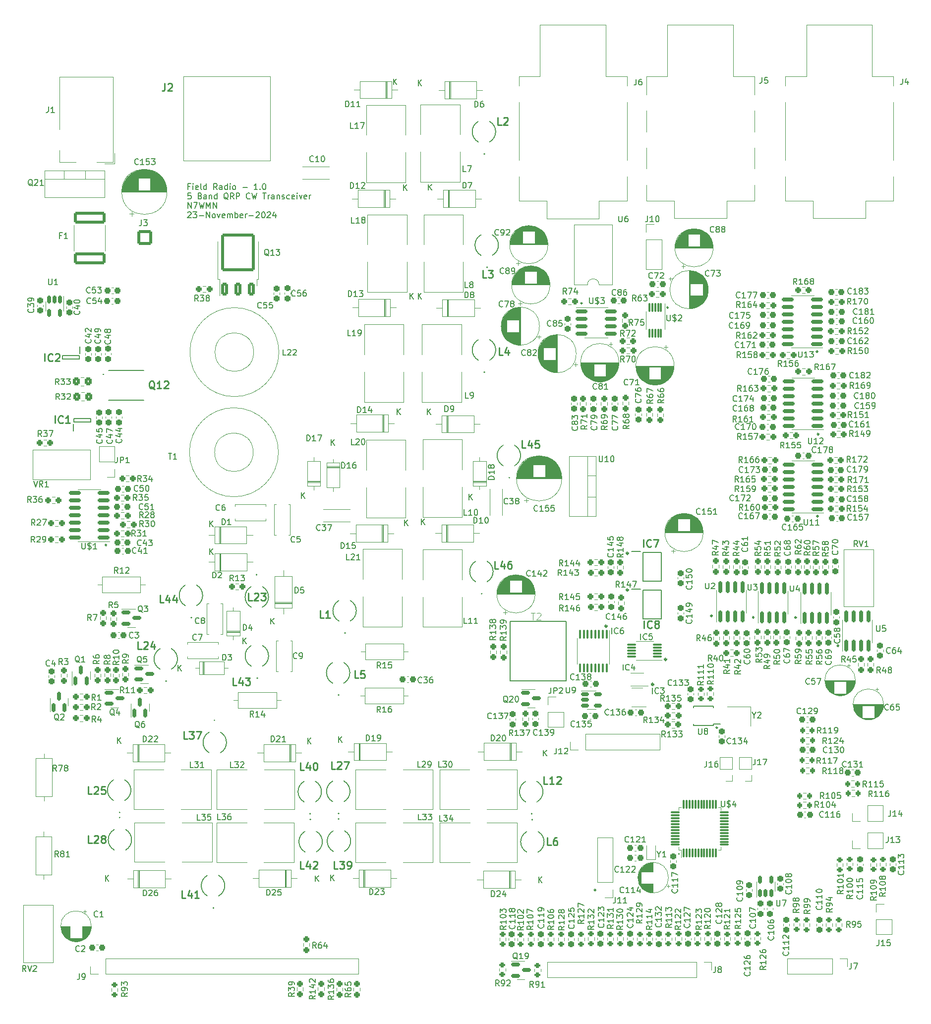
<source format=gto>
G04 #@! TF.GenerationSoftware,KiCad,Pcbnew,7.0.10*
G04 #@! TF.CreationDate,2024-11-23T11:02:06-08:00*
G04 #@! TF.ProjectId,fieldRadio,6669656c-6452-4616-9469-6f2e6b696361,rev?*
G04 #@! TF.SameCoordinates,Original*
G04 #@! TF.FileFunction,Legend,Top*
G04 #@! TF.FilePolarity,Positive*
%FSLAX46Y46*%
G04 Gerber Fmt 4.6, Leading zero omitted, Abs format (unit mm)*
G04 Created by KiCad (PCBNEW 7.0.10) date 2024-11-23 11:02:06*
%MOMM*%
%LPD*%
G01*
G04 APERTURE LIST*
G04 Aperture macros list*
%AMRoundRect*
0 Rectangle with rounded corners*
0 $1 Rounding radius*
0 $2 $3 $4 $5 $6 $7 $8 $9 X,Y pos of 4 corners*
0 Add a 4 corners polygon primitive as box body*
4,1,4,$2,$3,$4,$5,$6,$7,$8,$9,$2,$3,0*
0 Add four circle primitives for the rounded corners*
1,1,$1+$1,$2,$3*
1,1,$1+$1,$4,$5*
1,1,$1+$1,$6,$7*
1,1,$1+$1,$8,$9*
0 Add four rect primitives between the rounded corners*
20,1,$1+$1,$2,$3,$4,$5,0*
20,1,$1+$1,$4,$5,$6,$7,0*
20,1,$1+$1,$6,$7,$8,$9,0*
20,1,$1+$1,$8,$9,$2,$3,0*%
G04 Aperture macros list end*
%ADD10C,0.150000*%
%ADD11C,0.321221*%
%ADD12C,0.290058*%
%ADD13C,0.270256*%
%ADD14C,0.242705*%
%ADD15C,0.175000*%
%ADD16C,0.251777*%
%ADD17C,0.254000*%
%ADD18C,0.101600*%
%ADD19C,0.120000*%
%ADD20C,0.200000*%
%ADD21C,0.100000*%
%ADD22C,0.127000*%
%ADD23RoundRect,0.237500X-0.237500X0.300000X-0.237500X-0.300000X0.237500X-0.300000X0.237500X0.300000X0*%
%ADD24RoundRect,0.237500X0.250000X0.237500X-0.250000X0.237500X-0.250000X-0.237500X0.250000X-0.237500X0*%
%ADD25RoundRect,0.237500X0.237500X-0.250000X0.237500X0.250000X-0.237500X0.250000X-0.237500X-0.250000X0*%
%ADD26R,2.200000X2.200000*%
%ADD27O,2.200000X2.200000*%
%ADD28RoundRect,0.237500X-0.250000X-0.237500X0.250000X-0.237500X0.250000X0.237500X-0.250000X0.237500X0*%
%ADD29C,1.600000*%
%ADD30RoundRect,0.250000X0.350000X-0.850000X0.350000X0.850000X-0.350000X0.850000X-0.350000X-0.850000X0*%
%ADD31RoundRect,0.249997X2.650003X-2.950003X2.650003X2.950003X-2.650003X2.950003X-2.650003X-2.950003X0*%
%ADD32R,1.270000X0.610000*%
%ADD33R,0.710000X0.610000*%
%ADD34R,3.810000X1.650000*%
%ADD35RoundRect,0.150000X0.150000X-0.825000X0.150000X0.825000X-0.150000X0.825000X-0.150000X-0.825000X0*%
%ADD36C,1.550000*%
%ADD37RoundRect,0.237500X-0.237500X0.250000X-0.237500X-0.250000X0.237500X-0.250000X0.237500X0.250000X0*%
%ADD38R,1.905000X2.000000*%
%ADD39O,1.905000X2.000000*%
%ADD40RoundRect,0.200000X0.275000X-0.200000X0.275000X0.200000X-0.275000X0.200000X-0.275000X-0.200000X0*%
%ADD41RoundRect,0.237500X-0.300000X-0.237500X0.300000X-0.237500X0.300000X0.237500X-0.300000X0.237500X0*%
%ADD42R,1.600000X1.600000*%
%ADD43R,1.400000X1.200000*%
%ADD44RoundRect,0.150000X-0.587500X-0.150000X0.587500X-0.150000X0.587500X0.150000X-0.587500X0.150000X0*%
%ADD45RoundRect,0.200000X-0.275000X0.200000X-0.275000X-0.200000X0.275000X-0.200000X0.275000X0.200000X0*%
%ADD46RoundRect,0.200000X-0.200000X-0.275000X0.200000X-0.275000X0.200000X0.275000X-0.200000X0.275000X0*%
%ADD47RoundRect,0.075000X0.650000X0.075000X-0.650000X0.075000X-0.650000X-0.075000X0.650000X-0.075000X0*%
%ADD48R,0.600000X1.200000*%
%ADD49RoundRect,0.237500X0.237500X-0.300000X0.237500X0.300000X-0.237500X0.300000X-0.237500X-0.300000X0*%
%ADD50C,2.600000*%
%ADD51R,1.700000X1.700000*%
%ADD52O,1.700000X1.700000*%
%ADD53RoundRect,0.075000X0.075000X-0.662500X0.075000X0.662500X-0.075000X0.662500X-0.075000X-0.662500X0*%
%ADD54RoundRect,0.075000X0.662500X-0.075000X0.662500X0.075000X-0.662500X0.075000X-0.662500X-0.075000X0*%
%ADD55RoundRect,0.150000X0.825000X0.150000X-0.825000X0.150000X-0.825000X-0.150000X0.825000X-0.150000X0*%
%ADD56RoundRect,0.237500X0.300000X0.237500X-0.300000X0.237500X-0.300000X-0.237500X0.300000X-0.237500X0*%
%ADD57R,1.560000X0.650000*%
%ADD58C,3.000000*%
%ADD59RoundRect,0.150000X-0.512500X-0.150000X0.512500X-0.150000X0.512500X0.150000X-0.512500X0.150000X0*%
%ADD60R,1.528000X0.650000*%
%ADD61R,1.350000X1.350000*%
%ADD62O,1.350000X1.350000*%
%ADD63RoundRect,0.250000X-0.350000X-0.450000X0.350000X-0.450000X0.350000X0.450000X-0.350000X0.450000X0*%
%ADD64RoundRect,0.200000X0.200000X0.275000X-0.200000X0.275000X-0.200000X-0.275000X0.200000X-0.275000X0*%
%ADD65O,1.600000X1.600000*%
%ADD66RoundRect,0.250001X-2.474999X0.799999X-2.474999X-0.799999X2.474999X-0.799999X2.474999X0.799999X0*%
%ADD67R,2.000000X1.905000*%
%ADD68O,2.000000X1.905000*%
%ADD69C,1.440000*%
%ADD70R,2.400000X1.600000*%
%ADD71O,2.400000X1.600000*%
%ADD72RoundRect,0.249999X-1.025001X1.025001X-1.025001X-1.025001X1.025001X-1.025001X1.025001X1.025001X0*%
%ADD73C,2.550000*%
%ADD74RoundRect,0.150000X0.150000X-0.587500X0.150000X0.587500X-0.150000X0.587500X-0.150000X-0.587500X0*%
%ADD75RoundRect,0.075000X-0.075000X0.650000X-0.075000X-0.650000X0.075000X-0.650000X0.075000X0.650000X0*%
%ADD76R,1.400000X0.300000*%
%ADD77RoundRect,0.100000X-0.100000X0.637500X-0.100000X-0.637500X0.100000X-0.637500X0.100000X0.637500X0*%
%ADD78R,1.100000X0.600000*%
%ADD79C,2.090000*%
%ADD80C,1.509000*%
%ADD81R,0.800000X0.300000*%
%ADD82RoundRect,0.150000X-0.150000X0.512500X-0.150000X-0.512500X0.150000X-0.512500X0.150000X0.512500X0*%
%ADD83R,2.600000X2.600000*%
%ADD84C,1.627000*%
%ADD85RoundRect,0.150000X-0.825000X-0.150000X0.825000X-0.150000X0.825000X0.150000X-0.825000X0.150000X0*%
%ADD86RoundRect,0.150000X0.150000X-0.512500X0.150000X0.512500X-0.150000X0.512500X-0.150000X-0.512500X0*%
G04 APERTURE END LIST*
D10*
X104970112Y-91226009D02*
X104636779Y-91226009D01*
X104636779Y-91749819D02*
X104636779Y-90749819D01*
X104636779Y-90749819D02*
X105112969Y-90749819D01*
X105493922Y-91749819D02*
X105493922Y-91083152D01*
X105493922Y-90749819D02*
X105446303Y-90797438D01*
X105446303Y-90797438D02*
X105493922Y-90845057D01*
X105493922Y-90845057D02*
X105541541Y-90797438D01*
X105541541Y-90797438D02*
X105493922Y-90749819D01*
X105493922Y-90749819D02*
X105493922Y-90845057D01*
X106351064Y-91702200D02*
X106255826Y-91749819D01*
X106255826Y-91749819D02*
X106065350Y-91749819D01*
X106065350Y-91749819D02*
X105970112Y-91702200D01*
X105970112Y-91702200D02*
X105922493Y-91606961D01*
X105922493Y-91606961D02*
X105922493Y-91226009D01*
X105922493Y-91226009D02*
X105970112Y-91130771D01*
X105970112Y-91130771D02*
X106065350Y-91083152D01*
X106065350Y-91083152D02*
X106255826Y-91083152D01*
X106255826Y-91083152D02*
X106351064Y-91130771D01*
X106351064Y-91130771D02*
X106398683Y-91226009D01*
X106398683Y-91226009D02*
X106398683Y-91321247D01*
X106398683Y-91321247D02*
X105922493Y-91416485D01*
X106970112Y-91749819D02*
X106874874Y-91702200D01*
X106874874Y-91702200D02*
X106827255Y-91606961D01*
X106827255Y-91606961D02*
X106827255Y-90749819D01*
X107779636Y-91749819D02*
X107779636Y-90749819D01*
X107779636Y-91702200D02*
X107684398Y-91749819D01*
X107684398Y-91749819D02*
X107493922Y-91749819D01*
X107493922Y-91749819D02*
X107398684Y-91702200D01*
X107398684Y-91702200D02*
X107351065Y-91654580D01*
X107351065Y-91654580D02*
X107303446Y-91559342D01*
X107303446Y-91559342D02*
X107303446Y-91273628D01*
X107303446Y-91273628D02*
X107351065Y-91178390D01*
X107351065Y-91178390D02*
X107398684Y-91130771D01*
X107398684Y-91130771D02*
X107493922Y-91083152D01*
X107493922Y-91083152D02*
X107684398Y-91083152D01*
X107684398Y-91083152D02*
X107779636Y-91130771D01*
X109589160Y-91749819D02*
X109255827Y-91273628D01*
X109017732Y-91749819D02*
X109017732Y-90749819D01*
X109017732Y-90749819D02*
X109398684Y-90749819D01*
X109398684Y-90749819D02*
X109493922Y-90797438D01*
X109493922Y-90797438D02*
X109541541Y-90845057D01*
X109541541Y-90845057D02*
X109589160Y-90940295D01*
X109589160Y-90940295D02*
X109589160Y-91083152D01*
X109589160Y-91083152D02*
X109541541Y-91178390D01*
X109541541Y-91178390D02*
X109493922Y-91226009D01*
X109493922Y-91226009D02*
X109398684Y-91273628D01*
X109398684Y-91273628D02*
X109017732Y-91273628D01*
X110446303Y-91749819D02*
X110446303Y-91226009D01*
X110446303Y-91226009D02*
X110398684Y-91130771D01*
X110398684Y-91130771D02*
X110303446Y-91083152D01*
X110303446Y-91083152D02*
X110112970Y-91083152D01*
X110112970Y-91083152D02*
X110017732Y-91130771D01*
X110446303Y-91702200D02*
X110351065Y-91749819D01*
X110351065Y-91749819D02*
X110112970Y-91749819D01*
X110112970Y-91749819D02*
X110017732Y-91702200D01*
X110017732Y-91702200D02*
X109970113Y-91606961D01*
X109970113Y-91606961D02*
X109970113Y-91511723D01*
X109970113Y-91511723D02*
X110017732Y-91416485D01*
X110017732Y-91416485D02*
X110112970Y-91368866D01*
X110112970Y-91368866D02*
X110351065Y-91368866D01*
X110351065Y-91368866D02*
X110446303Y-91321247D01*
X111351065Y-91749819D02*
X111351065Y-90749819D01*
X111351065Y-91702200D02*
X111255827Y-91749819D01*
X111255827Y-91749819D02*
X111065351Y-91749819D01*
X111065351Y-91749819D02*
X110970113Y-91702200D01*
X110970113Y-91702200D02*
X110922494Y-91654580D01*
X110922494Y-91654580D02*
X110874875Y-91559342D01*
X110874875Y-91559342D02*
X110874875Y-91273628D01*
X110874875Y-91273628D02*
X110922494Y-91178390D01*
X110922494Y-91178390D02*
X110970113Y-91130771D01*
X110970113Y-91130771D02*
X111065351Y-91083152D01*
X111065351Y-91083152D02*
X111255827Y-91083152D01*
X111255827Y-91083152D02*
X111351065Y-91130771D01*
X111827256Y-91749819D02*
X111827256Y-91083152D01*
X111827256Y-90749819D02*
X111779637Y-90797438D01*
X111779637Y-90797438D02*
X111827256Y-90845057D01*
X111827256Y-90845057D02*
X111874875Y-90797438D01*
X111874875Y-90797438D02*
X111827256Y-90749819D01*
X111827256Y-90749819D02*
X111827256Y-90845057D01*
X112446303Y-91749819D02*
X112351065Y-91702200D01*
X112351065Y-91702200D02*
X112303446Y-91654580D01*
X112303446Y-91654580D02*
X112255827Y-91559342D01*
X112255827Y-91559342D02*
X112255827Y-91273628D01*
X112255827Y-91273628D02*
X112303446Y-91178390D01*
X112303446Y-91178390D02*
X112351065Y-91130771D01*
X112351065Y-91130771D02*
X112446303Y-91083152D01*
X112446303Y-91083152D02*
X112589160Y-91083152D01*
X112589160Y-91083152D02*
X112684398Y-91130771D01*
X112684398Y-91130771D02*
X112732017Y-91178390D01*
X112732017Y-91178390D02*
X112779636Y-91273628D01*
X112779636Y-91273628D02*
X112779636Y-91559342D01*
X112779636Y-91559342D02*
X112732017Y-91654580D01*
X112732017Y-91654580D02*
X112684398Y-91702200D01*
X112684398Y-91702200D02*
X112589160Y-91749819D01*
X112589160Y-91749819D02*
X112446303Y-91749819D01*
X113970113Y-91368866D02*
X114732018Y-91368866D01*
X116493922Y-91749819D02*
X115922494Y-91749819D01*
X116208208Y-91749819D02*
X116208208Y-90749819D01*
X116208208Y-90749819D02*
X116112970Y-90892676D01*
X116112970Y-90892676D02*
X116017732Y-90987914D01*
X116017732Y-90987914D02*
X115922494Y-91035533D01*
X116922494Y-91654580D02*
X116970113Y-91702200D01*
X116970113Y-91702200D02*
X116922494Y-91749819D01*
X116922494Y-91749819D02*
X116874875Y-91702200D01*
X116874875Y-91702200D02*
X116922494Y-91654580D01*
X116922494Y-91654580D02*
X116922494Y-91749819D01*
X117589160Y-90749819D02*
X117684398Y-90749819D01*
X117684398Y-90749819D02*
X117779636Y-90797438D01*
X117779636Y-90797438D02*
X117827255Y-90845057D01*
X117827255Y-90845057D02*
X117874874Y-90940295D01*
X117874874Y-90940295D02*
X117922493Y-91130771D01*
X117922493Y-91130771D02*
X117922493Y-91368866D01*
X117922493Y-91368866D02*
X117874874Y-91559342D01*
X117874874Y-91559342D02*
X117827255Y-91654580D01*
X117827255Y-91654580D02*
X117779636Y-91702200D01*
X117779636Y-91702200D02*
X117684398Y-91749819D01*
X117684398Y-91749819D02*
X117589160Y-91749819D01*
X117589160Y-91749819D02*
X117493922Y-91702200D01*
X117493922Y-91702200D02*
X117446303Y-91654580D01*
X117446303Y-91654580D02*
X117398684Y-91559342D01*
X117398684Y-91559342D02*
X117351065Y-91368866D01*
X117351065Y-91368866D02*
X117351065Y-91130771D01*
X117351065Y-91130771D02*
X117398684Y-90940295D01*
X117398684Y-90940295D02*
X117446303Y-90845057D01*
X117446303Y-90845057D02*
X117493922Y-90797438D01*
X117493922Y-90797438D02*
X117589160Y-90749819D01*
X105112969Y-92359819D02*
X104636779Y-92359819D01*
X104636779Y-92359819D02*
X104589160Y-92836009D01*
X104589160Y-92836009D02*
X104636779Y-92788390D01*
X104636779Y-92788390D02*
X104732017Y-92740771D01*
X104732017Y-92740771D02*
X104970112Y-92740771D01*
X104970112Y-92740771D02*
X105065350Y-92788390D01*
X105065350Y-92788390D02*
X105112969Y-92836009D01*
X105112969Y-92836009D02*
X105160588Y-92931247D01*
X105160588Y-92931247D02*
X105160588Y-93169342D01*
X105160588Y-93169342D02*
X105112969Y-93264580D01*
X105112969Y-93264580D02*
X105065350Y-93312200D01*
X105065350Y-93312200D02*
X104970112Y-93359819D01*
X104970112Y-93359819D02*
X104732017Y-93359819D01*
X104732017Y-93359819D02*
X104636779Y-93312200D01*
X104636779Y-93312200D02*
X104589160Y-93264580D01*
X106684398Y-92836009D02*
X106827255Y-92883628D01*
X106827255Y-92883628D02*
X106874874Y-92931247D01*
X106874874Y-92931247D02*
X106922493Y-93026485D01*
X106922493Y-93026485D02*
X106922493Y-93169342D01*
X106922493Y-93169342D02*
X106874874Y-93264580D01*
X106874874Y-93264580D02*
X106827255Y-93312200D01*
X106827255Y-93312200D02*
X106732017Y-93359819D01*
X106732017Y-93359819D02*
X106351065Y-93359819D01*
X106351065Y-93359819D02*
X106351065Y-92359819D01*
X106351065Y-92359819D02*
X106684398Y-92359819D01*
X106684398Y-92359819D02*
X106779636Y-92407438D01*
X106779636Y-92407438D02*
X106827255Y-92455057D01*
X106827255Y-92455057D02*
X106874874Y-92550295D01*
X106874874Y-92550295D02*
X106874874Y-92645533D01*
X106874874Y-92645533D02*
X106827255Y-92740771D01*
X106827255Y-92740771D02*
X106779636Y-92788390D01*
X106779636Y-92788390D02*
X106684398Y-92836009D01*
X106684398Y-92836009D02*
X106351065Y-92836009D01*
X107779636Y-93359819D02*
X107779636Y-92836009D01*
X107779636Y-92836009D02*
X107732017Y-92740771D01*
X107732017Y-92740771D02*
X107636779Y-92693152D01*
X107636779Y-92693152D02*
X107446303Y-92693152D01*
X107446303Y-92693152D02*
X107351065Y-92740771D01*
X107779636Y-93312200D02*
X107684398Y-93359819D01*
X107684398Y-93359819D02*
X107446303Y-93359819D01*
X107446303Y-93359819D02*
X107351065Y-93312200D01*
X107351065Y-93312200D02*
X107303446Y-93216961D01*
X107303446Y-93216961D02*
X107303446Y-93121723D01*
X107303446Y-93121723D02*
X107351065Y-93026485D01*
X107351065Y-93026485D02*
X107446303Y-92978866D01*
X107446303Y-92978866D02*
X107684398Y-92978866D01*
X107684398Y-92978866D02*
X107779636Y-92931247D01*
X108255827Y-92693152D02*
X108255827Y-93359819D01*
X108255827Y-92788390D02*
X108303446Y-92740771D01*
X108303446Y-92740771D02*
X108398684Y-92693152D01*
X108398684Y-92693152D02*
X108541541Y-92693152D01*
X108541541Y-92693152D02*
X108636779Y-92740771D01*
X108636779Y-92740771D02*
X108684398Y-92836009D01*
X108684398Y-92836009D02*
X108684398Y-93359819D01*
X109589160Y-93359819D02*
X109589160Y-92359819D01*
X109589160Y-93312200D02*
X109493922Y-93359819D01*
X109493922Y-93359819D02*
X109303446Y-93359819D01*
X109303446Y-93359819D02*
X109208208Y-93312200D01*
X109208208Y-93312200D02*
X109160589Y-93264580D01*
X109160589Y-93264580D02*
X109112970Y-93169342D01*
X109112970Y-93169342D02*
X109112970Y-92883628D01*
X109112970Y-92883628D02*
X109160589Y-92788390D01*
X109160589Y-92788390D02*
X109208208Y-92740771D01*
X109208208Y-92740771D02*
X109303446Y-92693152D01*
X109303446Y-92693152D02*
X109493922Y-92693152D01*
X109493922Y-92693152D02*
X109589160Y-92740771D01*
X111493922Y-93455057D02*
X111398684Y-93407438D01*
X111398684Y-93407438D02*
X111303446Y-93312200D01*
X111303446Y-93312200D02*
X111160589Y-93169342D01*
X111160589Y-93169342D02*
X111065351Y-93121723D01*
X111065351Y-93121723D02*
X110970113Y-93121723D01*
X111017732Y-93359819D02*
X110922494Y-93312200D01*
X110922494Y-93312200D02*
X110827256Y-93216961D01*
X110827256Y-93216961D02*
X110779637Y-93026485D01*
X110779637Y-93026485D02*
X110779637Y-92693152D01*
X110779637Y-92693152D02*
X110827256Y-92502676D01*
X110827256Y-92502676D02*
X110922494Y-92407438D01*
X110922494Y-92407438D02*
X111017732Y-92359819D01*
X111017732Y-92359819D02*
X111208208Y-92359819D01*
X111208208Y-92359819D02*
X111303446Y-92407438D01*
X111303446Y-92407438D02*
X111398684Y-92502676D01*
X111398684Y-92502676D02*
X111446303Y-92693152D01*
X111446303Y-92693152D02*
X111446303Y-93026485D01*
X111446303Y-93026485D02*
X111398684Y-93216961D01*
X111398684Y-93216961D02*
X111303446Y-93312200D01*
X111303446Y-93312200D02*
X111208208Y-93359819D01*
X111208208Y-93359819D02*
X111017732Y-93359819D01*
X112446303Y-93359819D02*
X112112970Y-92883628D01*
X111874875Y-93359819D02*
X111874875Y-92359819D01*
X111874875Y-92359819D02*
X112255827Y-92359819D01*
X112255827Y-92359819D02*
X112351065Y-92407438D01*
X112351065Y-92407438D02*
X112398684Y-92455057D01*
X112398684Y-92455057D02*
X112446303Y-92550295D01*
X112446303Y-92550295D02*
X112446303Y-92693152D01*
X112446303Y-92693152D02*
X112398684Y-92788390D01*
X112398684Y-92788390D02*
X112351065Y-92836009D01*
X112351065Y-92836009D02*
X112255827Y-92883628D01*
X112255827Y-92883628D02*
X111874875Y-92883628D01*
X112874875Y-93359819D02*
X112874875Y-92359819D01*
X112874875Y-92359819D02*
X113255827Y-92359819D01*
X113255827Y-92359819D02*
X113351065Y-92407438D01*
X113351065Y-92407438D02*
X113398684Y-92455057D01*
X113398684Y-92455057D02*
X113446303Y-92550295D01*
X113446303Y-92550295D02*
X113446303Y-92693152D01*
X113446303Y-92693152D02*
X113398684Y-92788390D01*
X113398684Y-92788390D02*
X113351065Y-92836009D01*
X113351065Y-92836009D02*
X113255827Y-92883628D01*
X113255827Y-92883628D02*
X112874875Y-92883628D01*
X115208208Y-93264580D02*
X115160589Y-93312200D01*
X115160589Y-93312200D02*
X115017732Y-93359819D01*
X115017732Y-93359819D02*
X114922494Y-93359819D01*
X114922494Y-93359819D02*
X114779637Y-93312200D01*
X114779637Y-93312200D02*
X114684399Y-93216961D01*
X114684399Y-93216961D02*
X114636780Y-93121723D01*
X114636780Y-93121723D02*
X114589161Y-92931247D01*
X114589161Y-92931247D02*
X114589161Y-92788390D01*
X114589161Y-92788390D02*
X114636780Y-92597914D01*
X114636780Y-92597914D02*
X114684399Y-92502676D01*
X114684399Y-92502676D02*
X114779637Y-92407438D01*
X114779637Y-92407438D02*
X114922494Y-92359819D01*
X114922494Y-92359819D02*
X115017732Y-92359819D01*
X115017732Y-92359819D02*
X115160589Y-92407438D01*
X115160589Y-92407438D02*
X115208208Y-92455057D01*
X115541542Y-92359819D02*
X115779637Y-93359819D01*
X115779637Y-93359819D02*
X115970113Y-92645533D01*
X115970113Y-92645533D02*
X116160589Y-93359819D01*
X116160589Y-93359819D02*
X116398685Y-92359819D01*
X117398685Y-92359819D02*
X117970113Y-92359819D01*
X117684399Y-93359819D02*
X117684399Y-92359819D01*
X118303447Y-93359819D02*
X118303447Y-92693152D01*
X118303447Y-92883628D02*
X118351066Y-92788390D01*
X118351066Y-92788390D02*
X118398685Y-92740771D01*
X118398685Y-92740771D02*
X118493923Y-92693152D01*
X118493923Y-92693152D02*
X118589161Y-92693152D01*
X119351066Y-93359819D02*
X119351066Y-92836009D01*
X119351066Y-92836009D02*
X119303447Y-92740771D01*
X119303447Y-92740771D02*
X119208209Y-92693152D01*
X119208209Y-92693152D02*
X119017733Y-92693152D01*
X119017733Y-92693152D02*
X118922495Y-92740771D01*
X119351066Y-93312200D02*
X119255828Y-93359819D01*
X119255828Y-93359819D02*
X119017733Y-93359819D01*
X119017733Y-93359819D02*
X118922495Y-93312200D01*
X118922495Y-93312200D02*
X118874876Y-93216961D01*
X118874876Y-93216961D02*
X118874876Y-93121723D01*
X118874876Y-93121723D02*
X118922495Y-93026485D01*
X118922495Y-93026485D02*
X119017733Y-92978866D01*
X119017733Y-92978866D02*
X119255828Y-92978866D01*
X119255828Y-92978866D02*
X119351066Y-92931247D01*
X119827257Y-92693152D02*
X119827257Y-93359819D01*
X119827257Y-92788390D02*
X119874876Y-92740771D01*
X119874876Y-92740771D02*
X119970114Y-92693152D01*
X119970114Y-92693152D02*
X120112971Y-92693152D01*
X120112971Y-92693152D02*
X120208209Y-92740771D01*
X120208209Y-92740771D02*
X120255828Y-92836009D01*
X120255828Y-92836009D02*
X120255828Y-93359819D01*
X120684400Y-93312200D02*
X120779638Y-93359819D01*
X120779638Y-93359819D02*
X120970114Y-93359819D01*
X120970114Y-93359819D02*
X121065352Y-93312200D01*
X121065352Y-93312200D02*
X121112971Y-93216961D01*
X121112971Y-93216961D02*
X121112971Y-93169342D01*
X121112971Y-93169342D02*
X121065352Y-93074104D01*
X121065352Y-93074104D02*
X120970114Y-93026485D01*
X120970114Y-93026485D02*
X120827257Y-93026485D01*
X120827257Y-93026485D02*
X120732019Y-92978866D01*
X120732019Y-92978866D02*
X120684400Y-92883628D01*
X120684400Y-92883628D02*
X120684400Y-92836009D01*
X120684400Y-92836009D02*
X120732019Y-92740771D01*
X120732019Y-92740771D02*
X120827257Y-92693152D01*
X120827257Y-92693152D02*
X120970114Y-92693152D01*
X120970114Y-92693152D02*
X121065352Y-92740771D01*
X121970114Y-93312200D02*
X121874876Y-93359819D01*
X121874876Y-93359819D02*
X121684400Y-93359819D01*
X121684400Y-93359819D02*
X121589162Y-93312200D01*
X121589162Y-93312200D02*
X121541543Y-93264580D01*
X121541543Y-93264580D02*
X121493924Y-93169342D01*
X121493924Y-93169342D02*
X121493924Y-92883628D01*
X121493924Y-92883628D02*
X121541543Y-92788390D01*
X121541543Y-92788390D02*
X121589162Y-92740771D01*
X121589162Y-92740771D02*
X121684400Y-92693152D01*
X121684400Y-92693152D02*
X121874876Y-92693152D01*
X121874876Y-92693152D02*
X121970114Y-92740771D01*
X122779638Y-93312200D02*
X122684400Y-93359819D01*
X122684400Y-93359819D02*
X122493924Y-93359819D01*
X122493924Y-93359819D02*
X122398686Y-93312200D01*
X122398686Y-93312200D02*
X122351067Y-93216961D01*
X122351067Y-93216961D02*
X122351067Y-92836009D01*
X122351067Y-92836009D02*
X122398686Y-92740771D01*
X122398686Y-92740771D02*
X122493924Y-92693152D01*
X122493924Y-92693152D02*
X122684400Y-92693152D01*
X122684400Y-92693152D02*
X122779638Y-92740771D01*
X122779638Y-92740771D02*
X122827257Y-92836009D01*
X122827257Y-92836009D02*
X122827257Y-92931247D01*
X122827257Y-92931247D02*
X122351067Y-93026485D01*
X123255829Y-93359819D02*
X123255829Y-92693152D01*
X123255829Y-92359819D02*
X123208210Y-92407438D01*
X123208210Y-92407438D02*
X123255829Y-92455057D01*
X123255829Y-92455057D02*
X123303448Y-92407438D01*
X123303448Y-92407438D02*
X123255829Y-92359819D01*
X123255829Y-92359819D02*
X123255829Y-92455057D01*
X123636781Y-92693152D02*
X123874876Y-93359819D01*
X123874876Y-93359819D02*
X124112971Y-92693152D01*
X124874876Y-93312200D02*
X124779638Y-93359819D01*
X124779638Y-93359819D02*
X124589162Y-93359819D01*
X124589162Y-93359819D02*
X124493924Y-93312200D01*
X124493924Y-93312200D02*
X124446305Y-93216961D01*
X124446305Y-93216961D02*
X124446305Y-92836009D01*
X124446305Y-92836009D02*
X124493924Y-92740771D01*
X124493924Y-92740771D02*
X124589162Y-92693152D01*
X124589162Y-92693152D02*
X124779638Y-92693152D01*
X124779638Y-92693152D02*
X124874876Y-92740771D01*
X124874876Y-92740771D02*
X124922495Y-92836009D01*
X124922495Y-92836009D02*
X124922495Y-92931247D01*
X124922495Y-92931247D02*
X124446305Y-93026485D01*
X125351067Y-93359819D02*
X125351067Y-92693152D01*
X125351067Y-92883628D02*
X125398686Y-92788390D01*
X125398686Y-92788390D02*
X125446305Y-92740771D01*
X125446305Y-92740771D02*
X125541543Y-92693152D01*
X125541543Y-92693152D02*
X125636781Y-92693152D01*
X104636779Y-94969819D02*
X104636779Y-93969819D01*
X104636779Y-93969819D02*
X105208207Y-94969819D01*
X105208207Y-94969819D02*
X105208207Y-93969819D01*
X105589160Y-93969819D02*
X106255826Y-93969819D01*
X106255826Y-93969819D02*
X105827255Y-94969819D01*
X106541541Y-93969819D02*
X106779636Y-94969819D01*
X106779636Y-94969819D02*
X106970112Y-94255533D01*
X106970112Y-94255533D02*
X107160588Y-94969819D01*
X107160588Y-94969819D02*
X107398684Y-93969819D01*
X107779636Y-94969819D02*
X107779636Y-93969819D01*
X107779636Y-93969819D02*
X108112969Y-94684104D01*
X108112969Y-94684104D02*
X108446302Y-93969819D01*
X108446302Y-93969819D02*
X108446302Y-94969819D01*
X108922493Y-94969819D02*
X108922493Y-93969819D01*
X108922493Y-93969819D02*
X109493921Y-94969819D01*
X109493921Y-94969819D02*
X109493921Y-93969819D01*
X104589160Y-95675057D02*
X104636779Y-95627438D01*
X104636779Y-95627438D02*
X104732017Y-95579819D01*
X104732017Y-95579819D02*
X104970112Y-95579819D01*
X104970112Y-95579819D02*
X105065350Y-95627438D01*
X105065350Y-95627438D02*
X105112969Y-95675057D01*
X105112969Y-95675057D02*
X105160588Y-95770295D01*
X105160588Y-95770295D02*
X105160588Y-95865533D01*
X105160588Y-95865533D02*
X105112969Y-96008390D01*
X105112969Y-96008390D02*
X104541541Y-96579819D01*
X104541541Y-96579819D02*
X105160588Y-96579819D01*
X105493922Y-95579819D02*
X106112969Y-95579819D01*
X106112969Y-95579819D02*
X105779636Y-95960771D01*
X105779636Y-95960771D02*
X105922493Y-95960771D01*
X105922493Y-95960771D02*
X106017731Y-96008390D01*
X106017731Y-96008390D02*
X106065350Y-96056009D01*
X106065350Y-96056009D02*
X106112969Y-96151247D01*
X106112969Y-96151247D02*
X106112969Y-96389342D01*
X106112969Y-96389342D02*
X106065350Y-96484580D01*
X106065350Y-96484580D02*
X106017731Y-96532200D01*
X106017731Y-96532200D02*
X105922493Y-96579819D01*
X105922493Y-96579819D02*
X105636779Y-96579819D01*
X105636779Y-96579819D02*
X105541541Y-96532200D01*
X105541541Y-96532200D02*
X105493922Y-96484580D01*
X106541541Y-96198866D02*
X107303446Y-96198866D01*
X107779636Y-96579819D02*
X107779636Y-95579819D01*
X107779636Y-95579819D02*
X108351064Y-96579819D01*
X108351064Y-96579819D02*
X108351064Y-95579819D01*
X108970112Y-96579819D02*
X108874874Y-96532200D01*
X108874874Y-96532200D02*
X108827255Y-96484580D01*
X108827255Y-96484580D02*
X108779636Y-96389342D01*
X108779636Y-96389342D02*
X108779636Y-96103628D01*
X108779636Y-96103628D02*
X108827255Y-96008390D01*
X108827255Y-96008390D02*
X108874874Y-95960771D01*
X108874874Y-95960771D02*
X108970112Y-95913152D01*
X108970112Y-95913152D02*
X109112969Y-95913152D01*
X109112969Y-95913152D02*
X109208207Y-95960771D01*
X109208207Y-95960771D02*
X109255826Y-96008390D01*
X109255826Y-96008390D02*
X109303445Y-96103628D01*
X109303445Y-96103628D02*
X109303445Y-96389342D01*
X109303445Y-96389342D02*
X109255826Y-96484580D01*
X109255826Y-96484580D02*
X109208207Y-96532200D01*
X109208207Y-96532200D02*
X109112969Y-96579819D01*
X109112969Y-96579819D02*
X108970112Y-96579819D01*
X109636779Y-95913152D02*
X109874874Y-96579819D01*
X109874874Y-96579819D02*
X110112969Y-95913152D01*
X110874874Y-96532200D02*
X110779636Y-96579819D01*
X110779636Y-96579819D02*
X110589160Y-96579819D01*
X110589160Y-96579819D02*
X110493922Y-96532200D01*
X110493922Y-96532200D02*
X110446303Y-96436961D01*
X110446303Y-96436961D02*
X110446303Y-96056009D01*
X110446303Y-96056009D02*
X110493922Y-95960771D01*
X110493922Y-95960771D02*
X110589160Y-95913152D01*
X110589160Y-95913152D02*
X110779636Y-95913152D01*
X110779636Y-95913152D02*
X110874874Y-95960771D01*
X110874874Y-95960771D02*
X110922493Y-96056009D01*
X110922493Y-96056009D02*
X110922493Y-96151247D01*
X110922493Y-96151247D02*
X110446303Y-96246485D01*
X111351065Y-96579819D02*
X111351065Y-95913152D01*
X111351065Y-96008390D02*
X111398684Y-95960771D01*
X111398684Y-95960771D02*
X111493922Y-95913152D01*
X111493922Y-95913152D02*
X111636779Y-95913152D01*
X111636779Y-95913152D02*
X111732017Y-95960771D01*
X111732017Y-95960771D02*
X111779636Y-96056009D01*
X111779636Y-96056009D02*
X111779636Y-96579819D01*
X111779636Y-96056009D02*
X111827255Y-95960771D01*
X111827255Y-95960771D02*
X111922493Y-95913152D01*
X111922493Y-95913152D02*
X112065350Y-95913152D01*
X112065350Y-95913152D02*
X112160589Y-95960771D01*
X112160589Y-95960771D02*
X112208208Y-96056009D01*
X112208208Y-96056009D02*
X112208208Y-96579819D01*
X112684398Y-96579819D02*
X112684398Y-95579819D01*
X112684398Y-95960771D02*
X112779636Y-95913152D01*
X112779636Y-95913152D02*
X112970112Y-95913152D01*
X112970112Y-95913152D02*
X113065350Y-95960771D01*
X113065350Y-95960771D02*
X113112969Y-96008390D01*
X113112969Y-96008390D02*
X113160588Y-96103628D01*
X113160588Y-96103628D02*
X113160588Y-96389342D01*
X113160588Y-96389342D02*
X113112969Y-96484580D01*
X113112969Y-96484580D02*
X113065350Y-96532200D01*
X113065350Y-96532200D02*
X112970112Y-96579819D01*
X112970112Y-96579819D02*
X112779636Y-96579819D01*
X112779636Y-96579819D02*
X112684398Y-96532200D01*
X113970112Y-96532200D02*
X113874874Y-96579819D01*
X113874874Y-96579819D02*
X113684398Y-96579819D01*
X113684398Y-96579819D02*
X113589160Y-96532200D01*
X113589160Y-96532200D02*
X113541541Y-96436961D01*
X113541541Y-96436961D02*
X113541541Y-96056009D01*
X113541541Y-96056009D02*
X113589160Y-95960771D01*
X113589160Y-95960771D02*
X113684398Y-95913152D01*
X113684398Y-95913152D02*
X113874874Y-95913152D01*
X113874874Y-95913152D02*
X113970112Y-95960771D01*
X113970112Y-95960771D02*
X114017731Y-96056009D01*
X114017731Y-96056009D02*
X114017731Y-96151247D01*
X114017731Y-96151247D02*
X113541541Y-96246485D01*
X114446303Y-96579819D02*
X114446303Y-95913152D01*
X114446303Y-96103628D02*
X114493922Y-96008390D01*
X114493922Y-96008390D02*
X114541541Y-95960771D01*
X114541541Y-95960771D02*
X114636779Y-95913152D01*
X114636779Y-95913152D02*
X114732017Y-95913152D01*
X115065351Y-96198866D02*
X115827256Y-96198866D01*
X116255827Y-95675057D02*
X116303446Y-95627438D01*
X116303446Y-95627438D02*
X116398684Y-95579819D01*
X116398684Y-95579819D02*
X116636779Y-95579819D01*
X116636779Y-95579819D02*
X116732017Y-95627438D01*
X116732017Y-95627438D02*
X116779636Y-95675057D01*
X116779636Y-95675057D02*
X116827255Y-95770295D01*
X116827255Y-95770295D02*
X116827255Y-95865533D01*
X116827255Y-95865533D02*
X116779636Y-96008390D01*
X116779636Y-96008390D02*
X116208208Y-96579819D01*
X116208208Y-96579819D02*
X116827255Y-96579819D01*
X117446303Y-95579819D02*
X117541541Y-95579819D01*
X117541541Y-95579819D02*
X117636779Y-95627438D01*
X117636779Y-95627438D02*
X117684398Y-95675057D01*
X117684398Y-95675057D02*
X117732017Y-95770295D01*
X117732017Y-95770295D02*
X117779636Y-95960771D01*
X117779636Y-95960771D02*
X117779636Y-96198866D01*
X117779636Y-96198866D02*
X117732017Y-96389342D01*
X117732017Y-96389342D02*
X117684398Y-96484580D01*
X117684398Y-96484580D02*
X117636779Y-96532200D01*
X117636779Y-96532200D02*
X117541541Y-96579819D01*
X117541541Y-96579819D02*
X117446303Y-96579819D01*
X117446303Y-96579819D02*
X117351065Y-96532200D01*
X117351065Y-96532200D02*
X117303446Y-96484580D01*
X117303446Y-96484580D02*
X117255827Y-96389342D01*
X117255827Y-96389342D02*
X117208208Y-96198866D01*
X117208208Y-96198866D02*
X117208208Y-95960771D01*
X117208208Y-95960771D02*
X117255827Y-95770295D01*
X117255827Y-95770295D02*
X117303446Y-95675057D01*
X117303446Y-95675057D02*
X117351065Y-95627438D01*
X117351065Y-95627438D02*
X117446303Y-95579819D01*
X118160589Y-95675057D02*
X118208208Y-95627438D01*
X118208208Y-95627438D02*
X118303446Y-95579819D01*
X118303446Y-95579819D02*
X118541541Y-95579819D01*
X118541541Y-95579819D02*
X118636779Y-95627438D01*
X118636779Y-95627438D02*
X118684398Y-95675057D01*
X118684398Y-95675057D02*
X118732017Y-95770295D01*
X118732017Y-95770295D02*
X118732017Y-95865533D01*
X118732017Y-95865533D02*
X118684398Y-96008390D01*
X118684398Y-96008390D02*
X118112970Y-96579819D01*
X118112970Y-96579819D02*
X118732017Y-96579819D01*
X119589160Y-95913152D02*
X119589160Y-96579819D01*
X119351065Y-95532200D02*
X119112970Y-96246485D01*
X119112970Y-96246485D02*
X119732017Y-96246485D01*
D11*
X176190610Y-166310000D02*
G75*
G03*
X175869390Y-166310000I-160610J0D01*
G01*
X175869390Y-166310000D02*
G75*
G03*
X176190610Y-166310000I160610J0D01*
G01*
X184140610Y-176240000D02*
G75*
G03*
X183819390Y-176240000I-160610J0D01*
G01*
X183819390Y-176240000D02*
G75*
G03*
X184140610Y-176240000I160610J0D01*
G01*
D12*
X215790029Y-169637442D02*
G75*
G03*
X215499971Y-169637442I-145029J0D01*
G01*
X215499971Y-169637442D02*
G75*
G03*
X215790029Y-169637442I145029J0D01*
G01*
D11*
X186350610Y-171980000D02*
G75*
G03*
X186029390Y-171980000I-160610J0D01*
G01*
X186029390Y-171980000D02*
G75*
G03*
X186350610Y-171980000I160610J0D01*
G01*
X179820610Y-153860000D02*
G75*
G03*
X179499390Y-153860000I-160610J0D01*
G01*
X179499390Y-153860000D02*
G75*
G03*
X179820610Y-153860000I160610J0D01*
G01*
D13*
X174285128Y-211360000D02*
G75*
G03*
X174014872Y-211360000I-135128J0D01*
G01*
X174014872Y-211360000D02*
G75*
G03*
X174285128Y-211360000I135128J0D01*
G01*
D14*
X171951352Y-111160000D02*
G75*
G03*
X171708648Y-111160000I-121352J0D01*
G01*
X171708648Y-111160000D02*
G75*
G03*
X171951352Y-111160000I121352J0D01*
G01*
D12*
X208540029Y-164827500D02*
G75*
G03*
X208249971Y-164827500I-145029J0D01*
G01*
X208249971Y-164827500D02*
G75*
G03*
X208540029Y-164827500I145029J0D01*
G01*
D14*
X186666352Y-111892705D02*
G75*
G03*
X186423648Y-111892705I-121352J0D01*
G01*
X186423648Y-111892705D02*
G75*
G03*
X186666352Y-111892705I121352J0D01*
G01*
X90736352Y-152430000D02*
G75*
G03*
X90493648Y-152430000I-121352J0D01*
G01*
X90493648Y-152430000D02*
G75*
G03*
X90736352Y-152430000I121352J0D01*
G01*
D11*
X179830610Y-160110000D02*
G75*
G03*
X179509390Y-160110000I-160610J0D01*
G01*
X179509390Y-160110000D02*
G75*
G03*
X179830610Y-160110000I160610J0D01*
G01*
D12*
X212230029Y-119420000D02*
G75*
G03*
X211939971Y-119420000I-145029J0D01*
G01*
X211939971Y-119420000D02*
G75*
G03*
X212230029Y-119420000I145029J0D01*
G01*
X194165029Y-164527500D02*
G75*
G03*
X193874971Y-164527500I-145029J0D01*
G01*
X193874971Y-164527500D02*
G75*
G03*
X194165029Y-164527500I145029J0D01*
G01*
D15*
X188547500Y-205165000D02*
G75*
G03*
X188372500Y-205165000I-87500J0D01*
G01*
X188372500Y-205165000D02*
G75*
G03*
X188547500Y-205165000I87500J0D01*
G01*
D12*
X212289971Y-147520000D02*
G75*
G03*
X211999913Y-147520000I-145029J0D01*
G01*
X211999913Y-147520000D02*
G75*
G03*
X212289971Y-147520000I145029J0D01*
G01*
D16*
X195067665Y-183620000D02*
G75*
G03*
X194815889Y-183620000I-125888J0D01*
G01*
X194815889Y-183620000D02*
G75*
G03*
X195067665Y-183620000I125888J0D01*
G01*
D12*
X201315029Y-164802500D02*
G75*
G03*
X201024971Y-164802500I-145029J0D01*
G01*
X201024971Y-164802500D02*
G75*
G03*
X201315029Y-164802500I145029J0D01*
G01*
X212380029Y-133520000D02*
G75*
G03*
X212089971Y-133520000I-145029J0D01*
G01*
X212089971Y-133520000D02*
G75*
G03*
X212380029Y-133520000I145029J0D01*
G01*
D10*
X165319580Y-217229047D02*
X165367200Y-217276666D01*
X165367200Y-217276666D02*
X165414819Y-217419523D01*
X165414819Y-217419523D02*
X165414819Y-217514761D01*
X165414819Y-217514761D02*
X165367200Y-217657618D01*
X165367200Y-217657618D02*
X165271961Y-217752856D01*
X165271961Y-217752856D02*
X165176723Y-217800475D01*
X165176723Y-217800475D02*
X164986247Y-217848094D01*
X164986247Y-217848094D02*
X164843390Y-217848094D01*
X164843390Y-217848094D02*
X164652914Y-217800475D01*
X164652914Y-217800475D02*
X164557676Y-217752856D01*
X164557676Y-217752856D02*
X164462438Y-217657618D01*
X164462438Y-217657618D02*
X164414819Y-217514761D01*
X164414819Y-217514761D02*
X164414819Y-217419523D01*
X164414819Y-217419523D02*
X164462438Y-217276666D01*
X164462438Y-217276666D02*
X164510057Y-217229047D01*
X165414819Y-216276666D02*
X165414819Y-216848094D01*
X165414819Y-216562380D02*
X164414819Y-216562380D01*
X164414819Y-216562380D02*
X164557676Y-216657618D01*
X164557676Y-216657618D02*
X164652914Y-216752856D01*
X164652914Y-216752856D02*
X164700533Y-216848094D01*
X165414819Y-215324285D02*
X165414819Y-215895713D01*
X165414819Y-215609999D02*
X164414819Y-215609999D01*
X164414819Y-215609999D02*
X164557676Y-215705237D01*
X164557676Y-215705237D02*
X164652914Y-215800475D01*
X164652914Y-215800475D02*
X164700533Y-215895713D01*
X165414819Y-214848094D02*
X165414819Y-214657618D01*
X165414819Y-214657618D02*
X165367200Y-214562380D01*
X165367200Y-214562380D02*
X165319580Y-214514761D01*
X165319580Y-214514761D02*
X165176723Y-214419523D01*
X165176723Y-214419523D02*
X164986247Y-214371904D01*
X164986247Y-214371904D02*
X164605295Y-214371904D01*
X164605295Y-214371904D02*
X164510057Y-214419523D01*
X164510057Y-214419523D02*
X164462438Y-214467142D01*
X164462438Y-214467142D02*
X164414819Y-214562380D01*
X164414819Y-214562380D02*
X164414819Y-214752856D01*
X164414819Y-214752856D02*
X164462438Y-214848094D01*
X164462438Y-214848094D02*
X164510057Y-214895713D01*
X164510057Y-214895713D02*
X164605295Y-214943332D01*
X164605295Y-214943332D02*
X164843390Y-214943332D01*
X164843390Y-214943332D02*
X164938628Y-214895713D01*
X164938628Y-214895713D02*
X164986247Y-214848094D01*
X164986247Y-214848094D02*
X165033866Y-214752856D01*
X165033866Y-214752856D02*
X165033866Y-214562380D01*
X165033866Y-214562380D02*
X164986247Y-214467142D01*
X164986247Y-214467142D02*
X164938628Y-214419523D01*
X164938628Y-214419523D02*
X164843390Y-214371904D01*
X206015952Y-121929819D02*
X205682619Y-121453628D01*
X205444524Y-121929819D02*
X205444524Y-120929819D01*
X205444524Y-120929819D02*
X205825476Y-120929819D01*
X205825476Y-120929819D02*
X205920714Y-120977438D01*
X205920714Y-120977438D02*
X205968333Y-121025057D01*
X205968333Y-121025057D02*
X206015952Y-121120295D01*
X206015952Y-121120295D02*
X206015952Y-121263152D01*
X206015952Y-121263152D02*
X205968333Y-121358390D01*
X205968333Y-121358390D02*
X205920714Y-121406009D01*
X205920714Y-121406009D02*
X205825476Y-121453628D01*
X205825476Y-121453628D02*
X205444524Y-121453628D01*
X206968333Y-121929819D02*
X206396905Y-121929819D01*
X206682619Y-121929819D02*
X206682619Y-120929819D01*
X206682619Y-120929819D02*
X206587381Y-121072676D01*
X206587381Y-121072676D02*
X206492143Y-121167914D01*
X206492143Y-121167914D02*
X206396905Y-121215533D01*
X207873095Y-120929819D02*
X207396905Y-120929819D01*
X207396905Y-120929819D02*
X207349286Y-121406009D01*
X207349286Y-121406009D02*
X207396905Y-121358390D01*
X207396905Y-121358390D02*
X207492143Y-121310771D01*
X207492143Y-121310771D02*
X207730238Y-121310771D01*
X207730238Y-121310771D02*
X207825476Y-121358390D01*
X207825476Y-121358390D02*
X207873095Y-121406009D01*
X207873095Y-121406009D02*
X207920714Y-121501247D01*
X207920714Y-121501247D02*
X207920714Y-121739342D01*
X207920714Y-121739342D02*
X207873095Y-121834580D01*
X207873095Y-121834580D02*
X207825476Y-121882200D01*
X207825476Y-121882200D02*
X207730238Y-121929819D01*
X207730238Y-121929819D02*
X207492143Y-121929819D01*
X207492143Y-121929819D02*
X207396905Y-121882200D01*
X207396905Y-121882200D02*
X207349286Y-121834580D01*
X208777857Y-120929819D02*
X208587381Y-120929819D01*
X208587381Y-120929819D02*
X208492143Y-120977438D01*
X208492143Y-120977438D02*
X208444524Y-121025057D01*
X208444524Y-121025057D02*
X208349286Y-121167914D01*
X208349286Y-121167914D02*
X208301667Y-121358390D01*
X208301667Y-121358390D02*
X208301667Y-121739342D01*
X208301667Y-121739342D02*
X208349286Y-121834580D01*
X208349286Y-121834580D02*
X208396905Y-121882200D01*
X208396905Y-121882200D02*
X208492143Y-121929819D01*
X208492143Y-121929819D02*
X208682619Y-121929819D01*
X208682619Y-121929819D02*
X208777857Y-121882200D01*
X208777857Y-121882200D02*
X208825476Y-121834580D01*
X208825476Y-121834580D02*
X208873095Y-121739342D01*
X208873095Y-121739342D02*
X208873095Y-121501247D01*
X208873095Y-121501247D02*
X208825476Y-121406009D01*
X208825476Y-121406009D02*
X208777857Y-121358390D01*
X208777857Y-121358390D02*
X208682619Y-121310771D01*
X208682619Y-121310771D02*
X208492143Y-121310771D01*
X208492143Y-121310771D02*
X208396905Y-121358390D01*
X208396905Y-121358390D02*
X208349286Y-121406009D01*
X208349286Y-121406009D02*
X208301667Y-121501247D01*
X164250952Y-184819580D02*
X164203333Y-184867200D01*
X164203333Y-184867200D02*
X164060476Y-184914819D01*
X164060476Y-184914819D02*
X163965238Y-184914819D01*
X163965238Y-184914819D02*
X163822381Y-184867200D01*
X163822381Y-184867200D02*
X163727143Y-184771961D01*
X163727143Y-184771961D02*
X163679524Y-184676723D01*
X163679524Y-184676723D02*
X163631905Y-184486247D01*
X163631905Y-184486247D02*
X163631905Y-184343390D01*
X163631905Y-184343390D02*
X163679524Y-184152914D01*
X163679524Y-184152914D02*
X163727143Y-184057676D01*
X163727143Y-184057676D02*
X163822381Y-183962438D01*
X163822381Y-183962438D02*
X163965238Y-183914819D01*
X163965238Y-183914819D02*
X164060476Y-183914819D01*
X164060476Y-183914819D02*
X164203333Y-183962438D01*
X164203333Y-183962438D02*
X164250952Y-184010057D01*
X165203333Y-184914819D02*
X164631905Y-184914819D01*
X164917619Y-184914819D02*
X164917619Y-183914819D01*
X164917619Y-183914819D02*
X164822381Y-184057676D01*
X164822381Y-184057676D02*
X164727143Y-184152914D01*
X164727143Y-184152914D02*
X164631905Y-184200533D01*
X165536667Y-183914819D02*
X166155714Y-183914819D01*
X166155714Y-183914819D02*
X165822381Y-184295771D01*
X165822381Y-184295771D02*
X165965238Y-184295771D01*
X165965238Y-184295771D02*
X166060476Y-184343390D01*
X166060476Y-184343390D02*
X166108095Y-184391009D01*
X166108095Y-184391009D02*
X166155714Y-184486247D01*
X166155714Y-184486247D02*
X166155714Y-184724342D01*
X166155714Y-184724342D02*
X166108095Y-184819580D01*
X166108095Y-184819580D02*
X166060476Y-184867200D01*
X166060476Y-184867200D02*
X165965238Y-184914819D01*
X165965238Y-184914819D02*
X165679524Y-184914819D01*
X165679524Y-184914819D02*
X165584286Y-184867200D01*
X165584286Y-184867200D02*
X165536667Y-184819580D01*
X166631905Y-184914819D02*
X166822381Y-184914819D01*
X166822381Y-184914819D02*
X166917619Y-184867200D01*
X166917619Y-184867200D02*
X166965238Y-184819580D01*
X166965238Y-184819580D02*
X167060476Y-184676723D01*
X167060476Y-184676723D02*
X167108095Y-184486247D01*
X167108095Y-184486247D02*
X167108095Y-184105295D01*
X167108095Y-184105295D02*
X167060476Y-184010057D01*
X167060476Y-184010057D02*
X167012857Y-183962438D01*
X167012857Y-183962438D02*
X166917619Y-183914819D01*
X166917619Y-183914819D02*
X166727143Y-183914819D01*
X166727143Y-183914819D02*
X166631905Y-183962438D01*
X166631905Y-183962438D02*
X166584286Y-184010057D01*
X166584286Y-184010057D02*
X166536667Y-184105295D01*
X166536667Y-184105295D02*
X166536667Y-184343390D01*
X166536667Y-184343390D02*
X166584286Y-184438628D01*
X166584286Y-184438628D02*
X166631905Y-184486247D01*
X166631905Y-184486247D02*
X166727143Y-184533866D01*
X166727143Y-184533866D02*
X166917619Y-184533866D01*
X166917619Y-184533866D02*
X167012857Y-184486247D01*
X167012857Y-184486247D02*
X167060476Y-184438628D01*
X167060476Y-184438628D02*
X167108095Y-184343390D01*
X216837142Y-172424819D02*
X216503809Y-171948628D01*
X216265714Y-172424819D02*
X216265714Y-171424819D01*
X216265714Y-171424819D02*
X216646666Y-171424819D01*
X216646666Y-171424819D02*
X216741904Y-171472438D01*
X216741904Y-171472438D02*
X216789523Y-171520057D01*
X216789523Y-171520057D02*
X216837142Y-171615295D01*
X216837142Y-171615295D02*
X216837142Y-171758152D01*
X216837142Y-171758152D02*
X216789523Y-171853390D01*
X216789523Y-171853390D02*
X216741904Y-171901009D01*
X216741904Y-171901009D02*
X216646666Y-171948628D01*
X216646666Y-171948628D02*
X216265714Y-171948628D01*
X217694285Y-171758152D02*
X217694285Y-172424819D01*
X217456190Y-171377200D02*
X217218095Y-172091485D01*
X217218095Y-172091485D02*
X217837142Y-172091485D01*
X218694285Y-171424819D02*
X218218095Y-171424819D01*
X218218095Y-171424819D02*
X218170476Y-171901009D01*
X218170476Y-171901009D02*
X218218095Y-171853390D01*
X218218095Y-171853390D02*
X218313333Y-171805771D01*
X218313333Y-171805771D02*
X218551428Y-171805771D01*
X218551428Y-171805771D02*
X218646666Y-171853390D01*
X218646666Y-171853390D02*
X218694285Y-171901009D01*
X218694285Y-171901009D02*
X218741904Y-171996247D01*
X218741904Y-171996247D02*
X218741904Y-172234342D01*
X218741904Y-172234342D02*
X218694285Y-172329580D01*
X218694285Y-172329580D02*
X218646666Y-172377200D01*
X218646666Y-172377200D02*
X218551428Y-172424819D01*
X218551428Y-172424819D02*
X218313333Y-172424819D01*
X218313333Y-172424819D02*
X218218095Y-172377200D01*
X218218095Y-172377200D02*
X218170476Y-172329580D01*
X156445714Y-212494819D02*
X156445714Y-211494819D01*
X156445714Y-211494819D02*
X156683809Y-211494819D01*
X156683809Y-211494819D02*
X156826666Y-211542438D01*
X156826666Y-211542438D02*
X156921904Y-211637676D01*
X156921904Y-211637676D02*
X156969523Y-211732914D01*
X156969523Y-211732914D02*
X157017142Y-211923390D01*
X157017142Y-211923390D02*
X157017142Y-212066247D01*
X157017142Y-212066247D02*
X156969523Y-212256723D01*
X156969523Y-212256723D02*
X156921904Y-212351961D01*
X156921904Y-212351961D02*
X156826666Y-212447200D01*
X156826666Y-212447200D02*
X156683809Y-212494819D01*
X156683809Y-212494819D02*
X156445714Y-212494819D01*
X157398095Y-211590057D02*
X157445714Y-211542438D01*
X157445714Y-211542438D02*
X157540952Y-211494819D01*
X157540952Y-211494819D02*
X157779047Y-211494819D01*
X157779047Y-211494819D02*
X157874285Y-211542438D01*
X157874285Y-211542438D02*
X157921904Y-211590057D01*
X157921904Y-211590057D02*
X157969523Y-211685295D01*
X157969523Y-211685295D02*
X157969523Y-211780533D01*
X157969523Y-211780533D02*
X157921904Y-211923390D01*
X157921904Y-211923390D02*
X157350476Y-212494819D01*
X157350476Y-212494819D02*
X157969523Y-212494819D01*
X158826666Y-211828152D02*
X158826666Y-212494819D01*
X158588571Y-211447200D02*
X158350476Y-212161485D01*
X158350476Y-212161485D02*
X158969523Y-212161485D01*
X164513095Y-210112454D02*
X164513095Y-209112454D01*
X165084523Y-210112454D02*
X164655952Y-209541025D01*
X165084523Y-209112454D02*
X164513095Y-209683882D01*
X122937142Y-109869580D02*
X122889523Y-109917200D01*
X122889523Y-109917200D02*
X122746666Y-109964819D01*
X122746666Y-109964819D02*
X122651428Y-109964819D01*
X122651428Y-109964819D02*
X122508571Y-109917200D01*
X122508571Y-109917200D02*
X122413333Y-109821961D01*
X122413333Y-109821961D02*
X122365714Y-109726723D01*
X122365714Y-109726723D02*
X122318095Y-109536247D01*
X122318095Y-109536247D02*
X122318095Y-109393390D01*
X122318095Y-109393390D02*
X122365714Y-109202914D01*
X122365714Y-109202914D02*
X122413333Y-109107676D01*
X122413333Y-109107676D02*
X122508571Y-109012438D01*
X122508571Y-109012438D02*
X122651428Y-108964819D01*
X122651428Y-108964819D02*
X122746666Y-108964819D01*
X122746666Y-108964819D02*
X122889523Y-109012438D01*
X122889523Y-109012438D02*
X122937142Y-109060057D01*
X123841904Y-108964819D02*
X123365714Y-108964819D01*
X123365714Y-108964819D02*
X123318095Y-109441009D01*
X123318095Y-109441009D02*
X123365714Y-109393390D01*
X123365714Y-109393390D02*
X123460952Y-109345771D01*
X123460952Y-109345771D02*
X123699047Y-109345771D01*
X123699047Y-109345771D02*
X123794285Y-109393390D01*
X123794285Y-109393390D02*
X123841904Y-109441009D01*
X123841904Y-109441009D02*
X123889523Y-109536247D01*
X123889523Y-109536247D02*
X123889523Y-109774342D01*
X123889523Y-109774342D02*
X123841904Y-109869580D01*
X123841904Y-109869580D02*
X123794285Y-109917200D01*
X123794285Y-109917200D02*
X123699047Y-109964819D01*
X123699047Y-109964819D02*
X123460952Y-109964819D01*
X123460952Y-109964819D02*
X123365714Y-109917200D01*
X123365714Y-109917200D02*
X123318095Y-109869580D01*
X124746666Y-108964819D02*
X124556190Y-108964819D01*
X124556190Y-108964819D02*
X124460952Y-109012438D01*
X124460952Y-109012438D02*
X124413333Y-109060057D01*
X124413333Y-109060057D02*
X124318095Y-109202914D01*
X124318095Y-109202914D02*
X124270476Y-109393390D01*
X124270476Y-109393390D02*
X124270476Y-109774342D01*
X124270476Y-109774342D02*
X124318095Y-109869580D01*
X124318095Y-109869580D02*
X124365714Y-109917200D01*
X124365714Y-109917200D02*
X124460952Y-109964819D01*
X124460952Y-109964819D02*
X124651428Y-109964819D01*
X124651428Y-109964819D02*
X124746666Y-109917200D01*
X124746666Y-109917200D02*
X124794285Y-109869580D01*
X124794285Y-109869580D02*
X124841904Y-109774342D01*
X124841904Y-109774342D02*
X124841904Y-109536247D01*
X124841904Y-109536247D02*
X124794285Y-109441009D01*
X124794285Y-109441009D02*
X124746666Y-109393390D01*
X124746666Y-109393390D02*
X124651428Y-109345771D01*
X124651428Y-109345771D02*
X124460952Y-109345771D01*
X124460952Y-109345771D02*
X124365714Y-109393390D01*
X124365714Y-109393390D02*
X124318095Y-109441009D01*
X124318095Y-109441009D02*
X124270476Y-109536247D01*
X112377142Y-158564819D02*
X112043809Y-158088628D01*
X111805714Y-158564819D02*
X111805714Y-157564819D01*
X111805714Y-157564819D02*
X112186666Y-157564819D01*
X112186666Y-157564819D02*
X112281904Y-157612438D01*
X112281904Y-157612438D02*
X112329523Y-157660057D01*
X112329523Y-157660057D02*
X112377142Y-157755295D01*
X112377142Y-157755295D02*
X112377142Y-157898152D01*
X112377142Y-157898152D02*
X112329523Y-157993390D01*
X112329523Y-157993390D02*
X112281904Y-158041009D01*
X112281904Y-158041009D02*
X112186666Y-158088628D01*
X112186666Y-158088628D02*
X111805714Y-158088628D01*
X113329523Y-158564819D02*
X112758095Y-158564819D01*
X113043809Y-158564819D02*
X113043809Y-157564819D01*
X113043809Y-157564819D02*
X112948571Y-157707676D01*
X112948571Y-157707676D02*
X112853333Y-157802914D01*
X112853333Y-157802914D02*
X112758095Y-157850533D01*
X113662857Y-157564819D02*
X114281904Y-157564819D01*
X114281904Y-157564819D02*
X113948571Y-157945771D01*
X113948571Y-157945771D02*
X114091428Y-157945771D01*
X114091428Y-157945771D02*
X114186666Y-157993390D01*
X114186666Y-157993390D02*
X114234285Y-158041009D01*
X114234285Y-158041009D02*
X114281904Y-158136247D01*
X114281904Y-158136247D02*
X114281904Y-158374342D01*
X114281904Y-158374342D02*
X114234285Y-158469580D01*
X114234285Y-158469580D02*
X114186666Y-158517200D01*
X114186666Y-158517200D02*
X114091428Y-158564819D01*
X114091428Y-158564819D02*
X113805714Y-158564819D01*
X113805714Y-158564819D02*
X113710476Y-158517200D01*
X113710476Y-158517200D02*
X113662857Y-158469580D01*
X106033333Y-168579580D02*
X105985714Y-168627200D01*
X105985714Y-168627200D02*
X105842857Y-168674819D01*
X105842857Y-168674819D02*
X105747619Y-168674819D01*
X105747619Y-168674819D02*
X105604762Y-168627200D01*
X105604762Y-168627200D02*
X105509524Y-168531961D01*
X105509524Y-168531961D02*
X105461905Y-168436723D01*
X105461905Y-168436723D02*
X105414286Y-168246247D01*
X105414286Y-168246247D02*
X105414286Y-168103390D01*
X105414286Y-168103390D02*
X105461905Y-167912914D01*
X105461905Y-167912914D02*
X105509524Y-167817676D01*
X105509524Y-167817676D02*
X105604762Y-167722438D01*
X105604762Y-167722438D02*
X105747619Y-167674819D01*
X105747619Y-167674819D02*
X105842857Y-167674819D01*
X105842857Y-167674819D02*
X105985714Y-167722438D01*
X105985714Y-167722438D02*
X106033333Y-167770057D01*
X106366667Y-167674819D02*
X107033333Y-167674819D01*
X107033333Y-167674819D02*
X106604762Y-168674819D01*
X118438571Y-103050057D02*
X118343333Y-103002438D01*
X118343333Y-103002438D02*
X118248095Y-102907200D01*
X118248095Y-102907200D02*
X118105238Y-102764342D01*
X118105238Y-102764342D02*
X118010000Y-102716723D01*
X118010000Y-102716723D02*
X117914762Y-102716723D01*
X117962381Y-102954819D02*
X117867143Y-102907200D01*
X117867143Y-102907200D02*
X117771905Y-102811961D01*
X117771905Y-102811961D02*
X117724286Y-102621485D01*
X117724286Y-102621485D02*
X117724286Y-102288152D01*
X117724286Y-102288152D02*
X117771905Y-102097676D01*
X117771905Y-102097676D02*
X117867143Y-102002438D01*
X117867143Y-102002438D02*
X117962381Y-101954819D01*
X117962381Y-101954819D02*
X118152857Y-101954819D01*
X118152857Y-101954819D02*
X118248095Y-102002438D01*
X118248095Y-102002438D02*
X118343333Y-102097676D01*
X118343333Y-102097676D02*
X118390952Y-102288152D01*
X118390952Y-102288152D02*
X118390952Y-102621485D01*
X118390952Y-102621485D02*
X118343333Y-102811961D01*
X118343333Y-102811961D02*
X118248095Y-102907200D01*
X118248095Y-102907200D02*
X118152857Y-102954819D01*
X118152857Y-102954819D02*
X117962381Y-102954819D01*
X119343333Y-102954819D02*
X118771905Y-102954819D01*
X119057619Y-102954819D02*
X119057619Y-101954819D01*
X119057619Y-101954819D02*
X118962381Y-102097676D01*
X118962381Y-102097676D02*
X118867143Y-102192914D01*
X118867143Y-102192914D02*
X118771905Y-102240533D01*
X119676667Y-101954819D02*
X120295714Y-101954819D01*
X120295714Y-101954819D02*
X119962381Y-102335771D01*
X119962381Y-102335771D02*
X120105238Y-102335771D01*
X120105238Y-102335771D02*
X120200476Y-102383390D01*
X120200476Y-102383390D02*
X120248095Y-102431009D01*
X120248095Y-102431009D02*
X120295714Y-102526247D01*
X120295714Y-102526247D02*
X120295714Y-102764342D01*
X120295714Y-102764342D02*
X120248095Y-102859580D01*
X120248095Y-102859580D02*
X120200476Y-102907200D01*
X120200476Y-102907200D02*
X120105238Y-102954819D01*
X120105238Y-102954819D02*
X119819524Y-102954819D01*
X119819524Y-102954819D02*
X119724286Y-102907200D01*
X119724286Y-102907200D02*
X119676667Y-102859580D01*
D17*
X98924285Y-125845270D02*
X98803333Y-125784794D01*
X98803333Y-125784794D02*
X98682380Y-125663842D01*
X98682380Y-125663842D02*
X98500952Y-125482413D01*
X98500952Y-125482413D02*
X98379999Y-125421937D01*
X98379999Y-125421937D02*
X98259047Y-125421937D01*
X98319523Y-125724318D02*
X98198571Y-125663842D01*
X98198571Y-125663842D02*
X98077618Y-125542889D01*
X98077618Y-125542889D02*
X98017142Y-125300984D01*
X98017142Y-125300984D02*
X98017142Y-124877651D01*
X98017142Y-124877651D02*
X98077618Y-124635746D01*
X98077618Y-124635746D02*
X98198571Y-124514794D01*
X98198571Y-124514794D02*
X98319523Y-124454318D01*
X98319523Y-124454318D02*
X98561428Y-124454318D01*
X98561428Y-124454318D02*
X98682380Y-124514794D01*
X98682380Y-124514794D02*
X98803333Y-124635746D01*
X98803333Y-124635746D02*
X98863809Y-124877651D01*
X98863809Y-124877651D02*
X98863809Y-125300984D01*
X98863809Y-125300984D02*
X98803333Y-125542889D01*
X98803333Y-125542889D02*
X98682380Y-125663842D01*
X98682380Y-125663842D02*
X98561428Y-125724318D01*
X98561428Y-125724318D02*
X98319523Y-125724318D01*
X100073333Y-125724318D02*
X99347618Y-125724318D01*
X99710475Y-125724318D02*
X99710475Y-124454318D01*
X99710475Y-124454318D02*
X99589523Y-124635746D01*
X99589523Y-124635746D02*
X99468571Y-124756699D01*
X99468571Y-124756699D02*
X99347618Y-124817175D01*
X100557142Y-124575270D02*
X100617618Y-124514794D01*
X100617618Y-124514794D02*
X100738571Y-124454318D01*
X100738571Y-124454318D02*
X101040952Y-124454318D01*
X101040952Y-124454318D02*
X101161904Y-124514794D01*
X101161904Y-124514794D02*
X101222380Y-124575270D01*
X101222380Y-124575270D02*
X101282857Y-124696222D01*
X101282857Y-124696222D02*
X101282857Y-124817175D01*
X101282857Y-124817175D02*
X101222380Y-124998603D01*
X101222380Y-124998603D02*
X100496666Y-125724318D01*
X100496666Y-125724318D02*
X101282857Y-125724318D01*
D10*
X200248095Y-159124819D02*
X200248095Y-159934342D01*
X200248095Y-159934342D02*
X200295714Y-160029580D01*
X200295714Y-160029580D02*
X200343333Y-160077200D01*
X200343333Y-160077200D02*
X200438571Y-160124819D01*
X200438571Y-160124819D02*
X200629047Y-160124819D01*
X200629047Y-160124819D02*
X200724285Y-160077200D01*
X200724285Y-160077200D02*
X200771904Y-160029580D01*
X200771904Y-160029580D02*
X200819523Y-159934342D01*
X200819523Y-159934342D02*
X200819523Y-159124819D01*
X201200476Y-159124819D02*
X201819523Y-159124819D01*
X201819523Y-159124819D02*
X201486190Y-159505771D01*
X201486190Y-159505771D02*
X201629047Y-159505771D01*
X201629047Y-159505771D02*
X201724285Y-159553390D01*
X201724285Y-159553390D02*
X201771904Y-159601009D01*
X201771904Y-159601009D02*
X201819523Y-159696247D01*
X201819523Y-159696247D02*
X201819523Y-159934342D01*
X201819523Y-159934342D02*
X201771904Y-160029580D01*
X201771904Y-160029580D02*
X201724285Y-160077200D01*
X201724285Y-160077200D02*
X201629047Y-160124819D01*
X201629047Y-160124819D02*
X201343333Y-160124819D01*
X201343333Y-160124819D02*
X201248095Y-160077200D01*
X201248095Y-160077200D02*
X201200476Y-160029580D01*
D17*
X88223571Y-194974318D02*
X87618809Y-194974318D01*
X87618809Y-194974318D02*
X87618809Y-193704318D01*
X88586428Y-193825270D02*
X88646904Y-193764794D01*
X88646904Y-193764794D02*
X88767857Y-193704318D01*
X88767857Y-193704318D02*
X89070238Y-193704318D01*
X89070238Y-193704318D02*
X89191190Y-193764794D01*
X89191190Y-193764794D02*
X89251666Y-193825270D01*
X89251666Y-193825270D02*
X89312143Y-193946222D01*
X89312143Y-193946222D02*
X89312143Y-194067175D01*
X89312143Y-194067175D02*
X89251666Y-194248603D01*
X89251666Y-194248603D02*
X88525952Y-194974318D01*
X88525952Y-194974318D02*
X89312143Y-194974318D01*
X90461190Y-193704318D02*
X89856428Y-193704318D01*
X89856428Y-193704318D02*
X89795952Y-194309080D01*
X89795952Y-194309080D02*
X89856428Y-194248603D01*
X89856428Y-194248603D02*
X89977381Y-194188127D01*
X89977381Y-194188127D02*
X90279762Y-194188127D01*
X90279762Y-194188127D02*
X90400714Y-194248603D01*
X90400714Y-194248603D02*
X90461190Y-194309080D01*
X90461190Y-194309080D02*
X90521667Y-194430032D01*
X90521667Y-194430032D02*
X90521667Y-194732413D01*
X90521667Y-194732413D02*
X90461190Y-194853365D01*
X90461190Y-194853365D02*
X90400714Y-194913842D01*
X90400714Y-194913842D02*
X90279762Y-194974318D01*
X90279762Y-194974318D02*
X89977381Y-194974318D01*
X89977381Y-194974318D02*
X89856428Y-194913842D01*
X89856428Y-194913842D02*
X89795952Y-194853365D01*
D10*
X174389580Y-132172857D02*
X174437200Y-132220476D01*
X174437200Y-132220476D02*
X174484819Y-132363333D01*
X174484819Y-132363333D02*
X174484819Y-132458571D01*
X174484819Y-132458571D02*
X174437200Y-132601428D01*
X174437200Y-132601428D02*
X174341961Y-132696666D01*
X174341961Y-132696666D02*
X174246723Y-132744285D01*
X174246723Y-132744285D02*
X174056247Y-132791904D01*
X174056247Y-132791904D02*
X173913390Y-132791904D01*
X173913390Y-132791904D02*
X173722914Y-132744285D01*
X173722914Y-132744285D02*
X173627676Y-132696666D01*
X173627676Y-132696666D02*
X173532438Y-132601428D01*
X173532438Y-132601428D02*
X173484819Y-132458571D01*
X173484819Y-132458571D02*
X173484819Y-132363333D01*
X173484819Y-132363333D02*
X173532438Y-132220476D01*
X173532438Y-132220476D02*
X173580057Y-132172857D01*
X173484819Y-131839523D02*
X173484819Y-131172857D01*
X173484819Y-131172857D02*
X174484819Y-131601428D01*
X174484819Y-130744285D02*
X174484819Y-130553809D01*
X174484819Y-130553809D02*
X174437200Y-130458571D01*
X174437200Y-130458571D02*
X174389580Y-130410952D01*
X174389580Y-130410952D02*
X174246723Y-130315714D01*
X174246723Y-130315714D02*
X174056247Y-130268095D01*
X174056247Y-130268095D02*
X173675295Y-130268095D01*
X173675295Y-130268095D02*
X173580057Y-130315714D01*
X173580057Y-130315714D02*
X173532438Y-130363333D01*
X173532438Y-130363333D02*
X173484819Y-130458571D01*
X173484819Y-130458571D02*
X173484819Y-130649047D01*
X173484819Y-130649047D02*
X173532438Y-130744285D01*
X173532438Y-130744285D02*
X173580057Y-130791904D01*
X173580057Y-130791904D02*
X173675295Y-130839523D01*
X173675295Y-130839523D02*
X173913390Y-130839523D01*
X173913390Y-130839523D02*
X174008628Y-130791904D01*
X174008628Y-130791904D02*
X174056247Y-130744285D01*
X174056247Y-130744285D02*
X174103866Y-130649047D01*
X174103866Y-130649047D02*
X174103866Y-130458571D01*
X174103866Y-130458571D02*
X174056247Y-130363333D01*
X174056247Y-130363333D02*
X174008628Y-130315714D01*
X174008628Y-130315714D02*
X173913390Y-130268095D01*
X219759580Y-212249047D02*
X219807200Y-212296666D01*
X219807200Y-212296666D02*
X219854819Y-212439523D01*
X219854819Y-212439523D02*
X219854819Y-212534761D01*
X219854819Y-212534761D02*
X219807200Y-212677618D01*
X219807200Y-212677618D02*
X219711961Y-212772856D01*
X219711961Y-212772856D02*
X219616723Y-212820475D01*
X219616723Y-212820475D02*
X219426247Y-212868094D01*
X219426247Y-212868094D02*
X219283390Y-212868094D01*
X219283390Y-212868094D02*
X219092914Y-212820475D01*
X219092914Y-212820475D02*
X218997676Y-212772856D01*
X218997676Y-212772856D02*
X218902438Y-212677618D01*
X218902438Y-212677618D02*
X218854819Y-212534761D01*
X218854819Y-212534761D02*
X218854819Y-212439523D01*
X218854819Y-212439523D02*
X218902438Y-212296666D01*
X218902438Y-212296666D02*
X218950057Y-212249047D01*
X219854819Y-211296666D02*
X219854819Y-211868094D01*
X219854819Y-211582380D02*
X218854819Y-211582380D01*
X218854819Y-211582380D02*
X218997676Y-211677618D01*
X218997676Y-211677618D02*
X219092914Y-211772856D01*
X219092914Y-211772856D02*
X219140533Y-211868094D01*
X219854819Y-210344285D02*
X219854819Y-210915713D01*
X219854819Y-210629999D02*
X218854819Y-210629999D01*
X218854819Y-210629999D02*
X218997676Y-210725237D01*
X218997676Y-210725237D02*
X219092914Y-210820475D01*
X219092914Y-210820475D02*
X219140533Y-210915713D01*
X218854819Y-209439523D02*
X218854819Y-209915713D01*
X218854819Y-209915713D02*
X219331009Y-209963332D01*
X219331009Y-209963332D02*
X219283390Y-209915713D01*
X219283390Y-209915713D02*
X219235771Y-209820475D01*
X219235771Y-209820475D02*
X219235771Y-209582380D01*
X219235771Y-209582380D02*
X219283390Y-209487142D01*
X219283390Y-209487142D02*
X219331009Y-209439523D01*
X219331009Y-209439523D02*
X219426247Y-209391904D01*
X219426247Y-209391904D02*
X219664342Y-209391904D01*
X219664342Y-209391904D02*
X219759580Y-209439523D01*
X219759580Y-209439523D02*
X219807200Y-209487142D01*
X219807200Y-209487142D02*
X219854819Y-209582380D01*
X219854819Y-209582380D02*
X219854819Y-209820475D01*
X219854819Y-209820475D02*
X219807200Y-209915713D01*
X219807200Y-209915713D02*
X219759580Y-209963332D01*
X91334819Y-172206666D02*
X90858628Y-172539999D01*
X91334819Y-172778094D02*
X90334819Y-172778094D01*
X90334819Y-172778094D02*
X90334819Y-172397142D01*
X90334819Y-172397142D02*
X90382438Y-172301904D01*
X90382438Y-172301904D02*
X90430057Y-172254285D01*
X90430057Y-172254285D02*
X90525295Y-172206666D01*
X90525295Y-172206666D02*
X90668152Y-172206666D01*
X90668152Y-172206666D02*
X90763390Y-172254285D01*
X90763390Y-172254285D02*
X90811009Y-172301904D01*
X90811009Y-172301904D02*
X90858628Y-172397142D01*
X90858628Y-172397142D02*
X90858628Y-172778094D01*
X90763390Y-171635237D02*
X90715771Y-171730475D01*
X90715771Y-171730475D02*
X90668152Y-171778094D01*
X90668152Y-171778094D02*
X90572914Y-171825713D01*
X90572914Y-171825713D02*
X90525295Y-171825713D01*
X90525295Y-171825713D02*
X90430057Y-171778094D01*
X90430057Y-171778094D02*
X90382438Y-171730475D01*
X90382438Y-171730475D02*
X90334819Y-171635237D01*
X90334819Y-171635237D02*
X90334819Y-171444761D01*
X90334819Y-171444761D02*
X90382438Y-171349523D01*
X90382438Y-171349523D02*
X90430057Y-171301904D01*
X90430057Y-171301904D02*
X90525295Y-171254285D01*
X90525295Y-171254285D02*
X90572914Y-171254285D01*
X90572914Y-171254285D02*
X90668152Y-171301904D01*
X90668152Y-171301904D02*
X90715771Y-171349523D01*
X90715771Y-171349523D02*
X90763390Y-171444761D01*
X90763390Y-171444761D02*
X90763390Y-171635237D01*
X90763390Y-171635237D02*
X90811009Y-171730475D01*
X90811009Y-171730475D02*
X90858628Y-171778094D01*
X90858628Y-171778094D02*
X90953866Y-171825713D01*
X90953866Y-171825713D02*
X91144342Y-171825713D01*
X91144342Y-171825713D02*
X91239580Y-171778094D01*
X91239580Y-171778094D02*
X91287200Y-171730475D01*
X91287200Y-171730475D02*
X91334819Y-171635237D01*
X91334819Y-171635237D02*
X91334819Y-171444761D01*
X91334819Y-171444761D02*
X91287200Y-171349523D01*
X91287200Y-171349523D02*
X91239580Y-171301904D01*
X91239580Y-171301904D02*
X91144342Y-171254285D01*
X91144342Y-171254285D02*
X90953866Y-171254285D01*
X90953866Y-171254285D02*
X90858628Y-171301904D01*
X90858628Y-171301904D02*
X90811009Y-171349523D01*
X90811009Y-171349523D02*
X90763390Y-171444761D01*
D17*
X124433571Y-207734318D02*
X123828809Y-207734318D01*
X123828809Y-207734318D02*
X123828809Y-206464318D01*
X125401190Y-206887651D02*
X125401190Y-207734318D01*
X125098809Y-206403842D02*
X124796428Y-207310984D01*
X124796428Y-207310984D02*
X125582619Y-207310984D01*
X126005952Y-206585270D02*
X126066428Y-206524794D01*
X126066428Y-206524794D02*
X126187381Y-206464318D01*
X126187381Y-206464318D02*
X126489762Y-206464318D01*
X126489762Y-206464318D02*
X126610714Y-206524794D01*
X126610714Y-206524794D02*
X126671190Y-206585270D01*
X126671190Y-206585270D02*
X126731667Y-206706222D01*
X126731667Y-206706222D02*
X126731667Y-206827175D01*
X126731667Y-206827175D02*
X126671190Y-207008603D01*
X126671190Y-207008603D02*
X125945476Y-207734318D01*
X125945476Y-207734318D02*
X126731667Y-207734318D01*
D10*
X78078571Y-91125057D02*
X77983333Y-91077438D01*
X77983333Y-91077438D02*
X77888095Y-90982200D01*
X77888095Y-90982200D02*
X77745238Y-90839342D01*
X77745238Y-90839342D02*
X77650000Y-90791723D01*
X77650000Y-90791723D02*
X77554762Y-90791723D01*
X77602381Y-91029819D02*
X77507143Y-90982200D01*
X77507143Y-90982200D02*
X77411905Y-90886961D01*
X77411905Y-90886961D02*
X77364286Y-90696485D01*
X77364286Y-90696485D02*
X77364286Y-90363152D01*
X77364286Y-90363152D02*
X77411905Y-90172676D01*
X77411905Y-90172676D02*
X77507143Y-90077438D01*
X77507143Y-90077438D02*
X77602381Y-90029819D01*
X77602381Y-90029819D02*
X77792857Y-90029819D01*
X77792857Y-90029819D02*
X77888095Y-90077438D01*
X77888095Y-90077438D02*
X77983333Y-90172676D01*
X77983333Y-90172676D02*
X78030952Y-90363152D01*
X78030952Y-90363152D02*
X78030952Y-90696485D01*
X78030952Y-90696485D02*
X77983333Y-90886961D01*
X77983333Y-90886961D02*
X77888095Y-90982200D01*
X77888095Y-90982200D02*
X77792857Y-91029819D01*
X77792857Y-91029819D02*
X77602381Y-91029819D01*
X78411905Y-90125057D02*
X78459524Y-90077438D01*
X78459524Y-90077438D02*
X78554762Y-90029819D01*
X78554762Y-90029819D02*
X78792857Y-90029819D01*
X78792857Y-90029819D02*
X78888095Y-90077438D01*
X78888095Y-90077438D02*
X78935714Y-90125057D01*
X78935714Y-90125057D02*
X78983333Y-90220295D01*
X78983333Y-90220295D02*
X78983333Y-90315533D01*
X78983333Y-90315533D02*
X78935714Y-90458390D01*
X78935714Y-90458390D02*
X78364286Y-91029819D01*
X78364286Y-91029819D02*
X78983333Y-91029819D01*
X79935714Y-91029819D02*
X79364286Y-91029819D01*
X79650000Y-91029819D02*
X79650000Y-90029819D01*
X79650000Y-90029819D02*
X79554762Y-90172676D01*
X79554762Y-90172676D02*
X79459524Y-90267914D01*
X79459524Y-90267914D02*
X79364286Y-90315533D01*
X208974819Y-214592857D02*
X208498628Y-214926190D01*
X208974819Y-215164285D02*
X207974819Y-215164285D01*
X207974819Y-215164285D02*
X207974819Y-214783333D01*
X207974819Y-214783333D02*
X208022438Y-214688095D01*
X208022438Y-214688095D02*
X208070057Y-214640476D01*
X208070057Y-214640476D02*
X208165295Y-214592857D01*
X208165295Y-214592857D02*
X208308152Y-214592857D01*
X208308152Y-214592857D02*
X208403390Y-214640476D01*
X208403390Y-214640476D02*
X208451009Y-214688095D01*
X208451009Y-214688095D02*
X208498628Y-214783333D01*
X208498628Y-214783333D02*
X208498628Y-215164285D01*
X208974819Y-214116666D02*
X208974819Y-213926190D01*
X208974819Y-213926190D02*
X208927200Y-213830952D01*
X208927200Y-213830952D02*
X208879580Y-213783333D01*
X208879580Y-213783333D02*
X208736723Y-213688095D01*
X208736723Y-213688095D02*
X208546247Y-213640476D01*
X208546247Y-213640476D02*
X208165295Y-213640476D01*
X208165295Y-213640476D02*
X208070057Y-213688095D01*
X208070057Y-213688095D02*
X208022438Y-213735714D01*
X208022438Y-213735714D02*
X207974819Y-213830952D01*
X207974819Y-213830952D02*
X207974819Y-214021428D01*
X207974819Y-214021428D02*
X208022438Y-214116666D01*
X208022438Y-214116666D02*
X208070057Y-214164285D01*
X208070057Y-214164285D02*
X208165295Y-214211904D01*
X208165295Y-214211904D02*
X208403390Y-214211904D01*
X208403390Y-214211904D02*
X208498628Y-214164285D01*
X208498628Y-214164285D02*
X208546247Y-214116666D01*
X208546247Y-214116666D02*
X208593866Y-214021428D01*
X208593866Y-214021428D02*
X208593866Y-213830952D01*
X208593866Y-213830952D02*
X208546247Y-213735714D01*
X208546247Y-213735714D02*
X208498628Y-213688095D01*
X208498628Y-213688095D02*
X208403390Y-213640476D01*
X208403390Y-213069047D02*
X208355771Y-213164285D01*
X208355771Y-213164285D02*
X208308152Y-213211904D01*
X208308152Y-213211904D02*
X208212914Y-213259523D01*
X208212914Y-213259523D02*
X208165295Y-213259523D01*
X208165295Y-213259523D02*
X208070057Y-213211904D01*
X208070057Y-213211904D02*
X208022438Y-213164285D01*
X208022438Y-213164285D02*
X207974819Y-213069047D01*
X207974819Y-213069047D02*
X207974819Y-212878571D01*
X207974819Y-212878571D02*
X208022438Y-212783333D01*
X208022438Y-212783333D02*
X208070057Y-212735714D01*
X208070057Y-212735714D02*
X208165295Y-212688095D01*
X208165295Y-212688095D02*
X208212914Y-212688095D01*
X208212914Y-212688095D02*
X208308152Y-212735714D01*
X208308152Y-212735714D02*
X208355771Y-212783333D01*
X208355771Y-212783333D02*
X208403390Y-212878571D01*
X208403390Y-212878571D02*
X208403390Y-213069047D01*
X208403390Y-213069047D02*
X208451009Y-213164285D01*
X208451009Y-213164285D02*
X208498628Y-213211904D01*
X208498628Y-213211904D02*
X208593866Y-213259523D01*
X208593866Y-213259523D02*
X208784342Y-213259523D01*
X208784342Y-213259523D02*
X208879580Y-213211904D01*
X208879580Y-213211904D02*
X208927200Y-213164285D01*
X208927200Y-213164285D02*
X208974819Y-213069047D01*
X208974819Y-213069047D02*
X208974819Y-212878571D01*
X208974819Y-212878571D02*
X208927200Y-212783333D01*
X208927200Y-212783333D02*
X208879580Y-212735714D01*
X208879580Y-212735714D02*
X208784342Y-212688095D01*
X208784342Y-212688095D02*
X208593866Y-212688095D01*
X208593866Y-212688095D02*
X208498628Y-212735714D01*
X208498628Y-212735714D02*
X208451009Y-212783333D01*
X208451009Y-212783333D02*
X208403390Y-212878571D01*
X198715952Y-118654580D02*
X198668333Y-118702200D01*
X198668333Y-118702200D02*
X198525476Y-118749819D01*
X198525476Y-118749819D02*
X198430238Y-118749819D01*
X198430238Y-118749819D02*
X198287381Y-118702200D01*
X198287381Y-118702200D02*
X198192143Y-118606961D01*
X198192143Y-118606961D02*
X198144524Y-118511723D01*
X198144524Y-118511723D02*
X198096905Y-118321247D01*
X198096905Y-118321247D02*
X198096905Y-118178390D01*
X198096905Y-118178390D02*
X198144524Y-117987914D01*
X198144524Y-117987914D02*
X198192143Y-117892676D01*
X198192143Y-117892676D02*
X198287381Y-117797438D01*
X198287381Y-117797438D02*
X198430238Y-117749819D01*
X198430238Y-117749819D02*
X198525476Y-117749819D01*
X198525476Y-117749819D02*
X198668333Y-117797438D01*
X198668333Y-117797438D02*
X198715952Y-117845057D01*
X199668333Y-118749819D02*
X199096905Y-118749819D01*
X199382619Y-118749819D02*
X199382619Y-117749819D01*
X199382619Y-117749819D02*
X199287381Y-117892676D01*
X199287381Y-117892676D02*
X199192143Y-117987914D01*
X199192143Y-117987914D02*
X199096905Y-118035533D01*
X200001667Y-117749819D02*
X200668333Y-117749819D01*
X200668333Y-117749819D02*
X200239762Y-118749819D01*
X201573095Y-118749819D02*
X201001667Y-118749819D01*
X201287381Y-118749819D02*
X201287381Y-117749819D01*
X201287381Y-117749819D02*
X201192143Y-117892676D01*
X201192143Y-117892676D02*
X201096905Y-117987914D01*
X201096905Y-117987914D02*
X201001667Y-118035533D01*
X211224819Y-172195357D02*
X210748628Y-172528690D01*
X211224819Y-172766785D02*
X210224819Y-172766785D01*
X210224819Y-172766785D02*
X210224819Y-172385833D01*
X210224819Y-172385833D02*
X210272438Y-172290595D01*
X210272438Y-172290595D02*
X210320057Y-172242976D01*
X210320057Y-172242976D02*
X210415295Y-172195357D01*
X210415295Y-172195357D02*
X210558152Y-172195357D01*
X210558152Y-172195357D02*
X210653390Y-172242976D01*
X210653390Y-172242976D02*
X210701009Y-172290595D01*
X210701009Y-172290595D02*
X210748628Y-172385833D01*
X210748628Y-172385833D02*
X210748628Y-172766785D01*
X210224819Y-171290595D02*
X210224819Y-171766785D01*
X210224819Y-171766785D02*
X210701009Y-171814404D01*
X210701009Y-171814404D02*
X210653390Y-171766785D01*
X210653390Y-171766785D02*
X210605771Y-171671547D01*
X210605771Y-171671547D02*
X210605771Y-171433452D01*
X210605771Y-171433452D02*
X210653390Y-171338214D01*
X210653390Y-171338214D02*
X210701009Y-171290595D01*
X210701009Y-171290595D02*
X210796247Y-171242976D01*
X210796247Y-171242976D02*
X211034342Y-171242976D01*
X211034342Y-171242976D02*
X211129580Y-171290595D01*
X211129580Y-171290595D02*
X211177200Y-171338214D01*
X211177200Y-171338214D02*
X211224819Y-171433452D01*
X211224819Y-171433452D02*
X211224819Y-171671547D01*
X211224819Y-171671547D02*
X211177200Y-171766785D01*
X211177200Y-171766785D02*
X211129580Y-171814404D01*
X210224819Y-170338214D02*
X210224819Y-170814404D01*
X210224819Y-170814404D02*
X210701009Y-170862023D01*
X210701009Y-170862023D02*
X210653390Y-170814404D01*
X210653390Y-170814404D02*
X210605771Y-170719166D01*
X210605771Y-170719166D02*
X210605771Y-170481071D01*
X210605771Y-170481071D02*
X210653390Y-170385833D01*
X210653390Y-170385833D02*
X210701009Y-170338214D01*
X210701009Y-170338214D02*
X210796247Y-170290595D01*
X210796247Y-170290595D02*
X211034342Y-170290595D01*
X211034342Y-170290595D02*
X211129580Y-170338214D01*
X211129580Y-170338214D02*
X211177200Y-170385833D01*
X211177200Y-170385833D02*
X211224819Y-170481071D01*
X211224819Y-170481071D02*
X211224819Y-170719166D01*
X211224819Y-170719166D02*
X211177200Y-170814404D01*
X211177200Y-170814404D02*
X211129580Y-170862023D01*
X213750952Y-187809580D02*
X213703333Y-187857200D01*
X213703333Y-187857200D02*
X213560476Y-187904819D01*
X213560476Y-187904819D02*
X213465238Y-187904819D01*
X213465238Y-187904819D02*
X213322381Y-187857200D01*
X213322381Y-187857200D02*
X213227143Y-187761961D01*
X213227143Y-187761961D02*
X213179524Y-187666723D01*
X213179524Y-187666723D02*
X213131905Y-187476247D01*
X213131905Y-187476247D02*
X213131905Y-187333390D01*
X213131905Y-187333390D02*
X213179524Y-187142914D01*
X213179524Y-187142914D02*
X213227143Y-187047676D01*
X213227143Y-187047676D02*
X213322381Y-186952438D01*
X213322381Y-186952438D02*
X213465238Y-186904819D01*
X213465238Y-186904819D02*
X213560476Y-186904819D01*
X213560476Y-186904819D02*
X213703333Y-186952438D01*
X213703333Y-186952438D02*
X213750952Y-187000057D01*
X214703333Y-187904819D02*
X214131905Y-187904819D01*
X214417619Y-187904819D02*
X214417619Y-186904819D01*
X214417619Y-186904819D02*
X214322381Y-187047676D01*
X214322381Y-187047676D02*
X214227143Y-187142914D01*
X214227143Y-187142914D02*
X214131905Y-187190533D01*
X215036667Y-186904819D02*
X215655714Y-186904819D01*
X215655714Y-186904819D02*
X215322381Y-187285771D01*
X215322381Y-187285771D02*
X215465238Y-187285771D01*
X215465238Y-187285771D02*
X215560476Y-187333390D01*
X215560476Y-187333390D02*
X215608095Y-187381009D01*
X215608095Y-187381009D02*
X215655714Y-187476247D01*
X215655714Y-187476247D02*
X215655714Y-187714342D01*
X215655714Y-187714342D02*
X215608095Y-187809580D01*
X215608095Y-187809580D02*
X215560476Y-187857200D01*
X215560476Y-187857200D02*
X215465238Y-187904819D01*
X215465238Y-187904819D02*
X215179524Y-187904819D01*
X215179524Y-187904819D02*
X215084286Y-187857200D01*
X215084286Y-187857200D02*
X215036667Y-187809580D01*
X216274762Y-186904819D02*
X216370000Y-186904819D01*
X216370000Y-186904819D02*
X216465238Y-186952438D01*
X216465238Y-186952438D02*
X216512857Y-187000057D01*
X216512857Y-187000057D02*
X216560476Y-187095295D01*
X216560476Y-187095295D02*
X216608095Y-187285771D01*
X216608095Y-187285771D02*
X216608095Y-187523866D01*
X216608095Y-187523866D02*
X216560476Y-187714342D01*
X216560476Y-187714342D02*
X216512857Y-187809580D01*
X216512857Y-187809580D02*
X216465238Y-187857200D01*
X216465238Y-187857200D02*
X216370000Y-187904819D01*
X216370000Y-187904819D02*
X216274762Y-187904819D01*
X216274762Y-187904819D02*
X216179524Y-187857200D01*
X216179524Y-187857200D02*
X216131905Y-187809580D01*
X216131905Y-187809580D02*
X216084286Y-187714342D01*
X216084286Y-187714342D02*
X216036667Y-187523866D01*
X216036667Y-187523866D02*
X216036667Y-187285771D01*
X216036667Y-187285771D02*
X216084286Y-187095295D01*
X216084286Y-187095295D02*
X216131905Y-187000057D01*
X216131905Y-187000057D02*
X216179524Y-186952438D01*
X216179524Y-186952438D02*
X216274762Y-186904819D01*
X217840952Y-111324819D02*
X217507619Y-110848628D01*
X217269524Y-111324819D02*
X217269524Y-110324819D01*
X217269524Y-110324819D02*
X217650476Y-110324819D01*
X217650476Y-110324819D02*
X217745714Y-110372438D01*
X217745714Y-110372438D02*
X217793333Y-110420057D01*
X217793333Y-110420057D02*
X217840952Y-110515295D01*
X217840952Y-110515295D02*
X217840952Y-110658152D01*
X217840952Y-110658152D02*
X217793333Y-110753390D01*
X217793333Y-110753390D02*
X217745714Y-110801009D01*
X217745714Y-110801009D02*
X217650476Y-110848628D01*
X217650476Y-110848628D02*
X217269524Y-110848628D01*
X218793333Y-111324819D02*
X218221905Y-111324819D01*
X218507619Y-111324819D02*
X218507619Y-110324819D01*
X218507619Y-110324819D02*
X218412381Y-110467676D01*
X218412381Y-110467676D02*
X218317143Y-110562914D01*
X218317143Y-110562914D02*
X218221905Y-110610533D01*
X219126667Y-110324819D02*
X219793333Y-110324819D01*
X219793333Y-110324819D02*
X219364762Y-111324819D01*
X220364762Y-110324819D02*
X220460000Y-110324819D01*
X220460000Y-110324819D02*
X220555238Y-110372438D01*
X220555238Y-110372438D02*
X220602857Y-110420057D01*
X220602857Y-110420057D02*
X220650476Y-110515295D01*
X220650476Y-110515295D02*
X220698095Y-110705771D01*
X220698095Y-110705771D02*
X220698095Y-110943866D01*
X220698095Y-110943866D02*
X220650476Y-111134342D01*
X220650476Y-111134342D02*
X220602857Y-111229580D01*
X220602857Y-111229580D02*
X220555238Y-111277200D01*
X220555238Y-111277200D02*
X220460000Y-111324819D01*
X220460000Y-111324819D02*
X220364762Y-111324819D01*
X220364762Y-111324819D02*
X220269524Y-111277200D01*
X220269524Y-111277200D02*
X220221905Y-111229580D01*
X220221905Y-111229580D02*
X220174286Y-111134342D01*
X220174286Y-111134342D02*
X220126667Y-110943866D01*
X220126667Y-110943866D02*
X220126667Y-110705771D01*
X220126667Y-110705771D02*
X220174286Y-110515295D01*
X220174286Y-110515295D02*
X220221905Y-110420057D01*
X220221905Y-110420057D02*
X220269524Y-110372438D01*
X220269524Y-110372438D02*
X220364762Y-110324819D01*
X219140952Y-129039580D02*
X219093333Y-129087200D01*
X219093333Y-129087200D02*
X218950476Y-129134819D01*
X218950476Y-129134819D02*
X218855238Y-129134819D01*
X218855238Y-129134819D02*
X218712381Y-129087200D01*
X218712381Y-129087200D02*
X218617143Y-128991961D01*
X218617143Y-128991961D02*
X218569524Y-128896723D01*
X218569524Y-128896723D02*
X218521905Y-128706247D01*
X218521905Y-128706247D02*
X218521905Y-128563390D01*
X218521905Y-128563390D02*
X218569524Y-128372914D01*
X218569524Y-128372914D02*
X218617143Y-128277676D01*
X218617143Y-128277676D02*
X218712381Y-128182438D01*
X218712381Y-128182438D02*
X218855238Y-128134819D01*
X218855238Y-128134819D02*
X218950476Y-128134819D01*
X218950476Y-128134819D02*
X219093333Y-128182438D01*
X219093333Y-128182438D02*
X219140952Y-128230057D01*
X220093333Y-129134819D02*
X219521905Y-129134819D01*
X219807619Y-129134819D02*
X219807619Y-128134819D01*
X219807619Y-128134819D02*
X219712381Y-128277676D01*
X219712381Y-128277676D02*
X219617143Y-128372914D01*
X219617143Y-128372914D02*
X219521905Y-128420533D01*
X220998095Y-128134819D02*
X220521905Y-128134819D01*
X220521905Y-128134819D02*
X220474286Y-128611009D01*
X220474286Y-128611009D02*
X220521905Y-128563390D01*
X220521905Y-128563390D02*
X220617143Y-128515771D01*
X220617143Y-128515771D02*
X220855238Y-128515771D01*
X220855238Y-128515771D02*
X220950476Y-128563390D01*
X220950476Y-128563390D02*
X220998095Y-128611009D01*
X220998095Y-128611009D02*
X221045714Y-128706247D01*
X221045714Y-128706247D02*
X221045714Y-128944342D01*
X221045714Y-128944342D02*
X220998095Y-129039580D01*
X220998095Y-129039580D02*
X220950476Y-129087200D01*
X220950476Y-129087200D02*
X220855238Y-129134819D01*
X220855238Y-129134819D02*
X220617143Y-129134819D01*
X220617143Y-129134819D02*
X220521905Y-129087200D01*
X220521905Y-129087200D02*
X220474286Y-129039580D01*
X221521905Y-129134819D02*
X221712381Y-129134819D01*
X221712381Y-129134819D02*
X221807619Y-129087200D01*
X221807619Y-129087200D02*
X221855238Y-129039580D01*
X221855238Y-129039580D02*
X221950476Y-128896723D01*
X221950476Y-128896723D02*
X221998095Y-128706247D01*
X221998095Y-128706247D02*
X221998095Y-128325295D01*
X221998095Y-128325295D02*
X221950476Y-128230057D01*
X221950476Y-128230057D02*
X221902857Y-128182438D01*
X221902857Y-128182438D02*
X221807619Y-128134819D01*
X221807619Y-128134819D02*
X221617143Y-128134819D01*
X221617143Y-128134819D02*
X221521905Y-128182438D01*
X221521905Y-128182438D02*
X221474286Y-128230057D01*
X221474286Y-128230057D02*
X221426667Y-128325295D01*
X221426667Y-128325295D02*
X221426667Y-128563390D01*
X221426667Y-128563390D02*
X221474286Y-128658628D01*
X221474286Y-128658628D02*
X221521905Y-128706247D01*
X221521905Y-128706247D02*
X221617143Y-128753866D01*
X221617143Y-128753866D02*
X221807619Y-128753866D01*
X221807619Y-128753866D02*
X221902857Y-128706247D01*
X221902857Y-128706247D02*
X221950476Y-128658628D01*
X221950476Y-128658628D02*
X221998095Y-128563390D01*
X179040952Y-211739580D02*
X178993333Y-211787200D01*
X178993333Y-211787200D02*
X178850476Y-211834819D01*
X178850476Y-211834819D02*
X178755238Y-211834819D01*
X178755238Y-211834819D02*
X178612381Y-211787200D01*
X178612381Y-211787200D02*
X178517143Y-211691961D01*
X178517143Y-211691961D02*
X178469524Y-211596723D01*
X178469524Y-211596723D02*
X178421905Y-211406247D01*
X178421905Y-211406247D02*
X178421905Y-211263390D01*
X178421905Y-211263390D02*
X178469524Y-211072914D01*
X178469524Y-211072914D02*
X178517143Y-210977676D01*
X178517143Y-210977676D02*
X178612381Y-210882438D01*
X178612381Y-210882438D02*
X178755238Y-210834819D01*
X178755238Y-210834819D02*
X178850476Y-210834819D01*
X178850476Y-210834819D02*
X178993333Y-210882438D01*
X178993333Y-210882438D02*
X179040952Y-210930057D01*
X179993333Y-211834819D02*
X179421905Y-211834819D01*
X179707619Y-211834819D02*
X179707619Y-210834819D01*
X179707619Y-210834819D02*
X179612381Y-210977676D01*
X179612381Y-210977676D02*
X179517143Y-211072914D01*
X179517143Y-211072914D02*
X179421905Y-211120533D01*
X180945714Y-211834819D02*
X180374286Y-211834819D01*
X180660000Y-211834819D02*
X180660000Y-210834819D01*
X180660000Y-210834819D02*
X180564762Y-210977676D01*
X180564762Y-210977676D02*
X180469524Y-211072914D01*
X180469524Y-211072914D02*
X180374286Y-211120533D01*
X181802857Y-211168152D02*
X181802857Y-211834819D01*
X181564762Y-210787200D02*
X181326667Y-211501485D01*
X181326667Y-211501485D02*
X181945714Y-211501485D01*
X213130952Y-198839580D02*
X213083333Y-198887200D01*
X213083333Y-198887200D02*
X212940476Y-198934819D01*
X212940476Y-198934819D02*
X212845238Y-198934819D01*
X212845238Y-198934819D02*
X212702381Y-198887200D01*
X212702381Y-198887200D02*
X212607143Y-198791961D01*
X212607143Y-198791961D02*
X212559524Y-198696723D01*
X212559524Y-198696723D02*
X212511905Y-198506247D01*
X212511905Y-198506247D02*
X212511905Y-198363390D01*
X212511905Y-198363390D02*
X212559524Y-198172914D01*
X212559524Y-198172914D02*
X212607143Y-198077676D01*
X212607143Y-198077676D02*
X212702381Y-197982438D01*
X212702381Y-197982438D02*
X212845238Y-197934819D01*
X212845238Y-197934819D02*
X212940476Y-197934819D01*
X212940476Y-197934819D02*
X213083333Y-197982438D01*
X213083333Y-197982438D02*
X213130952Y-198030057D01*
X214083333Y-198934819D02*
X213511905Y-198934819D01*
X213797619Y-198934819D02*
X213797619Y-197934819D01*
X213797619Y-197934819D02*
X213702381Y-198077676D01*
X213702381Y-198077676D02*
X213607143Y-198172914D01*
X213607143Y-198172914D02*
X213511905Y-198220533D01*
X215035714Y-198934819D02*
X214464286Y-198934819D01*
X214750000Y-198934819D02*
X214750000Y-197934819D01*
X214750000Y-197934819D02*
X214654762Y-198077676D01*
X214654762Y-198077676D02*
X214559524Y-198172914D01*
X214559524Y-198172914D02*
X214464286Y-198220533D01*
X215892857Y-197934819D02*
X215702381Y-197934819D01*
X215702381Y-197934819D02*
X215607143Y-197982438D01*
X215607143Y-197982438D02*
X215559524Y-198030057D01*
X215559524Y-198030057D02*
X215464286Y-198172914D01*
X215464286Y-198172914D02*
X215416667Y-198363390D01*
X215416667Y-198363390D02*
X215416667Y-198744342D01*
X215416667Y-198744342D02*
X215464286Y-198839580D01*
X215464286Y-198839580D02*
X215511905Y-198887200D01*
X215511905Y-198887200D02*
X215607143Y-198934819D01*
X215607143Y-198934819D02*
X215797619Y-198934819D01*
X215797619Y-198934819D02*
X215892857Y-198887200D01*
X215892857Y-198887200D02*
X215940476Y-198839580D01*
X215940476Y-198839580D02*
X215988095Y-198744342D01*
X215988095Y-198744342D02*
X215988095Y-198506247D01*
X215988095Y-198506247D02*
X215940476Y-198411009D01*
X215940476Y-198411009D02*
X215892857Y-198363390D01*
X215892857Y-198363390D02*
X215797619Y-198315771D01*
X215797619Y-198315771D02*
X215607143Y-198315771D01*
X215607143Y-198315771D02*
X215511905Y-198363390D01*
X215511905Y-198363390D02*
X215464286Y-198411009D01*
X215464286Y-198411009D02*
X215416667Y-198506247D01*
X198740952Y-132629580D02*
X198693333Y-132677200D01*
X198693333Y-132677200D02*
X198550476Y-132724819D01*
X198550476Y-132724819D02*
X198455238Y-132724819D01*
X198455238Y-132724819D02*
X198312381Y-132677200D01*
X198312381Y-132677200D02*
X198217143Y-132581961D01*
X198217143Y-132581961D02*
X198169524Y-132486723D01*
X198169524Y-132486723D02*
X198121905Y-132296247D01*
X198121905Y-132296247D02*
X198121905Y-132153390D01*
X198121905Y-132153390D02*
X198169524Y-131962914D01*
X198169524Y-131962914D02*
X198217143Y-131867676D01*
X198217143Y-131867676D02*
X198312381Y-131772438D01*
X198312381Y-131772438D02*
X198455238Y-131724819D01*
X198455238Y-131724819D02*
X198550476Y-131724819D01*
X198550476Y-131724819D02*
X198693333Y-131772438D01*
X198693333Y-131772438D02*
X198740952Y-131820057D01*
X199693333Y-132724819D02*
X199121905Y-132724819D01*
X199407619Y-132724819D02*
X199407619Y-131724819D01*
X199407619Y-131724819D02*
X199312381Y-131867676D01*
X199312381Y-131867676D02*
X199217143Y-131962914D01*
X199217143Y-131962914D02*
X199121905Y-132010533D01*
X200026667Y-131724819D02*
X200693333Y-131724819D01*
X200693333Y-131724819D02*
X200264762Y-132724819D01*
X201264762Y-131724819D02*
X201360000Y-131724819D01*
X201360000Y-131724819D02*
X201455238Y-131772438D01*
X201455238Y-131772438D02*
X201502857Y-131820057D01*
X201502857Y-131820057D02*
X201550476Y-131915295D01*
X201550476Y-131915295D02*
X201598095Y-132105771D01*
X201598095Y-132105771D02*
X201598095Y-132343866D01*
X201598095Y-132343866D02*
X201550476Y-132534342D01*
X201550476Y-132534342D02*
X201502857Y-132629580D01*
X201502857Y-132629580D02*
X201455238Y-132677200D01*
X201455238Y-132677200D02*
X201360000Y-132724819D01*
X201360000Y-132724819D02*
X201264762Y-132724819D01*
X201264762Y-132724819D02*
X201169524Y-132677200D01*
X201169524Y-132677200D02*
X201121905Y-132629580D01*
X201121905Y-132629580D02*
X201074286Y-132534342D01*
X201074286Y-132534342D02*
X201026667Y-132343866D01*
X201026667Y-132343866D02*
X201026667Y-132105771D01*
X201026667Y-132105771D02*
X201074286Y-131915295D01*
X201074286Y-131915295D02*
X201121905Y-131820057D01*
X201121905Y-131820057D02*
X201169524Y-131772438D01*
X201169524Y-131772438D02*
X201264762Y-131724819D01*
X182204819Y-216419047D02*
X181728628Y-216752380D01*
X182204819Y-216990475D02*
X181204819Y-216990475D01*
X181204819Y-216990475D02*
X181204819Y-216609523D01*
X181204819Y-216609523D02*
X181252438Y-216514285D01*
X181252438Y-216514285D02*
X181300057Y-216466666D01*
X181300057Y-216466666D02*
X181395295Y-216419047D01*
X181395295Y-216419047D02*
X181538152Y-216419047D01*
X181538152Y-216419047D02*
X181633390Y-216466666D01*
X181633390Y-216466666D02*
X181681009Y-216514285D01*
X181681009Y-216514285D02*
X181728628Y-216609523D01*
X181728628Y-216609523D02*
X181728628Y-216990475D01*
X182204819Y-215466666D02*
X182204819Y-216038094D01*
X182204819Y-215752380D02*
X181204819Y-215752380D01*
X181204819Y-215752380D02*
X181347676Y-215847618D01*
X181347676Y-215847618D02*
X181442914Y-215942856D01*
X181442914Y-215942856D02*
X181490533Y-216038094D01*
X181300057Y-215085713D02*
X181252438Y-215038094D01*
X181252438Y-215038094D02*
X181204819Y-214942856D01*
X181204819Y-214942856D02*
X181204819Y-214704761D01*
X181204819Y-214704761D02*
X181252438Y-214609523D01*
X181252438Y-214609523D02*
X181300057Y-214561904D01*
X181300057Y-214561904D02*
X181395295Y-214514285D01*
X181395295Y-214514285D02*
X181490533Y-214514285D01*
X181490533Y-214514285D02*
X181633390Y-214561904D01*
X181633390Y-214561904D02*
X182204819Y-215133332D01*
X182204819Y-215133332D02*
X182204819Y-214514285D01*
X182204819Y-214038094D02*
X182204819Y-213847618D01*
X182204819Y-213847618D02*
X182157200Y-213752380D01*
X182157200Y-213752380D02*
X182109580Y-213704761D01*
X182109580Y-213704761D02*
X181966723Y-213609523D01*
X181966723Y-213609523D02*
X181776247Y-213561904D01*
X181776247Y-213561904D02*
X181395295Y-213561904D01*
X181395295Y-213561904D02*
X181300057Y-213609523D01*
X181300057Y-213609523D02*
X181252438Y-213657142D01*
X181252438Y-213657142D02*
X181204819Y-213752380D01*
X181204819Y-213752380D02*
X181204819Y-213942856D01*
X181204819Y-213942856D02*
X181252438Y-214038094D01*
X181252438Y-214038094D02*
X181300057Y-214085713D01*
X181300057Y-214085713D02*
X181395295Y-214133332D01*
X181395295Y-214133332D02*
X181633390Y-214133332D01*
X181633390Y-214133332D02*
X181728628Y-214085713D01*
X181728628Y-214085713D02*
X181776247Y-214038094D01*
X181776247Y-214038094D02*
X181823866Y-213942856D01*
X181823866Y-213942856D02*
X181823866Y-213752380D01*
X181823866Y-213752380D02*
X181776247Y-213657142D01*
X181776247Y-213657142D02*
X181728628Y-213609523D01*
X181728628Y-213609523D02*
X181633390Y-213561904D01*
X198915952Y-117149819D02*
X198582619Y-116673628D01*
X198344524Y-117149819D02*
X198344524Y-116149819D01*
X198344524Y-116149819D02*
X198725476Y-116149819D01*
X198725476Y-116149819D02*
X198820714Y-116197438D01*
X198820714Y-116197438D02*
X198868333Y-116245057D01*
X198868333Y-116245057D02*
X198915952Y-116340295D01*
X198915952Y-116340295D02*
X198915952Y-116483152D01*
X198915952Y-116483152D02*
X198868333Y-116578390D01*
X198868333Y-116578390D02*
X198820714Y-116626009D01*
X198820714Y-116626009D02*
X198725476Y-116673628D01*
X198725476Y-116673628D02*
X198344524Y-116673628D01*
X199868333Y-117149819D02*
X199296905Y-117149819D01*
X199582619Y-117149819D02*
X199582619Y-116149819D01*
X199582619Y-116149819D02*
X199487381Y-116292676D01*
X199487381Y-116292676D02*
X199392143Y-116387914D01*
X199392143Y-116387914D02*
X199296905Y-116435533D01*
X200725476Y-116149819D02*
X200535000Y-116149819D01*
X200535000Y-116149819D02*
X200439762Y-116197438D01*
X200439762Y-116197438D02*
X200392143Y-116245057D01*
X200392143Y-116245057D02*
X200296905Y-116387914D01*
X200296905Y-116387914D02*
X200249286Y-116578390D01*
X200249286Y-116578390D02*
X200249286Y-116959342D01*
X200249286Y-116959342D02*
X200296905Y-117054580D01*
X200296905Y-117054580D02*
X200344524Y-117102200D01*
X200344524Y-117102200D02*
X200439762Y-117149819D01*
X200439762Y-117149819D02*
X200630238Y-117149819D01*
X200630238Y-117149819D02*
X200725476Y-117102200D01*
X200725476Y-117102200D02*
X200773095Y-117054580D01*
X200773095Y-117054580D02*
X200820714Y-116959342D01*
X200820714Y-116959342D02*
X200820714Y-116721247D01*
X200820714Y-116721247D02*
X200773095Y-116626009D01*
X200773095Y-116626009D02*
X200725476Y-116578390D01*
X200725476Y-116578390D02*
X200630238Y-116530771D01*
X200630238Y-116530771D02*
X200439762Y-116530771D01*
X200439762Y-116530771D02*
X200344524Y-116578390D01*
X200344524Y-116578390D02*
X200296905Y-116626009D01*
X200296905Y-116626009D02*
X200249286Y-116721247D01*
X201201667Y-116245057D02*
X201249286Y-116197438D01*
X201249286Y-116197438D02*
X201344524Y-116149819D01*
X201344524Y-116149819D02*
X201582619Y-116149819D01*
X201582619Y-116149819D02*
X201677857Y-116197438D01*
X201677857Y-116197438D02*
X201725476Y-116245057D01*
X201725476Y-116245057D02*
X201773095Y-116340295D01*
X201773095Y-116340295D02*
X201773095Y-116435533D01*
X201773095Y-116435533D02*
X201725476Y-116578390D01*
X201725476Y-116578390D02*
X201154048Y-117149819D01*
X201154048Y-117149819D02*
X201773095Y-117149819D01*
X201293809Y-181518628D02*
X201293809Y-181994819D01*
X200960476Y-180994819D02*
X201293809Y-181518628D01*
X201293809Y-181518628D02*
X201627142Y-180994819D01*
X201912857Y-181090057D02*
X201960476Y-181042438D01*
X201960476Y-181042438D02*
X202055714Y-180994819D01*
X202055714Y-180994819D02*
X202293809Y-180994819D01*
X202293809Y-180994819D02*
X202389047Y-181042438D01*
X202389047Y-181042438D02*
X202436666Y-181090057D01*
X202436666Y-181090057D02*
X202484285Y-181185295D01*
X202484285Y-181185295D02*
X202484285Y-181280533D01*
X202484285Y-181280533D02*
X202436666Y-181423390D01*
X202436666Y-181423390D02*
X201865238Y-181994819D01*
X201865238Y-181994819D02*
X202484285Y-181994819D01*
X87912142Y-109319580D02*
X87864523Y-109367200D01*
X87864523Y-109367200D02*
X87721666Y-109414819D01*
X87721666Y-109414819D02*
X87626428Y-109414819D01*
X87626428Y-109414819D02*
X87483571Y-109367200D01*
X87483571Y-109367200D02*
X87388333Y-109271961D01*
X87388333Y-109271961D02*
X87340714Y-109176723D01*
X87340714Y-109176723D02*
X87293095Y-108986247D01*
X87293095Y-108986247D02*
X87293095Y-108843390D01*
X87293095Y-108843390D02*
X87340714Y-108652914D01*
X87340714Y-108652914D02*
X87388333Y-108557676D01*
X87388333Y-108557676D02*
X87483571Y-108462438D01*
X87483571Y-108462438D02*
X87626428Y-108414819D01*
X87626428Y-108414819D02*
X87721666Y-108414819D01*
X87721666Y-108414819D02*
X87864523Y-108462438D01*
X87864523Y-108462438D02*
X87912142Y-108510057D01*
X88816904Y-108414819D02*
X88340714Y-108414819D01*
X88340714Y-108414819D02*
X88293095Y-108891009D01*
X88293095Y-108891009D02*
X88340714Y-108843390D01*
X88340714Y-108843390D02*
X88435952Y-108795771D01*
X88435952Y-108795771D02*
X88674047Y-108795771D01*
X88674047Y-108795771D02*
X88769285Y-108843390D01*
X88769285Y-108843390D02*
X88816904Y-108891009D01*
X88816904Y-108891009D02*
X88864523Y-108986247D01*
X88864523Y-108986247D02*
X88864523Y-109224342D01*
X88864523Y-109224342D02*
X88816904Y-109319580D01*
X88816904Y-109319580D02*
X88769285Y-109367200D01*
X88769285Y-109367200D02*
X88674047Y-109414819D01*
X88674047Y-109414819D02*
X88435952Y-109414819D01*
X88435952Y-109414819D02*
X88340714Y-109367200D01*
X88340714Y-109367200D02*
X88293095Y-109319580D01*
X89197857Y-108414819D02*
X89816904Y-108414819D01*
X89816904Y-108414819D02*
X89483571Y-108795771D01*
X89483571Y-108795771D02*
X89626428Y-108795771D01*
X89626428Y-108795771D02*
X89721666Y-108843390D01*
X89721666Y-108843390D02*
X89769285Y-108891009D01*
X89769285Y-108891009D02*
X89816904Y-108986247D01*
X89816904Y-108986247D02*
X89816904Y-109224342D01*
X89816904Y-109224342D02*
X89769285Y-109319580D01*
X89769285Y-109319580D02*
X89721666Y-109367200D01*
X89721666Y-109367200D02*
X89626428Y-109414819D01*
X89626428Y-109414819D02*
X89340714Y-109414819D01*
X89340714Y-109414819D02*
X89245476Y-109367200D01*
X89245476Y-109367200D02*
X89197857Y-109319580D01*
X209344819Y-172112857D02*
X208868628Y-172446190D01*
X209344819Y-172684285D02*
X208344819Y-172684285D01*
X208344819Y-172684285D02*
X208344819Y-172303333D01*
X208344819Y-172303333D02*
X208392438Y-172208095D01*
X208392438Y-172208095D02*
X208440057Y-172160476D01*
X208440057Y-172160476D02*
X208535295Y-172112857D01*
X208535295Y-172112857D02*
X208678152Y-172112857D01*
X208678152Y-172112857D02*
X208773390Y-172160476D01*
X208773390Y-172160476D02*
X208821009Y-172208095D01*
X208821009Y-172208095D02*
X208868628Y-172303333D01*
X208868628Y-172303333D02*
X208868628Y-172684285D01*
X208344819Y-171208095D02*
X208344819Y-171684285D01*
X208344819Y-171684285D02*
X208821009Y-171731904D01*
X208821009Y-171731904D02*
X208773390Y-171684285D01*
X208773390Y-171684285D02*
X208725771Y-171589047D01*
X208725771Y-171589047D02*
X208725771Y-171350952D01*
X208725771Y-171350952D02*
X208773390Y-171255714D01*
X208773390Y-171255714D02*
X208821009Y-171208095D01*
X208821009Y-171208095D02*
X208916247Y-171160476D01*
X208916247Y-171160476D02*
X209154342Y-171160476D01*
X209154342Y-171160476D02*
X209249580Y-171208095D01*
X209249580Y-171208095D02*
X209297200Y-171255714D01*
X209297200Y-171255714D02*
X209344819Y-171350952D01*
X209344819Y-171350952D02*
X209344819Y-171589047D01*
X209344819Y-171589047D02*
X209297200Y-171684285D01*
X209297200Y-171684285D02*
X209249580Y-171731904D01*
X209344819Y-170684285D02*
X209344819Y-170493809D01*
X209344819Y-170493809D02*
X209297200Y-170398571D01*
X209297200Y-170398571D02*
X209249580Y-170350952D01*
X209249580Y-170350952D02*
X209106723Y-170255714D01*
X209106723Y-170255714D02*
X208916247Y-170208095D01*
X208916247Y-170208095D02*
X208535295Y-170208095D01*
X208535295Y-170208095D02*
X208440057Y-170255714D01*
X208440057Y-170255714D02*
X208392438Y-170303333D01*
X208392438Y-170303333D02*
X208344819Y-170398571D01*
X208344819Y-170398571D02*
X208344819Y-170589047D01*
X208344819Y-170589047D02*
X208392438Y-170684285D01*
X208392438Y-170684285D02*
X208440057Y-170731904D01*
X208440057Y-170731904D02*
X208535295Y-170779523D01*
X208535295Y-170779523D02*
X208773390Y-170779523D01*
X208773390Y-170779523D02*
X208868628Y-170731904D01*
X208868628Y-170731904D02*
X208916247Y-170684285D01*
X208916247Y-170684285D02*
X208963866Y-170589047D01*
X208963866Y-170589047D02*
X208963866Y-170398571D01*
X208963866Y-170398571D02*
X208916247Y-170303333D01*
X208916247Y-170303333D02*
X208868628Y-170255714D01*
X208868628Y-170255714D02*
X208773390Y-170208095D01*
X93647142Y-177694819D02*
X93313809Y-177218628D01*
X93075714Y-177694819D02*
X93075714Y-176694819D01*
X93075714Y-176694819D02*
X93456666Y-176694819D01*
X93456666Y-176694819D02*
X93551904Y-176742438D01*
X93551904Y-176742438D02*
X93599523Y-176790057D01*
X93599523Y-176790057D02*
X93647142Y-176885295D01*
X93647142Y-176885295D02*
X93647142Y-177028152D01*
X93647142Y-177028152D02*
X93599523Y-177123390D01*
X93599523Y-177123390D02*
X93551904Y-177171009D01*
X93551904Y-177171009D02*
X93456666Y-177218628D01*
X93456666Y-177218628D02*
X93075714Y-177218628D01*
X94599523Y-177694819D02*
X94028095Y-177694819D01*
X94313809Y-177694819D02*
X94313809Y-176694819D01*
X94313809Y-176694819D02*
X94218571Y-176837676D01*
X94218571Y-176837676D02*
X94123333Y-176932914D01*
X94123333Y-176932914D02*
X94028095Y-176980533D01*
X95551904Y-177694819D02*
X94980476Y-177694819D01*
X95266190Y-177694819D02*
X95266190Y-176694819D01*
X95266190Y-176694819D02*
X95170952Y-176837676D01*
X95170952Y-176837676D02*
X95075714Y-176932914D01*
X95075714Y-176932914D02*
X94980476Y-176980533D01*
X160898571Y-223180057D02*
X160803333Y-223132438D01*
X160803333Y-223132438D02*
X160708095Y-223037200D01*
X160708095Y-223037200D02*
X160565238Y-222894342D01*
X160565238Y-222894342D02*
X160470000Y-222846723D01*
X160470000Y-222846723D02*
X160374762Y-222846723D01*
X160422381Y-223084819D02*
X160327143Y-223037200D01*
X160327143Y-223037200D02*
X160231905Y-222941961D01*
X160231905Y-222941961D02*
X160184286Y-222751485D01*
X160184286Y-222751485D02*
X160184286Y-222418152D01*
X160184286Y-222418152D02*
X160231905Y-222227676D01*
X160231905Y-222227676D02*
X160327143Y-222132438D01*
X160327143Y-222132438D02*
X160422381Y-222084819D01*
X160422381Y-222084819D02*
X160612857Y-222084819D01*
X160612857Y-222084819D02*
X160708095Y-222132438D01*
X160708095Y-222132438D02*
X160803333Y-222227676D01*
X160803333Y-222227676D02*
X160850952Y-222418152D01*
X160850952Y-222418152D02*
X160850952Y-222751485D01*
X160850952Y-222751485D02*
X160803333Y-222941961D01*
X160803333Y-222941961D02*
X160708095Y-223037200D01*
X160708095Y-223037200D02*
X160612857Y-223084819D01*
X160612857Y-223084819D02*
X160422381Y-223084819D01*
X161803333Y-223084819D02*
X161231905Y-223084819D01*
X161517619Y-223084819D02*
X161517619Y-222084819D01*
X161517619Y-222084819D02*
X161422381Y-222227676D01*
X161422381Y-222227676D02*
X161327143Y-222322914D01*
X161327143Y-222322914D02*
X161231905Y-222370533D01*
X162279524Y-223084819D02*
X162470000Y-223084819D01*
X162470000Y-223084819D02*
X162565238Y-223037200D01*
X162565238Y-223037200D02*
X162612857Y-222989580D01*
X162612857Y-222989580D02*
X162708095Y-222846723D01*
X162708095Y-222846723D02*
X162755714Y-222656247D01*
X162755714Y-222656247D02*
X162755714Y-222275295D01*
X162755714Y-222275295D02*
X162708095Y-222180057D01*
X162708095Y-222180057D02*
X162660476Y-222132438D01*
X162660476Y-222132438D02*
X162565238Y-222084819D01*
X162565238Y-222084819D02*
X162374762Y-222084819D01*
X162374762Y-222084819D02*
X162279524Y-222132438D01*
X162279524Y-222132438D02*
X162231905Y-222180057D01*
X162231905Y-222180057D02*
X162184286Y-222275295D01*
X162184286Y-222275295D02*
X162184286Y-222513390D01*
X162184286Y-222513390D02*
X162231905Y-222608628D01*
X162231905Y-222608628D02*
X162279524Y-222656247D01*
X162279524Y-222656247D02*
X162374762Y-222703866D01*
X162374762Y-222703866D02*
X162565238Y-222703866D01*
X162565238Y-222703866D02*
X162660476Y-222656247D01*
X162660476Y-222656247D02*
X162708095Y-222608628D01*
X162708095Y-222608628D02*
X162755714Y-222513390D01*
X217940952Y-119749819D02*
X217607619Y-119273628D01*
X217369524Y-119749819D02*
X217369524Y-118749819D01*
X217369524Y-118749819D02*
X217750476Y-118749819D01*
X217750476Y-118749819D02*
X217845714Y-118797438D01*
X217845714Y-118797438D02*
X217893333Y-118845057D01*
X217893333Y-118845057D02*
X217940952Y-118940295D01*
X217940952Y-118940295D02*
X217940952Y-119083152D01*
X217940952Y-119083152D02*
X217893333Y-119178390D01*
X217893333Y-119178390D02*
X217845714Y-119226009D01*
X217845714Y-119226009D02*
X217750476Y-119273628D01*
X217750476Y-119273628D02*
X217369524Y-119273628D01*
X218893333Y-119749819D02*
X218321905Y-119749819D01*
X218607619Y-119749819D02*
X218607619Y-118749819D01*
X218607619Y-118749819D02*
X218512381Y-118892676D01*
X218512381Y-118892676D02*
X218417143Y-118987914D01*
X218417143Y-118987914D02*
X218321905Y-119035533D01*
X219798095Y-118749819D02*
X219321905Y-118749819D01*
X219321905Y-118749819D02*
X219274286Y-119226009D01*
X219274286Y-119226009D02*
X219321905Y-119178390D01*
X219321905Y-119178390D02*
X219417143Y-119130771D01*
X219417143Y-119130771D02*
X219655238Y-119130771D01*
X219655238Y-119130771D02*
X219750476Y-119178390D01*
X219750476Y-119178390D02*
X219798095Y-119226009D01*
X219798095Y-119226009D02*
X219845714Y-119321247D01*
X219845714Y-119321247D02*
X219845714Y-119559342D01*
X219845714Y-119559342D02*
X219798095Y-119654580D01*
X219798095Y-119654580D02*
X219750476Y-119702200D01*
X219750476Y-119702200D02*
X219655238Y-119749819D01*
X219655238Y-119749819D02*
X219417143Y-119749819D01*
X219417143Y-119749819D02*
X219321905Y-119702200D01*
X219321905Y-119702200D02*
X219274286Y-119654580D01*
X220464762Y-118749819D02*
X220560000Y-118749819D01*
X220560000Y-118749819D02*
X220655238Y-118797438D01*
X220655238Y-118797438D02*
X220702857Y-118845057D01*
X220702857Y-118845057D02*
X220750476Y-118940295D01*
X220750476Y-118940295D02*
X220798095Y-119130771D01*
X220798095Y-119130771D02*
X220798095Y-119368866D01*
X220798095Y-119368866D02*
X220750476Y-119559342D01*
X220750476Y-119559342D02*
X220702857Y-119654580D01*
X220702857Y-119654580D02*
X220655238Y-119702200D01*
X220655238Y-119702200D02*
X220560000Y-119749819D01*
X220560000Y-119749819D02*
X220464762Y-119749819D01*
X220464762Y-119749819D02*
X220369524Y-119702200D01*
X220369524Y-119702200D02*
X220321905Y-119654580D01*
X220321905Y-119654580D02*
X220274286Y-119559342D01*
X220274286Y-119559342D02*
X220226667Y-119368866D01*
X220226667Y-119368866D02*
X220226667Y-119130771D01*
X220226667Y-119130771D02*
X220274286Y-118940295D01*
X220274286Y-118940295D02*
X220321905Y-118845057D01*
X220321905Y-118845057D02*
X220369524Y-118797438D01*
X220369524Y-118797438D02*
X220464762Y-118749819D01*
X204004819Y-172992857D02*
X203528628Y-173326190D01*
X204004819Y-173564285D02*
X203004819Y-173564285D01*
X203004819Y-173564285D02*
X203004819Y-173183333D01*
X203004819Y-173183333D02*
X203052438Y-173088095D01*
X203052438Y-173088095D02*
X203100057Y-173040476D01*
X203100057Y-173040476D02*
X203195295Y-172992857D01*
X203195295Y-172992857D02*
X203338152Y-172992857D01*
X203338152Y-172992857D02*
X203433390Y-173040476D01*
X203433390Y-173040476D02*
X203481009Y-173088095D01*
X203481009Y-173088095D02*
X203528628Y-173183333D01*
X203528628Y-173183333D02*
X203528628Y-173564285D01*
X203338152Y-172135714D02*
X204004819Y-172135714D01*
X202957200Y-172373809D02*
X203671485Y-172611904D01*
X203671485Y-172611904D02*
X203671485Y-171992857D01*
X204004819Y-171564285D02*
X204004819Y-171373809D01*
X204004819Y-171373809D02*
X203957200Y-171278571D01*
X203957200Y-171278571D02*
X203909580Y-171230952D01*
X203909580Y-171230952D02*
X203766723Y-171135714D01*
X203766723Y-171135714D02*
X203576247Y-171088095D01*
X203576247Y-171088095D02*
X203195295Y-171088095D01*
X203195295Y-171088095D02*
X203100057Y-171135714D01*
X203100057Y-171135714D02*
X203052438Y-171183333D01*
X203052438Y-171183333D02*
X203004819Y-171278571D01*
X203004819Y-171278571D02*
X203004819Y-171469047D01*
X203004819Y-171469047D02*
X203052438Y-171564285D01*
X203052438Y-171564285D02*
X203100057Y-171611904D01*
X203100057Y-171611904D02*
X203195295Y-171659523D01*
X203195295Y-171659523D02*
X203433390Y-171659523D01*
X203433390Y-171659523D02*
X203528628Y-171611904D01*
X203528628Y-171611904D02*
X203576247Y-171564285D01*
X203576247Y-171564285D02*
X203623866Y-171469047D01*
X203623866Y-171469047D02*
X203623866Y-171278571D01*
X203623866Y-171278571D02*
X203576247Y-171183333D01*
X203576247Y-171183333D02*
X203528628Y-171135714D01*
X203528628Y-171135714D02*
X203433390Y-171088095D01*
X222184819Y-212499047D02*
X221708628Y-212832380D01*
X222184819Y-213070475D02*
X221184819Y-213070475D01*
X221184819Y-213070475D02*
X221184819Y-212689523D01*
X221184819Y-212689523D02*
X221232438Y-212594285D01*
X221232438Y-212594285D02*
X221280057Y-212546666D01*
X221280057Y-212546666D02*
X221375295Y-212499047D01*
X221375295Y-212499047D02*
X221518152Y-212499047D01*
X221518152Y-212499047D02*
X221613390Y-212546666D01*
X221613390Y-212546666D02*
X221661009Y-212594285D01*
X221661009Y-212594285D02*
X221708628Y-212689523D01*
X221708628Y-212689523D02*
X221708628Y-213070475D01*
X222184819Y-211546666D02*
X222184819Y-212118094D01*
X222184819Y-211832380D02*
X221184819Y-211832380D01*
X221184819Y-211832380D02*
X221327676Y-211927618D01*
X221327676Y-211927618D02*
X221422914Y-212022856D01*
X221422914Y-212022856D02*
X221470533Y-212118094D01*
X221184819Y-210927618D02*
X221184819Y-210832380D01*
X221184819Y-210832380D02*
X221232438Y-210737142D01*
X221232438Y-210737142D02*
X221280057Y-210689523D01*
X221280057Y-210689523D02*
X221375295Y-210641904D01*
X221375295Y-210641904D02*
X221565771Y-210594285D01*
X221565771Y-210594285D02*
X221803866Y-210594285D01*
X221803866Y-210594285D02*
X221994342Y-210641904D01*
X221994342Y-210641904D02*
X222089580Y-210689523D01*
X222089580Y-210689523D02*
X222137200Y-210737142D01*
X222137200Y-210737142D02*
X222184819Y-210832380D01*
X222184819Y-210832380D02*
X222184819Y-210927618D01*
X222184819Y-210927618D02*
X222137200Y-211022856D01*
X222137200Y-211022856D02*
X222089580Y-211070475D01*
X222089580Y-211070475D02*
X221994342Y-211118094D01*
X221994342Y-211118094D02*
X221803866Y-211165713D01*
X221803866Y-211165713D02*
X221565771Y-211165713D01*
X221565771Y-211165713D02*
X221375295Y-211118094D01*
X221375295Y-211118094D02*
X221280057Y-211070475D01*
X221280057Y-211070475D02*
X221232438Y-211022856D01*
X221232438Y-211022856D02*
X221184819Y-210927618D01*
X222184819Y-210118094D02*
X222184819Y-209927618D01*
X222184819Y-209927618D02*
X222137200Y-209832380D01*
X222137200Y-209832380D02*
X222089580Y-209784761D01*
X222089580Y-209784761D02*
X221946723Y-209689523D01*
X221946723Y-209689523D02*
X221756247Y-209641904D01*
X221756247Y-209641904D02*
X221375295Y-209641904D01*
X221375295Y-209641904D02*
X221280057Y-209689523D01*
X221280057Y-209689523D02*
X221232438Y-209737142D01*
X221232438Y-209737142D02*
X221184819Y-209832380D01*
X221184819Y-209832380D02*
X221184819Y-210022856D01*
X221184819Y-210022856D02*
X221232438Y-210118094D01*
X221232438Y-210118094D02*
X221280057Y-210165713D01*
X221280057Y-210165713D02*
X221375295Y-210213332D01*
X221375295Y-210213332D02*
X221613390Y-210213332D01*
X221613390Y-210213332D02*
X221708628Y-210165713D01*
X221708628Y-210165713D02*
X221756247Y-210118094D01*
X221756247Y-210118094D02*
X221803866Y-210022856D01*
X221803866Y-210022856D02*
X221803866Y-209832380D01*
X221803866Y-209832380D02*
X221756247Y-209737142D01*
X221756247Y-209737142D02*
X221708628Y-209689523D01*
X221708628Y-209689523D02*
X221613390Y-209641904D01*
X178884819Y-217459047D02*
X178408628Y-217792380D01*
X178884819Y-218030475D02*
X177884819Y-218030475D01*
X177884819Y-218030475D02*
X177884819Y-217649523D01*
X177884819Y-217649523D02*
X177932438Y-217554285D01*
X177932438Y-217554285D02*
X177980057Y-217506666D01*
X177980057Y-217506666D02*
X178075295Y-217459047D01*
X178075295Y-217459047D02*
X178218152Y-217459047D01*
X178218152Y-217459047D02*
X178313390Y-217506666D01*
X178313390Y-217506666D02*
X178361009Y-217554285D01*
X178361009Y-217554285D02*
X178408628Y-217649523D01*
X178408628Y-217649523D02*
X178408628Y-218030475D01*
X178884819Y-216506666D02*
X178884819Y-217078094D01*
X178884819Y-216792380D02*
X177884819Y-216792380D01*
X177884819Y-216792380D02*
X178027676Y-216887618D01*
X178027676Y-216887618D02*
X178122914Y-216982856D01*
X178122914Y-216982856D02*
X178170533Y-217078094D01*
X177884819Y-216173332D02*
X177884819Y-215554285D01*
X177884819Y-215554285D02*
X178265771Y-215887618D01*
X178265771Y-215887618D02*
X178265771Y-215744761D01*
X178265771Y-215744761D02*
X178313390Y-215649523D01*
X178313390Y-215649523D02*
X178361009Y-215601904D01*
X178361009Y-215601904D02*
X178456247Y-215554285D01*
X178456247Y-215554285D02*
X178694342Y-215554285D01*
X178694342Y-215554285D02*
X178789580Y-215601904D01*
X178789580Y-215601904D02*
X178837200Y-215649523D01*
X178837200Y-215649523D02*
X178884819Y-215744761D01*
X178884819Y-215744761D02*
X178884819Y-216030475D01*
X178884819Y-216030475D02*
X178837200Y-216125713D01*
X178837200Y-216125713D02*
X178789580Y-216173332D01*
X177884819Y-214935237D02*
X177884819Y-214839999D01*
X177884819Y-214839999D02*
X177932438Y-214744761D01*
X177932438Y-214744761D02*
X177980057Y-214697142D01*
X177980057Y-214697142D02*
X178075295Y-214649523D01*
X178075295Y-214649523D02*
X178265771Y-214601904D01*
X178265771Y-214601904D02*
X178503866Y-214601904D01*
X178503866Y-214601904D02*
X178694342Y-214649523D01*
X178694342Y-214649523D02*
X178789580Y-214697142D01*
X178789580Y-214697142D02*
X178837200Y-214744761D01*
X178837200Y-214744761D02*
X178884819Y-214839999D01*
X178884819Y-214839999D02*
X178884819Y-214935237D01*
X178884819Y-214935237D02*
X178837200Y-215030475D01*
X178837200Y-215030475D02*
X178789580Y-215078094D01*
X178789580Y-215078094D02*
X178694342Y-215125713D01*
X178694342Y-215125713D02*
X178503866Y-215173332D01*
X178503866Y-215173332D02*
X178265771Y-215173332D01*
X178265771Y-215173332D02*
X178075295Y-215125713D01*
X178075295Y-215125713D02*
X177980057Y-215078094D01*
X177980057Y-215078094D02*
X177932438Y-215030475D01*
X177932438Y-215030475D02*
X177884819Y-214935237D01*
X212645952Y-189734819D02*
X212312619Y-189258628D01*
X212074524Y-189734819D02*
X212074524Y-188734819D01*
X212074524Y-188734819D02*
X212455476Y-188734819D01*
X212455476Y-188734819D02*
X212550714Y-188782438D01*
X212550714Y-188782438D02*
X212598333Y-188830057D01*
X212598333Y-188830057D02*
X212645952Y-188925295D01*
X212645952Y-188925295D02*
X212645952Y-189068152D01*
X212645952Y-189068152D02*
X212598333Y-189163390D01*
X212598333Y-189163390D02*
X212550714Y-189211009D01*
X212550714Y-189211009D02*
X212455476Y-189258628D01*
X212455476Y-189258628D02*
X212074524Y-189258628D01*
X213598333Y-189734819D02*
X213026905Y-189734819D01*
X213312619Y-189734819D02*
X213312619Y-188734819D01*
X213312619Y-188734819D02*
X213217381Y-188877676D01*
X213217381Y-188877676D02*
X213122143Y-188972914D01*
X213122143Y-188972914D02*
X213026905Y-189020533D01*
X214550714Y-189734819D02*
X213979286Y-189734819D01*
X214265000Y-189734819D02*
X214265000Y-188734819D01*
X214265000Y-188734819D02*
X214169762Y-188877676D01*
X214169762Y-188877676D02*
X214074524Y-188972914D01*
X214074524Y-188972914D02*
X213979286Y-189020533D01*
X214884048Y-188734819D02*
X215550714Y-188734819D01*
X215550714Y-188734819D02*
X215122143Y-189734819D01*
X224227142Y-180519580D02*
X224179523Y-180567200D01*
X224179523Y-180567200D02*
X224036666Y-180614819D01*
X224036666Y-180614819D02*
X223941428Y-180614819D01*
X223941428Y-180614819D02*
X223798571Y-180567200D01*
X223798571Y-180567200D02*
X223703333Y-180471961D01*
X223703333Y-180471961D02*
X223655714Y-180376723D01*
X223655714Y-180376723D02*
X223608095Y-180186247D01*
X223608095Y-180186247D02*
X223608095Y-180043390D01*
X223608095Y-180043390D02*
X223655714Y-179852914D01*
X223655714Y-179852914D02*
X223703333Y-179757676D01*
X223703333Y-179757676D02*
X223798571Y-179662438D01*
X223798571Y-179662438D02*
X223941428Y-179614819D01*
X223941428Y-179614819D02*
X224036666Y-179614819D01*
X224036666Y-179614819D02*
X224179523Y-179662438D01*
X224179523Y-179662438D02*
X224227142Y-179710057D01*
X225084285Y-179614819D02*
X224893809Y-179614819D01*
X224893809Y-179614819D02*
X224798571Y-179662438D01*
X224798571Y-179662438D02*
X224750952Y-179710057D01*
X224750952Y-179710057D02*
X224655714Y-179852914D01*
X224655714Y-179852914D02*
X224608095Y-180043390D01*
X224608095Y-180043390D02*
X224608095Y-180424342D01*
X224608095Y-180424342D02*
X224655714Y-180519580D01*
X224655714Y-180519580D02*
X224703333Y-180567200D01*
X224703333Y-180567200D02*
X224798571Y-180614819D01*
X224798571Y-180614819D02*
X224989047Y-180614819D01*
X224989047Y-180614819D02*
X225084285Y-180567200D01*
X225084285Y-180567200D02*
X225131904Y-180519580D01*
X225131904Y-180519580D02*
X225179523Y-180424342D01*
X225179523Y-180424342D02*
X225179523Y-180186247D01*
X225179523Y-180186247D02*
X225131904Y-180091009D01*
X225131904Y-180091009D02*
X225084285Y-180043390D01*
X225084285Y-180043390D02*
X224989047Y-179995771D01*
X224989047Y-179995771D02*
X224798571Y-179995771D01*
X224798571Y-179995771D02*
X224703333Y-180043390D01*
X224703333Y-180043390D02*
X224655714Y-180091009D01*
X224655714Y-180091009D02*
X224608095Y-180186247D01*
X226084285Y-179614819D02*
X225608095Y-179614819D01*
X225608095Y-179614819D02*
X225560476Y-180091009D01*
X225560476Y-180091009D02*
X225608095Y-180043390D01*
X225608095Y-180043390D02*
X225703333Y-179995771D01*
X225703333Y-179995771D02*
X225941428Y-179995771D01*
X225941428Y-179995771D02*
X226036666Y-180043390D01*
X226036666Y-180043390D02*
X226084285Y-180091009D01*
X226084285Y-180091009D02*
X226131904Y-180186247D01*
X226131904Y-180186247D02*
X226131904Y-180424342D01*
X226131904Y-180424342D02*
X226084285Y-180519580D01*
X226084285Y-180519580D02*
X226036666Y-180567200D01*
X226036666Y-180567200D02*
X225941428Y-180614819D01*
X225941428Y-180614819D02*
X225703333Y-180614819D01*
X225703333Y-180614819D02*
X225608095Y-180567200D01*
X225608095Y-180567200D02*
X225560476Y-180519580D01*
X168904819Y-217549047D02*
X168428628Y-217882380D01*
X168904819Y-218120475D02*
X167904819Y-218120475D01*
X167904819Y-218120475D02*
X167904819Y-217739523D01*
X167904819Y-217739523D02*
X167952438Y-217644285D01*
X167952438Y-217644285D02*
X168000057Y-217596666D01*
X168000057Y-217596666D02*
X168095295Y-217549047D01*
X168095295Y-217549047D02*
X168238152Y-217549047D01*
X168238152Y-217549047D02*
X168333390Y-217596666D01*
X168333390Y-217596666D02*
X168381009Y-217644285D01*
X168381009Y-217644285D02*
X168428628Y-217739523D01*
X168428628Y-217739523D02*
X168428628Y-218120475D01*
X168904819Y-216596666D02*
X168904819Y-217168094D01*
X168904819Y-216882380D02*
X167904819Y-216882380D01*
X167904819Y-216882380D02*
X168047676Y-216977618D01*
X168047676Y-216977618D02*
X168142914Y-217072856D01*
X168142914Y-217072856D02*
X168190533Y-217168094D01*
X168000057Y-216215713D02*
X167952438Y-216168094D01*
X167952438Y-216168094D02*
X167904819Y-216072856D01*
X167904819Y-216072856D02*
X167904819Y-215834761D01*
X167904819Y-215834761D02*
X167952438Y-215739523D01*
X167952438Y-215739523D02*
X168000057Y-215691904D01*
X168000057Y-215691904D02*
X168095295Y-215644285D01*
X168095295Y-215644285D02*
X168190533Y-215644285D01*
X168190533Y-215644285D02*
X168333390Y-215691904D01*
X168333390Y-215691904D02*
X168904819Y-216263332D01*
X168904819Y-216263332D02*
X168904819Y-215644285D01*
X168333390Y-215072856D02*
X168285771Y-215168094D01*
X168285771Y-215168094D02*
X168238152Y-215215713D01*
X168238152Y-215215713D02*
X168142914Y-215263332D01*
X168142914Y-215263332D02*
X168095295Y-215263332D01*
X168095295Y-215263332D02*
X168000057Y-215215713D01*
X168000057Y-215215713D02*
X167952438Y-215168094D01*
X167952438Y-215168094D02*
X167904819Y-215072856D01*
X167904819Y-215072856D02*
X167904819Y-214882380D01*
X167904819Y-214882380D02*
X167952438Y-214787142D01*
X167952438Y-214787142D02*
X168000057Y-214739523D01*
X168000057Y-214739523D02*
X168095295Y-214691904D01*
X168095295Y-214691904D02*
X168142914Y-214691904D01*
X168142914Y-214691904D02*
X168238152Y-214739523D01*
X168238152Y-214739523D02*
X168285771Y-214787142D01*
X168285771Y-214787142D02*
X168333390Y-214882380D01*
X168333390Y-214882380D02*
X168333390Y-215072856D01*
X168333390Y-215072856D02*
X168381009Y-215168094D01*
X168381009Y-215168094D02*
X168428628Y-215215713D01*
X168428628Y-215215713D02*
X168523866Y-215263332D01*
X168523866Y-215263332D02*
X168714342Y-215263332D01*
X168714342Y-215263332D02*
X168809580Y-215215713D01*
X168809580Y-215215713D02*
X168857200Y-215168094D01*
X168857200Y-215168094D02*
X168904819Y-215072856D01*
X168904819Y-215072856D02*
X168904819Y-214882380D01*
X168904819Y-214882380D02*
X168857200Y-214787142D01*
X168857200Y-214787142D02*
X168809580Y-214739523D01*
X168809580Y-214739523D02*
X168714342Y-214691904D01*
X168714342Y-214691904D02*
X168523866Y-214691904D01*
X168523866Y-214691904D02*
X168428628Y-214739523D01*
X168428628Y-214739523D02*
X168381009Y-214787142D01*
X168381009Y-214787142D02*
X168333390Y-214882380D01*
X181943810Y-168584819D02*
X181943810Y-167584819D01*
X182991428Y-168489580D02*
X182943809Y-168537200D01*
X182943809Y-168537200D02*
X182800952Y-168584819D01*
X182800952Y-168584819D02*
X182705714Y-168584819D01*
X182705714Y-168584819D02*
X182562857Y-168537200D01*
X182562857Y-168537200D02*
X182467619Y-168441961D01*
X182467619Y-168441961D02*
X182420000Y-168346723D01*
X182420000Y-168346723D02*
X182372381Y-168156247D01*
X182372381Y-168156247D02*
X182372381Y-168013390D01*
X182372381Y-168013390D02*
X182420000Y-167822914D01*
X182420000Y-167822914D02*
X182467619Y-167727676D01*
X182467619Y-167727676D02*
X182562857Y-167632438D01*
X182562857Y-167632438D02*
X182705714Y-167584819D01*
X182705714Y-167584819D02*
X182800952Y-167584819D01*
X182800952Y-167584819D02*
X182943809Y-167632438D01*
X182943809Y-167632438D02*
X182991428Y-167680057D01*
X183896190Y-167584819D02*
X183420000Y-167584819D01*
X183420000Y-167584819D02*
X183372381Y-168061009D01*
X183372381Y-168061009D02*
X183420000Y-168013390D01*
X183420000Y-168013390D02*
X183515238Y-167965771D01*
X183515238Y-167965771D02*
X183753333Y-167965771D01*
X183753333Y-167965771D02*
X183848571Y-168013390D01*
X183848571Y-168013390D02*
X183896190Y-168061009D01*
X183896190Y-168061009D02*
X183943809Y-168156247D01*
X183943809Y-168156247D02*
X183943809Y-168394342D01*
X183943809Y-168394342D02*
X183896190Y-168489580D01*
X183896190Y-168489580D02*
X183848571Y-168537200D01*
X183848571Y-168537200D02*
X183753333Y-168584819D01*
X183753333Y-168584819D02*
X183515238Y-168584819D01*
X183515238Y-168584819D02*
X183420000Y-168537200D01*
X183420000Y-168537200D02*
X183372381Y-168489580D01*
D17*
X80170237Y-121064318D02*
X80170237Y-119794318D01*
X81500714Y-120943365D02*
X81440238Y-121003842D01*
X81440238Y-121003842D02*
X81258809Y-121064318D01*
X81258809Y-121064318D02*
X81137857Y-121064318D01*
X81137857Y-121064318D02*
X80956428Y-121003842D01*
X80956428Y-121003842D02*
X80835476Y-120882889D01*
X80835476Y-120882889D02*
X80774999Y-120761937D01*
X80774999Y-120761937D02*
X80714523Y-120520032D01*
X80714523Y-120520032D02*
X80714523Y-120338603D01*
X80714523Y-120338603D02*
X80774999Y-120096699D01*
X80774999Y-120096699D02*
X80835476Y-119975746D01*
X80835476Y-119975746D02*
X80956428Y-119854794D01*
X80956428Y-119854794D02*
X81137857Y-119794318D01*
X81137857Y-119794318D02*
X81258809Y-119794318D01*
X81258809Y-119794318D02*
X81440238Y-119854794D01*
X81440238Y-119854794D02*
X81500714Y-119915270D01*
X81984523Y-119915270D02*
X82044999Y-119854794D01*
X82044999Y-119854794D02*
X82165952Y-119794318D01*
X82165952Y-119794318D02*
X82468333Y-119794318D01*
X82468333Y-119794318D02*
X82589285Y-119854794D01*
X82589285Y-119854794D02*
X82649761Y-119915270D01*
X82649761Y-119915270D02*
X82710238Y-120036222D01*
X82710238Y-120036222D02*
X82710238Y-120157175D01*
X82710238Y-120157175D02*
X82649761Y-120338603D01*
X82649761Y-120338603D02*
X81924047Y-121064318D01*
X81924047Y-121064318D02*
X82710238Y-121064318D01*
D10*
X190599580Y-159389047D02*
X190647200Y-159436666D01*
X190647200Y-159436666D02*
X190694819Y-159579523D01*
X190694819Y-159579523D02*
X190694819Y-159674761D01*
X190694819Y-159674761D02*
X190647200Y-159817618D01*
X190647200Y-159817618D02*
X190551961Y-159912856D01*
X190551961Y-159912856D02*
X190456723Y-159960475D01*
X190456723Y-159960475D02*
X190266247Y-160008094D01*
X190266247Y-160008094D02*
X190123390Y-160008094D01*
X190123390Y-160008094D02*
X189932914Y-159960475D01*
X189932914Y-159960475D02*
X189837676Y-159912856D01*
X189837676Y-159912856D02*
X189742438Y-159817618D01*
X189742438Y-159817618D02*
X189694819Y-159674761D01*
X189694819Y-159674761D02*
X189694819Y-159579523D01*
X189694819Y-159579523D02*
X189742438Y-159436666D01*
X189742438Y-159436666D02*
X189790057Y-159389047D01*
X190694819Y-158436666D02*
X190694819Y-159008094D01*
X190694819Y-158722380D02*
X189694819Y-158722380D01*
X189694819Y-158722380D02*
X189837676Y-158817618D01*
X189837676Y-158817618D02*
X189932914Y-158912856D01*
X189932914Y-158912856D02*
X189980533Y-159008094D01*
X189694819Y-157531904D02*
X189694819Y-158008094D01*
X189694819Y-158008094D02*
X190171009Y-158055713D01*
X190171009Y-158055713D02*
X190123390Y-158008094D01*
X190123390Y-158008094D02*
X190075771Y-157912856D01*
X190075771Y-157912856D02*
X190075771Y-157674761D01*
X190075771Y-157674761D02*
X190123390Y-157579523D01*
X190123390Y-157579523D02*
X190171009Y-157531904D01*
X190171009Y-157531904D02*
X190266247Y-157484285D01*
X190266247Y-157484285D02*
X190504342Y-157484285D01*
X190504342Y-157484285D02*
X190599580Y-157531904D01*
X190599580Y-157531904D02*
X190647200Y-157579523D01*
X190647200Y-157579523D02*
X190694819Y-157674761D01*
X190694819Y-157674761D02*
X190694819Y-157912856D01*
X190694819Y-157912856D02*
X190647200Y-158008094D01*
X190647200Y-158008094D02*
X190599580Y-158055713D01*
X189694819Y-156865237D02*
X189694819Y-156769999D01*
X189694819Y-156769999D02*
X189742438Y-156674761D01*
X189742438Y-156674761D02*
X189790057Y-156627142D01*
X189790057Y-156627142D02*
X189885295Y-156579523D01*
X189885295Y-156579523D02*
X190075771Y-156531904D01*
X190075771Y-156531904D02*
X190313866Y-156531904D01*
X190313866Y-156531904D02*
X190504342Y-156579523D01*
X190504342Y-156579523D02*
X190599580Y-156627142D01*
X190599580Y-156627142D02*
X190647200Y-156674761D01*
X190647200Y-156674761D02*
X190694819Y-156769999D01*
X190694819Y-156769999D02*
X190694819Y-156865237D01*
X190694819Y-156865237D02*
X190647200Y-156960475D01*
X190647200Y-156960475D02*
X190599580Y-157008094D01*
X190599580Y-157008094D02*
X190504342Y-157055713D01*
X190504342Y-157055713D02*
X190313866Y-157103332D01*
X190313866Y-157103332D02*
X190075771Y-157103332D01*
X190075771Y-157103332D02*
X189885295Y-157055713D01*
X189885295Y-157055713D02*
X189790057Y-157008094D01*
X189790057Y-157008094D02*
X189742438Y-156960475D01*
X189742438Y-156960475D02*
X189694819Y-156865237D01*
X106367142Y-110799819D02*
X106033809Y-110323628D01*
X105795714Y-110799819D02*
X105795714Y-109799819D01*
X105795714Y-109799819D02*
X106176666Y-109799819D01*
X106176666Y-109799819D02*
X106271904Y-109847438D01*
X106271904Y-109847438D02*
X106319523Y-109895057D01*
X106319523Y-109895057D02*
X106367142Y-109990295D01*
X106367142Y-109990295D02*
X106367142Y-110133152D01*
X106367142Y-110133152D02*
X106319523Y-110228390D01*
X106319523Y-110228390D02*
X106271904Y-110276009D01*
X106271904Y-110276009D02*
X106176666Y-110323628D01*
X106176666Y-110323628D02*
X105795714Y-110323628D01*
X106700476Y-109799819D02*
X107319523Y-109799819D01*
X107319523Y-109799819D02*
X106986190Y-110180771D01*
X106986190Y-110180771D02*
X107129047Y-110180771D01*
X107129047Y-110180771D02*
X107224285Y-110228390D01*
X107224285Y-110228390D02*
X107271904Y-110276009D01*
X107271904Y-110276009D02*
X107319523Y-110371247D01*
X107319523Y-110371247D02*
X107319523Y-110609342D01*
X107319523Y-110609342D02*
X107271904Y-110704580D01*
X107271904Y-110704580D02*
X107224285Y-110752200D01*
X107224285Y-110752200D02*
X107129047Y-110799819D01*
X107129047Y-110799819D02*
X106843333Y-110799819D01*
X106843333Y-110799819D02*
X106748095Y-110752200D01*
X106748095Y-110752200D02*
X106700476Y-110704580D01*
X107890952Y-110228390D02*
X107795714Y-110180771D01*
X107795714Y-110180771D02*
X107748095Y-110133152D01*
X107748095Y-110133152D02*
X107700476Y-110037914D01*
X107700476Y-110037914D02*
X107700476Y-109990295D01*
X107700476Y-109990295D02*
X107748095Y-109895057D01*
X107748095Y-109895057D02*
X107795714Y-109847438D01*
X107795714Y-109847438D02*
X107890952Y-109799819D01*
X107890952Y-109799819D02*
X108081428Y-109799819D01*
X108081428Y-109799819D02*
X108176666Y-109847438D01*
X108176666Y-109847438D02*
X108224285Y-109895057D01*
X108224285Y-109895057D02*
X108271904Y-109990295D01*
X108271904Y-109990295D02*
X108271904Y-110037914D01*
X108271904Y-110037914D02*
X108224285Y-110133152D01*
X108224285Y-110133152D02*
X108176666Y-110180771D01*
X108176666Y-110180771D02*
X108081428Y-110228390D01*
X108081428Y-110228390D02*
X107890952Y-110228390D01*
X107890952Y-110228390D02*
X107795714Y-110276009D01*
X107795714Y-110276009D02*
X107748095Y-110323628D01*
X107748095Y-110323628D02*
X107700476Y-110418866D01*
X107700476Y-110418866D02*
X107700476Y-110609342D01*
X107700476Y-110609342D02*
X107748095Y-110704580D01*
X107748095Y-110704580D02*
X107795714Y-110752200D01*
X107795714Y-110752200D02*
X107890952Y-110799819D01*
X107890952Y-110799819D02*
X108081428Y-110799819D01*
X108081428Y-110799819D02*
X108176666Y-110752200D01*
X108176666Y-110752200D02*
X108224285Y-110704580D01*
X108224285Y-110704580D02*
X108271904Y-110609342D01*
X108271904Y-110609342D02*
X108271904Y-110418866D01*
X108271904Y-110418866D02*
X108224285Y-110323628D01*
X108224285Y-110323628D02*
X108176666Y-110276009D01*
X108176666Y-110276009D02*
X108081428Y-110228390D01*
X198290952Y-131414819D02*
X197957619Y-130938628D01*
X197719524Y-131414819D02*
X197719524Y-130414819D01*
X197719524Y-130414819D02*
X198100476Y-130414819D01*
X198100476Y-130414819D02*
X198195714Y-130462438D01*
X198195714Y-130462438D02*
X198243333Y-130510057D01*
X198243333Y-130510057D02*
X198290952Y-130605295D01*
X198290952Y-130605295D02*
X198290952Y-130748152D01*
X198290952Y-130748152D02*
X198243333Y-130843390D01*
X198243333Y-130843390D02*
X198195714Y-130891009D01*
X198195714Y-130891009D02*
X198100476Y-130938628D01*
X198100476Y-130938628D02*
X197719524Y-130938628D01*
X199243333Y-131414819D02*
X198671905Y-131414819D01*
X198957619Y-131414819D02*
X198957619Y-130414819D01*
X198957619Y-130414819D02*
X198862381Y-130557676D01*
X198862381Y-130557676D02*
X198767143Y-130652914D01*
X198767143Y-130652914D02*
X198671905Y-130700533D01*
X200100476Y-130414819D02*
X199910000Y-130414819D01*
X199910000Y-130414819D02*
X199814762Y-130462438D01*
X199814762Y-130462438D02*
X199767143Y-130510057D01*
X199767143Y-130510057D02*
X199671905Y-130652914D01*
X199671905Y-130652914D02*
X199624286Y-130843390D01*
X199624286Y-130843390D02*
X199624286Y-131224342D01*
X199624286Y-131224342D02*
X199671905Y-131319580D01*
X199671905Y-131319580D02*
X199719524Y-131367200D01*
X199719524Y-131367200D02*
X199814762Y-131414819D01*
X199814762Y-131414819D02*
X200005238Y-131414819D01*
X200005238Y-131414819D02*
X200100476Y-131367200D01*
X200100476Y-131367200D02*
X200148095Y-131319580D01*
X200148095Y-131319580D02*
X200195714Y-131224342D01*
X200195714Y-131224342D02*
X200195714Y-130986247D01*
X200195714Y-130986247D02*
X200148095Y-130891009D01*
X200148095Y-130891009D02*
X200100476Y-130843390D01*
X200100476Y-130843390D02*
X200005238Y-130795771D01*
X200005238Y-130795771D02*
X199814762Y-130795771D01*
X199814762Y-130795771D02*
X199719524Y-130843390D01*
X199719524Y-130843390D02*
X199671905Y-130891009D01*
X199671905Y-130891009D02*
X199624286Y-130986247D01*
X201148095Y-131414819D02*
X200576667Y-131414819D01*
X200862381Y-131414819D02*
X200862381Y-130414819D01*
X200862381Y-130414819D02*
X200767143Y-130557676D01*
X200767143Y-130557676D02*
X200671905Y-130652914D01*
X200671905Y-130652914D02*
X200576667Y-130700533D01*
X200124580Y-152930357D02*
X200172200Y-152977976D01*
X200172200Y-152977976D02*
X200219819Y-153120833D01*
X200219819Y-153120833D02*
X200219819Y-153216071D01*
X200219819Y-153216071D02*
X200172200Y-153358928D01*
X200172200Y-153358928D02*
X200076961Y-153454166D01*
X200076961Y-153454166D02*
X199981723Y-153501785D01*
X199981723Y-153501785D02*
X199791247Y-153549404D01*
X199791247Y-153549404D02*
X199648390Y-153549404D01*
X199648390Y-153549404D02*
X199457914Y-153501785D01*
X199457914Y-153501785D02*
X199362676Y-153454166D01*
X199362676Y-153454166D02*
X199267438Y-153358928D01*
X199267438Y-153358928D02*
X199219819Y-153216071D01*
X199219819Y-153216071D02*
X199219819Y-153120833D01*
X199219819Y-153120833D02*
X199267438Y-152977976D01*
X199267438Y-152977976D02*
X199315057Y-152930357D01*
X199219819Y-152073214D02*
X199219819Y-152263690D01*
X199219819Y-152263690D02*
X199267438Y-152358928D01*
X199267438Y-152358928D02*
X199315057Y-152406547D01*
X199315057Y-152406547D02*
X199457914Y-152501785D01*
X199457914Y-152501785D02*
X199648390Y-152549404D01*
X199648390Y-152549404D02*
X200029342Y-152549404D01*
X200029342Y-152549404D02*
X200124580Y-152501785D01*
X200124580Y-152501785D02*
X200172200Y-152454166D01*
X200172200Y-152454166D02*
X200219819Y-152358928D01*
X200219819Y-152358928D02*
X200219819Y-152168452D01*
X200219819Y-152168452D02*
X200172200Y-152073214D01*
X200172200Y-152073214D02*
X200124580Y-152025595D01*
X200124580Y-152025595D02*
X200029342Y-151977976D01*
X200029342Y-151977976D02*
X199791247Y-151977976D01*
X199791247Y-151977976D02*
X199696009Y-152025595D01*
X199696009Y-152025595D02*
X199648390Y-152073214D01*
X199648390Y-152073214D02*
X199600771Y-152168452D01*
X199600771Y-152168452D02*
X199600771Y-152358928D01*
X199600771Y-152358928D02*
X199648390Y-152454166D01*
X199648390Y-152454166D02*
X199696009Y-152501785D01*
X199696009Y-152501785D02*
X199791247Y-152549404D01*
X200219819Y-151025595D02*
X200219819Y-151597023D01*
X200219819Y-151311309D02*
X199219819Y-151311309D01*
X199219819Y-151311309D02*
X199362676Y-151406547D01*
X199362676Y-151406547D02*
X199457914Y-151501785D01*
X199457914Y-151501785D02*
X199505533Y-151597023D01*
X176214819Y-132112857D02*
X175738628Y-132446190D01*
X176214819Y-132684285D02*
X175214819Y-132684285D01*
X175214819Y-132684285D02*
X175214819Y-132303333D01*
X175214819Y-132303333D02*
X175262438Y-132208095D01*
X175262438Y-132208095D02*
X175310057Y-132160476D01*
X175310057Y-132160476D02*
X175405295Y-132112857D01*
X175405295Y-132112857D02*
X175548152Y-132112857D01*
X175548152Y-132112857D02*
X175643390Y-132160476D01*
X175643390Y-132160476D02*
X175691009Y-132208095D01*
X175691009Y-132208095D02*
X175738628Y-132303333D01*
X175738628Y-132303333D02*
X175738628Y-132684285D01*
X175214819Y-131255714D02*
X175214819Y-131446190D01*
X175214819Y-131446190D02*
X175262438Y-131541428D01*
X175262438Y-131541428D02*
X175310057Y-131589047D01*
X175310057Y-131589047D02*
X175452914Y-131684285D01*
X175452914Y-131684285D02*
X175643390Y-131731904D01*
X175643390Y-131731904D02*
X176024342Y-131731904D01*
X176024342Y-131731904D02*
X176119580Y-131684285D01*
X176119580Y-131684285D02*
X176167200Y-131636666D01*
X176167200Y-131636666D02*
X176214819Y-131541428D01*
X176214819Y-131541428D02*
X176214819Y-131350952D01*
X176214819Y-131350952D02*
X176167200Y-131255714D01*
X176167200Y-131255714D02*
X176119580Y-131208095D01*
X176119580Y-131208095D02*
X176024342Y-131160476D01*
X176024342Y-131160476D02*
X175786247Y-131160476D01*
X175786247Y-131160476D02*
X175691009Y-131208095D01*
X175691009Y-131208095D02*
X175643390Y-131255714D01*
X175643390Y-131255714D02*
X175595771Y-131350952D01*
X175595771Y-131350952D02*
X175595771Y-131541428D01*
X175595771Y-131541428D02*
X175643390Y-131636666D01*
X175643390Y-131636666D02*
X175691009Y-131684285D01*
X175691009Y-131684285D02*
X175786247Y-131731904D01*
X176214819Y-130684285D02*
X176214819Y-130493809D01*
X176214819Y-130493809D02*
X176167200Y-130398571D01*
X176167200Y-130398571D02*
X176119580Y-130350952D01*
X176119580Y-130350952D02*
X175976723Y-130255714D01*
X175976723Y-130255714D02*
X175786247Y-130208095D01*
X175786247Y-130208095D02*
X175405295Y-130208095D01*
X175405295Y-130208095D02*
X175310057Y-130255714D01*
X175310057Y-130255714D02*
X175262438Y-130303333D01*
X175262438Y-130303333D02*
X175214819Y-130398571D01*
X175214819Y-130398571D02*
X175214819Y-130589047D01*
X175214819Y-130589047D02*
X175262438Y-130684285D01*
X175262438Y-130684285D02*
X175310057Y-130731904D01*
X175310057Y-130731904D02*
X175405295Y-130779523D01*
X175405295Y-130779523D02*
X175643390Y-130779523D01*
X175643390Y-130779523D02*
X175738628Y-130731904D01*
X175738628Y-130731904D02*
X175786247Y-130684285D01*
X175786247Y-130684285D02*
X175833866Y-130589047D01*
X175833866Y-130589047D02*
X175833866Y-130398571D01*
X175833866Y-130398571D02*
X175786247Y-130303333D01*
X175786247Y-130303333D02*
X175738628Y-130255714D01*
X175738628Y-130255714D02*
X175643390Y-130208095D01*
X217865952Y-143324819D02*
X217532619Y-142848628D01*
X217294524Y-143324819D02*
X217294524Y-142324819D01*
X217294524Y-142324819D02*
X217675476Y-142324819D01*
X217675476Y-142324819D02*
X217770714Y-142372438D01*
X217770714Y-142372438D02*
X217818333Y-142420057D01*
X217818333Y-142420057D02*
X217865952Y-142515295D01*
X217865952Y-142515295D02*
X217865952Y-142658152D01*
X217865952Y-142658152D02*
X217818333Y-142753390D01*
X217818333Y-142753390D02*
X217770714Y-142801009D01*
X217770714Y-142801009D02*
X217675476Y-142848628D01*
X217675476Y-142848628D02*
X217294524Y-142848628D01*
X218818333Y-143324819D02*
X218246905Y-143324819D01*
X218532619Y-143324819D02*
X218532619Y-142324819D01*
X218532619Y-142324819D02*
X218437381Y-142467676D01*
X218437381Y-142467676D02*
X218342143Y-142562914D01*
X218342143Y-142562914D02*
X218246905Y-142610533D01*
X219723095Y-142324819D02*
X219246905Y-142324819D01*
X219246905Y-142324819D02*
X219199286Y-142801009D01*
X219199286Y-142801009D02*
X219246905Y-142753390D01*
X219246905Y-142753390D02*
X219342143Y-142705771D01*
X219342143Y-142705771D02*
X219580238Y-142705771D01*
X219580238Y-142705771D02*
X219675476Y-142753390D01*
X219675476Y-142753390D02*
X219723095Y-142801009D01*
X219723095Y-142801009D02*
X219770714Y-142896247D01*
X219770714Y-142896247D02*
X219770714Y-143134342D01*
X219770714Y-143134342D02*
X219723095Y-143229580D01*
X219723095Y-143229580D02*
X219675476Y-143277200D01*
X219675476Y-143277200D02*
X219580238Y-143324819D01*
X219580238Y-143324819D02*
X219342143Y-143324819D01*
X219342143Y-143324819D02*
X219246905Y-143277200D01*
X219246905Y-143277200D02*
X219199286Y-143229580D01*
X220104048Y-142324819D02*
X220723095Y-142324819D01*
X220723095Y-142324819D02*
X220389762Y-142705771D01*
X220389762Y-142705771D02*
X220532619Y-142705771D01*
X220532619Y-142705771D02*
X220627857Y-142753390D01*
X220627857Y-142753390D02*
X220675476Y-142801009D01*
X220675476Y-142801009D02*
X220723095Y-142896247D01*
X220723095Y-142896247D02*
X220723095Y-143134342D01*
X220723095Y-143134342D02*
X220675476Y-143229580D01*
X220675476Y-143229580D02*
X220627857Y-143277200D01*
X220627857Y-143277200D02*
X220532619Y-143324819D01*
X220532619Y-143324819D02*
X220246905Y-143324819D01*
X220246905Y-143324819D02*
X220151667Y-143277200D01*
X220151667Y-143277200D02*
X220104048Y-143229580D01*
X162227143Y-119989580D02*
X162179524Y-120037200D01*
X162179524Y-120037200D02*
X162036667Y-120084819D01*
X162036667Y-120084819D02*
X161941429Y-120084819D01*
X161941429Y-120084819D02*
X161798572Y-120037200D01*
X161798572Y-120037200D02*
X161703334Y-119941961D01*
X161703334Y-119941961D02*
X161655715Y-119846723D01*
X161655715Y-119846723D02*
X161608096Y-119656247D01*
X161608096Y-119656247D02*
X161608096Y-119513390D01*
X161608096Y-119513390D02*
X161655715Y-119322914D01*
X161655715Y-119322914D02*
X161703334Y-119227676D01*
X161703334Y-119227676D02*
X161798572Y-119132438D01*
X161798572Y-119132438D02*
X161941429Y-119084819D01*
X161941429Y-119084819D02*
X162036667Y-119084819D01*
X162036667Y-119084819D02*
X162179524Y-119132438D01*
X162179524Y-119132438D02*
X162227143Y-119180057D01*
X162798572Y-119513390D02*
X162703334Y-119465771D01*
X162703334Y-119465771D02*
X162655715Y-119418152D01*
X162655715Y-119418152D02*
X162608096Y-119322914D01*
X162608096Y-119322914D02*
X162608096Y-119275295D01*
X162608096Y-119275295D02*
X162655715Y-119180057D01*
X162655715Y-119180057D02*
X162703334Y-119132438D01*
X162703334Y-119132438D02*
X162798572Y-119084819D01*
X162798572Y-119084819D02*
X162989048Y-119084819D01*
X162989048Y-119084819D02*
X163084286Y-119132438D01*
X163084286Y-119132438D02*
X163131905Y-119180057D01*
X163131905Y-119180057D02*
X163179524Y-119275295D01*
X163179524Y-119275295D02*
X163179524Y-119322914D01*
X163179524Y-119322914D02*
X163131905Y-119418152D01*
X163131905Y-119418152D02*
X163084286Y-119465771D01*
X163084286Y-119465771D02*
X162989048Y-119513390D01*
X162989048Y-119513390D02*
X162798572Y-119513390D01*
X162798572Y-119513390D02*
X162703334Y-119561009D01*
X162703334Y-119561009D02*
X162655715Y-119608628D01*
X162655715Y-119608628D02*
X162608096Y-119703866D01*
X162608096Y-119703866D02*
X162608096Y-119894342D01*
X162608096Y-119894342D02*
X162655715Y-119989580D01*
X162655715Y-119989580D02*
X162703334Y-120037200D01*
X162703334Y-120037200D02*
X162798572Y-120084819D01*
X162798572Y-120084819D02*
X162989048Y-120084819D01*
X162989048Y-120084819D02*
X163084286Y-120037200D01*
X163084286Y-120037200D02*
X163131905Y-119989580D01*
X163131905Y-119989580D02*
X163179524Y-119894342D01*
X163179524Y-119894342D02*
X163179524Y-119703866D01*
X163179524Y-119703866D02*
X163131905Y-119608628D01*
X163131905Y-119608628D02*
X163084286Y-119561009D01*
X163084286Y-119561009D02*
X162989048Y-119513390D01*
X163560477Y-119180057D02*
X163608096Y-119132438D01*
X163608096Y-119132438D02*
X163703334Y-119084819D01*
X163703334Y-119084819D02*
X163941429Y-119084819D01*
X163941429Y-119084819D02*
X164036667Y-119132438D01*
X164036667Y-119132438D02*
X164084286Y-119180057D01*
X164084286Y-119180057D02*
X164131905Y-119275295D01*
X164131905Y-119275295D02*
X164131905Y-119370533D01*
X164131905Y-119370533D02*
X164084286Y-119513390D01*
X164084286Y-119513390D02*
X163512858Y-120084819D01*
X163512858Y-120084819D02*
X164131905Y-120084819D01*
X175589580Y-217119047D02*
X175637200Y-217166666D01*
X175637200Y-217166666D02*
X175684819Y-217309523D01*
X175684819Y-217309523D02*
X175684819Y-217404761D01*
X175684819Y-217404761D02*
X175637200Y-217547618D01*
X175637200Y-217547618D02*
X175541961Y-217642856D01*
X175541961Y-217642856D02*
X175446723Y-217690475D01*
X175446723Y-217690475D02*
X175256247Y-217738094D01*
X175256247Y-217738094D02*
X175113390Y-217738094D01*
X175113390Y-217738094D02*
X174922914Y-217690475D01*
X174922914Y-217690475D02*
X174827676Y-217642856D01*
X174827676Y-217642856D02*
X174732438Y-217547618D01*
X174732438Y-217547618D02*
X174684819Y-217404761D01*
X174684819Y-217404761D02*
X174684819Y-217309523D01*
X174684819Y-217309523D02*
X174732438Y-217166666D01*
X174732438Y-217166666D02*
X174780057Y-217119047D01*
X175684819Y-216166666D02*
X175684819Y-216738094D01*
X175684819Y-216452380D02*
X174684819Y-216452380D01*
X174684819Y-216452380D02*
X174827676Y-216547618D01*
X174827676Y-216547618D02*
X174922914Y-216642856D01*
X174922914Y-216642856D02*
X174970533Y-216738094D01*
X174780057Y-215785713D02*
X174732438Y-215738094D01*
X174732438Y-215738094D02*
X174684819Y-215642856D01*
X174684819Y-215642856D02*
X174684819Y-215404761D01*
X174684819Y-215404761D02*
X174732438Y-215309523D01*
X174732438Y-215309523D02*
X174780057Y-215261904D01*
X174780057Y-215261904D02*
X174875295Y-215214285D01*
X174875295Y-215214285D02*
X174970533Y-215214285D01*
X174970533Y-215214285D02*
X175113390Y-215261904D01*
X175113390Y-215261904D02*
X175684819Y-215833332D01*
X175684819Y-215833332D02*
X175684819Y-215214285D01*
X174684819Y-214880951D02*
X174684819Y-214261904D01*
X174684819Y-214261904D02*
X175065771Y-214595237D01*
X175065771Y-214595237D02*
X175065771Y-214452380D01*
X175065771Y-214452380D02*
X175113390Y-214357142D01*
X175113390Y-214357142D02*
X175161009Y-214309523D01*
X175161009Y-214309523D02*
X175256247Y-214261904D01*
X175256247Y-214261904D02*
X175494342Y-214261904D01*
X175494342Y-214261904D02*
X175589580Y-214309523D01*
X175589580Y-214309523D02*
X175637200Y-214357142D01*
X175637200Y-214357142D02*
X175684819Y-214452380D01*
X175684819Y-214452380D02*
X175684819Y-214738094D01*
X175684819Y-214738094D02*
X175637200Y-214833332D01*
X175637200Y-214833332D02*
X175589580Y-214880951D01*
X118065714Y-212254819D02*
X118065714Y-211254819D01*
X118065714Y-211254819D02*
X118303809Y-211254819D01*
X118303809Y-211254819D02*
X118446666Y-211302438D01*
X118446666Y-211302438D02*
X118541904Y-211397676D01*
X118541904Y-211397676D02*
X118589523Y-211492914D01*
X118589523Y-211492914D02*
X118637142Y-211683390D01*
X118637142Y-211683390D02*
X118637142Y-211826247D01*
X118637142Y-211826247D02*
X118589523Y-212016723D01*
X118589523Y-212016723D02*
X118541904Y-212111961D01*
X118541904Y-212111961D02*
X118446666Y-212207200D01*
X118446666Y-212207200D02*
X118303809Y-212254819D01*
X118303809Y-212254819D02*
X118065714Y-212254819D01*
X119018095Y-211350057D02*
X119065714Y-211302438D01*
X119065714Y-211302438D02*
X119160952Y-211254819D01*
X119160952Y-211254819D02*
X119399047Y-211254819D01*
X119399047Y-211254819D02*
X119494285Y-211302438D01*
X119494285Y-211302438D02*
X119541904Y-211350057D01*
X119541904Y-211350057D02*
X119589523Y-211445295D01*
X119589523Y-211445295D02*
X119589523Y-211540533D01*
X119589523Y-211540533D02*
X119541904Y-211683390D01*
X119541904Y-211683390D02*
X118970476Y-212254819D01*
X118970476Y-212254819D02*
X119589523Y-212254819D01*
X120494285Y-211254819D02*
X120018095Y-211254819D01*
X120018095Y-211254819D02*
X119970476Y-211731009D01*
X119970476Y-211731009D02*
X120018095Y-211683390D01*
X120018095Y-211683390D02*
X120113333Y-211635771D01*
X120113333Y-211635771D02*
X120351428Y-211635771D01*
X120351428Y-211635771D02*
X120446666Y-211683390D01*
X120446666Y-211683390D02*
X120494285Y-211731009D01*
X120494285Y-211731009D02*
X120541904Y-211826247D01*
X120541904Y-211826247D02*
X120541904Y-212064342D01*
X120541904Y-212064342D02*
X120494285Y-212159580D01*
X120494285Y-212159580D02*
X120446666Y-212207200D01*
X120446666Y-212207200D02*
X120351428Y-212254819D01*
X120351428Y-212254819D02*
X120113333Y-212254819D01*
X120113333Y-212254819D02*
X120018095Y-212207200D01*
X120018095Y-212207200D02*
X119970476Y-212159580D01*
X126363095Y-209887454D02*
X126363095Y-208887454D01*
X126934523Y-209887454D02*
X126505952Y-209316025D01*
X126934523Y-208887454D02*
X126363095Y-209458882D01*
X159228571Y-179340057D02*
X159133333Y-179292438D01*
X159133333Y-179292438D02*
X159038095Y-179197200D01*
X159038095Y-179197200D02*
X158895238Y-179054342D01*
X158895238Y-179054342D02*
X158800000Y-179006723D01*
X158800000Y-179006723D02*
X158704762Y-179006723D01*
X158752381Y-179244819D02*
X158657143Y-179197200D01*
X158657143Y-179197200D02*
X158561905Y-179101961D01*
X158561905Y-179101961D02*
X158514286Y-178911485D01*
X158514286Y-178911485D02*
X158514286Y-178578152D01*
X158514286Y-178578152D02*
X158561905Y-178387676D01*
X158561905Y-178387676D02*
X158657143Y-178292438D01*
X158657143Y-178292438D02*
X158752381Y-178244819D01*
X158752381Y-178244819D02*
X158942857Y-178244819D01*
X158942857Y-178244819D02*
X159038095Y-178292438D01*
X159038095Y-178292438D02*
X159133333Y-178387676D01*
X159133333Y-178387676D02*
X159180952Y-178578152D01*
X159180952Y-178578152D02*
X159180952Y-178911485D01*
X159180952Y-178911485D02*
X159133333Y-179101961D01*
X159133333Y-179101961D02*
X159038095Y-179197200D01*
X159038095Y-179197200D02*
X158942857Y-179244819D01*
X158942857Y-179244819D02*
X158752381Y-179244819D01*
X159561905Y-178340057D02*
X159609524Y-178292438D01*
X159609524Y-178292438D02*
X159704762Y-178244819D01*
X159704762Y-178244819D02*
X159942857Y-178244819D01*
X159942857Y-178244819D02*
X160038095Y-178292438D01*
X160038095Y-178292438D02*
X160085714Y-178340057D01*
X160085714Y-178340057D02*
X160133333Y-178435295D01*
X160133333Y-178435295D02*
X160133333Y-178530533D01*
X160133333Y-178530533D02*
X160085714Y-178673390D01*
X160085714Y-178673390D02*
X159514286Y-179244819D01*
X159514286Y-179244819D02*
X160133333Y-179244819D01*
X160752381Y-178244819D02*
X160847619Y-178244819D01*
X160847619Y-178244819D02*
X160942857Y-178292438D01*
X160942857Y-178292438D02*
X160990476Y-178340057D01*
X160990476Y-178340057D02*
X161038095Y-178435295D01*
X161038095Y-178435295D02*
X161085714Y-178625771D01*
X161085714Y-178625771D02*
X161085714Y-178863866D01*
X161085714Y-178863866D02*
X161038095Y-179054342D01*
X161038095Y-179054342D02*
X160990476Y-179149580D01*
X160990476Y-179149580D02*
X160942857Y-179197200D01*
X160942857Y-179197200D02*
X160847619Y-179244819D01*
X160847619Y-179244819D02*
X160752381Y-179244819D01*
X160752381Y-179244819D02*
X160657143Y-179197200D01*
X160657143Y-179197200D02*
X160609524Y-179149580D01*
X160609524Y-179149580D02*
X160561905Y-179054342D01*
X160561905Y-179054342D02*
X160514286Y-178863866D01*
X160514286Y-178863866D02*
X160514286Y-178625771D01*
X160514286Y-178625771D02*
X160561905Y-178435295D01*
X160561905Y-178435295D02*
X160609524Y-178340057D01*
X160609524Y-178340057D02*
X160657143Y-178292438D01*
X160657143Y-178292438D02*
X160752381Y-178244819D01*
X144332142Y-190387454D02*
X143855952Y-190387454D01*
X143855952Y-190387454D02*
X143855952Y-189387454D01*
X144617857Y-189482692D02*
X144665476Y-189435073D01*
X144665476Y-189435073D02*
X144760714Y-189387454D01*
X144760714Y-189387454D02*
X144998809Y-189387454D01*
X144998809Y-189387454D02*
X145094047Y-189435073D01*
X145094047Y-189435073D02*
X145141666Y-189482692D01*
X145141666Y-189482692D02*
X145189285Y-189577930D01*
X145189285Y-189577930D02*
X145189285Y-189673168D01*
X145189285Y-189673168D02*
X145141666Y-189816025D01*
X145141666Y-189816025D02*
X144570238Y-190387454D01*
X144570238Y-190387454D02*
X145189285Y-190387454D01*
X145665476Y-190387454D02*
X145855952Y-190387454D01*
X145855952Y-190387454D02*
X145951190Y-190339835D01*
X145951190Y-190339835D02*
X145998809Y-190292215D01*
X145998809Y-190292215D02*
X146094047Y-190149358D01*
X146094047Y-190149358D02*
X146141666Y-189958882D01*
X146141666Y-189958882D02*
X146141666Y-189577930D01*
X146141666Y-189577930D02*
X146094047Y-189482692D01*
X146094047Y-189482692D02*
X146046428Y-189435073D01*
X146046428Y-189435073D02*
X145951190Y-189387454D01*
X145951190Y-189387454D02*
X145760714Y-189387454D01*
X145760714Y-189387454D02*
X145665476Y-189435073D01*
X145665476Y-189435073D02*
X145617857Y-189482692D01*
X145617857Y-189482692D02*
X145570238Y-189577930D01*
X145570238Y-189577930D02*
X145570238Y-189816025D01*
X145570238Y-189816025D02*
X145617857Y-189911263D01*
X145617857Y-189911263D02*
X145665476Y-189958882D01*
X145665476Y-189958882D02*
X145760714Y-190006501D01*
X145760714Y-190006501D02*
X145951190Y-190006501D01*
X145951190Y-190006501D02*
X146046428Y-189958882D01*
X146046428Y-189958882D02*
X146094047Y-189911263D01*
X146094047Y-189911263D02*
X146141666Y-189816025D01*
X222610476Y-219874819D02*
X222610476Y-220589104D01*
X222610476Y-220589104D02*
X222562857Y-220731961D01*
X222562857Y-220731961D02*
X222467619Y-220827200D01*
X222467619Y-220827200D02*
X222324762Y-220874819D01*
X222324762Y-220874819D02*
X222229524Y-220874819D01*
X223610476Y-220874819D02*
X223039048Y-220874819D01*
X223324762Y-220874819D02*
X223324762Y-219874819D01*
X223324762Y-219874819D02*
X223229524Y-220017676D01*
X223229524Y-220017676D02*
X223134286Y-220112914D01*
X223134286Y-220112914D02*
X223039048Y-220160533D01*
X224515238Y-219874819D02*
X224039048Y-219874819D01*
X224039048Y-219874819D02*
X223991429Y-220351009D01*
X223991429Y-220351009D02*
X224039048Y-220303390D01*
X224039048Y-220303390D02*
X224134286Y-220255771D01*
X224134286Y-220255771D02*
X224372381Y-220255771D01*
X224372381Y-220255771D02*
X224467619Y-220303390D01*
X224467619Y-220303390D02*
X224515238Y-220351009D01*
X224515238Y-220351009D02*
X224562857Y-220446247D01*
X224562857Y-220446247D02*
X224562857Y-220684342D01*
X224562857Y-220684342D02*
X224515238Y-220779580D01*
X224515238Y-220779580D02*
X224467619Y-220827200D01*
X224467619Y-220827200D02*
X224372381Y-220874819D01*
X224372381Y-220874819D02*
X224134286Y-220874819D01*
X224134286Y-220874819D02*
X224039048Y-220827200D01*
X224039048Y-220827200D02*
X223991429Y-220779580D01*
X170560952Y-175349580D02*
X170513333Y-175397200D01*
X170513333Y-175397200D02*
X170370476Y-175444819D01*
X170370476Y-175444819D02*
X170275238Y-175444819D01*
X170275238Y-175444819D02*
X170132381Y-175397200D01*
X170132381Y-175397200D02*
X170037143Y-175301961D01*
X170037143Y-175301961D02*
X169989524Y-175206723D01*
X169989524Y-175206723D02*
X169941905Y-175016247D01*
X169941905Y-175016247D02*
X169941905Y-174873390D01*
X169941905Y-174873390D02*
X169989524Y-174682914D01*
X169989524Y-174682914D02*
X170037143Y-174587676D01*
X170037143Y-174587676D02*
X170132381Y-174492438D01*
X170132381Y-174492438D02*
X170275238Y-174444819D01*
X170275238Y-174444819D02*
X170370476Y-174444819D01*
X170370476Y-174444819D02*
X170513333Y-174492438D01*
X170513333Y-174492438D02*
X170560952Y-174540057D01*
X171513333Y-175444819D02*
X170941905Y-175444819D01*
X171227619Y-175444819D02*
X171227619Y-174444819D01*
X171227619Y-174444819D02*
X171132381Y-174587676D01*
X171132381Y-174587676D02*
X171037143Y-174682914D01*
X171037143Y-174682914D02*
X170941905Y-174730533D01*
X171846667Y-174444819D02*
X172465714Y-174444819D01*
X172465714Y-174444819D02*
X172132381Y-174825771D01*
X172132381Y-174825771D02*
X172275238Y-174825771D01*
X172275238Y-174825771D02*
X172370476Y-174873390D01*
X172370476Y-174873390D02*
X172418095Y-174921009D01*
X172418095Y-174921009D02*
X172465714Y-175016247D01*
X172465714Y-175016247D02*
X172465714Y-175254342D01*
X172465714Y-175254342D02*
X172418095Y-175349580D01*
X172418095Y-175349580D02*
X172370476Y-175397200D01*
X172370476Y-175397200D02*
X172275238Y-175444819D01*
X172275238Y-175444819D02*
X171989524Y-175444819D01*
X171989524Y-175444819D02*
X171894286Y-175397200D01*
X171894286Y-175397200D02*
X171846667Y-175349580D01*
X173037143Y-174873390D02*
X172941905Y-174825771D01*
X172941905Y-174825771D02*
X172894286Y-174778152D01*
X172894286Y-174778152D02*
X172846667Y-174682914D01*
X172846667Y-174682914D02*
X172846667Y-174635295D01*
X172846667Y-174635295D02*
X172894286Y-174540057D01*
X172894286Y-174540057D02*
X172941905Y-174492438D01*
X172941905Y-174492438D02*
X173037143Y-174444819D01*
X173037143Y-174444819D02*
X173227619Y-174444819D01*
X173227619Y-174444819D02*
X173322857Y-174492438D01*
X173322857Y-174492438D02*
X173370476Y-174540057D01*
X173370476Y-174540057D02*
X173418095Y-174635295D01*
X173418095Y-174635295D02*
X173418095Y-174682914D01*
X173418095Y-174682914D02*
X173370476Y-174778152D01*
X173370476Y-174778152D02*
X173322857Y-174825771D01*
X173322857Y-174825771D02*
X173227619Y-174873390D01*
X173227619Y-174873390D02*
X173037143Y-174873390D01*
X173037143Y-174873390D02*
X172941905Y-174921009D01*
X172941905Y-174921009D02*
X172894286Y-174968628D01*
X172894286Y-174968628D02*
X172846667Y-175063866D01*
X172846667Y-175063866D02*
X172846667Y-175254342D01*
X172846667Y-175254342D02*
X172894286Y-175349580D01*
X172894286Y-175349580D02*
X172941905Y-175397200D01*
X172941905Y-175397200D02*
X173037143Y-175444819D01*
X173037143Y-175444819D02*
X173227619Y-175444819D01*
X173227619Y-175444819D02*
X173322857Y-175397200D01*
X173322857Y-175397200D02*
X173370476Y-175349580D01*
X173370476Y-175349580D02*
X173418095Y-175254342D01*
X173418095Y-175254342D02*
X173418095Y-175063866D01*
X173418095Y-175063866D02*
X173370476Y-174968628D01*
X173370476Y-174968628D02*
X173322857Y-174921009D01*
X173322857Y-174921009D02*
X173227619Y-174873390D01*
X110033333Y-146449580D02*
X109985714Y-146497200D01*
X109985714Y-146497200D02*
X109842857Y-146544819D01*
X109842857Y-146544819D02*
X109747619Y-146544819D01*
X109747619Y-146544819D02*
X109604762Y-146497200D01*
X109604762Y-146497200D02*
X109509524Y-146401961D01*
X109509524Y-146401961D02*
X109461905Y-146306723D01*
X109461905Y-146306723D02*
X109414286Y-146116247D01*
X109414286Y-146116247D02*
X109414286Y-145973390D01*
X109414286Y-145973390D02*
X109461905Y-145782914D01*
X109461905Y-145782914D02*
X109509524Y-145687676D01*
X109509524Y-145687676D02*
X109604762Y-145592438D01*
X109604762Y-145592438D02*
X109747619Y-145544819D01*
X109747619Y-145544819D02*
X109842857Y-145544819D01*
X109842857Y-145544819D02*
X109985714Y-145592438D01*
X109985714Y-145592438D02*
X110033333Y-145640057D01*
X110890476Y-145544819D02*
X110700000Y-145544819D01*
X110700000Y-145544819D02*
X110604762Y-145592438D01*
X110604762Y-145592438D02*
X110557143Y-145640057D01*
X110557143Y-145640057D02*
X110461905Y-145782914D01*
X110461905Y-145782914D02*
X110414286Y-145973390D01*
X110414286Y-145973390D02*
X110414286Y-146354342D01*
X110414286Y-146354342D02*
X110461905Y-146449580D01*
X110461905Y-146449580D02*
X110509524Y-146497200D01*
X110509524Y-146497200D02*
X110604762Y-146544819D01*
X110604762Y-146544819D02*
X110795238Y-146544819D01*
X110795238Y-146544819D02*
X110890476Y-146497200D01*
X110890476Y-146497200D02*
X110938095Y-146449580D01*
X110938095Y-146449580D02*
X110985714Y-146354342D01*
X110985714Y-146354342D02*
X110985714Y-146116247D01*
X110985714Y-146116247D02*
X110938095Y-146021009D01*
X110938095Y-146021009D02*
X110890476Y-145973390D01*
X110890476Y-145973390D02*
X110795238Y-145925771D01*
X110795238Y-145925771D02*
X110604762Y-145925771D01*
X110604762Y-145925771D02*
X110509524Y-145973390D01*
X110509524Y-145973390D02*
X110461905Y-146021009D01*
X110461905Y-146021009D02*
X110414286Y-146116247D01*
X195691905Y-196144819D02*
X195691905Y-196954342D01*
X195691905Y-196954342D02*
X195739524Y-197049580D01*
X195739524Y-197049580D02*
X195787143Y-197097200D01*
X195787143Y-197097200D02*
X195882381Y-197144819D01*
X195882381Y-197144819D02*
X196072857Y-197144819D01*
X196072857Y-197144819D02*
X196168095Y-197097200D01*
X196168095Y-197097200D02*
X196215714Y-197049580D01*
X196215714Y-197049580D02*
X196263333Y-196954342D01*
X196263333Y-196954342D02*
X196263333Y-196144819D01*
X196691905Y-197097200D02*
X196834762Y-197144819D01*
X196834762Y-197144819D02*
X197072857Y-197144819D01*
X197072857Y-197144819D02*
X197168095Y-197097200D01*
X197168095Y-197097200D02*
X197215714Y-197049580D01*
X197215714Y-197049580D02*
X197263333Y-196954342D01*
X197263333Y-196954342D02*
X197263333Y-196859104D01*
X197263333Y-196859104D02*
X197215714Y-196763866D01*
X197215714Y-196763866D02*
X197168095Y-196716247D01*
X197168095Y-196716247D02*
X197072857Y-196668628D01*
X197072857Y-196668628D02*
X196882381Y-196621009D01*
X196882381Y-196621009D02*
X196787143Y-196573390D01*
X196787143Y-196573390D02*
X196739524Y-196525771D01*
X196739524Y-196525771D02*
X196691905Y-196430533D01*
X196691905Y-196430533D02*
X196691905Y-196335295D01*
X196691905Y-196335295D02*
X196739524Y-196240057D01*
X196739524Y-196240057D02*
X196787143Y-196192438D01*
X196787143Y-196192438D02*
X196882381Y-196144819D01*
X196882381Y-196144819D02*
X197120476Y-196144819D01*
X197120476Y-196144819D02*
X197263333Y-196192438D01*
X196977619Y-196001961D02*
X196977619Y-197287676D01*
X198120476Y-196478152D02*
X198120476Y-197144819D01*
X197882381Y-196097200D02*
X197644286Y-196811485D01*
X197644286Y-196811485D02*
X198263333Y-196811485D01*
X92586666Y-137424819D02*
X92586666Y-138139104D01*
X92586666Y-138139104D02*
X92539047Y-138281961D01*
X92539047Y-138281961D02*
X92443809Y-138377200D01*
X92443809Y-138377200D02*
X92300952Y-138424819D01*
X92300952Y-138424819D02*
X92205714Y-138424819D01*
X93062857Y-138424819D02*
X93062857Y-137424819D01*
X93062857Y-137424819D02*
X93443809Y-137424819D01*
X93443809Y-137424819D02*
X93539047Y-137472438D01*
X93539047Y-137472438D02*
X93586666Y-137520057D01*
X93586666Y-137520057D02*
X93634285Y-137615295D01*
X93634285Y-137615295D02*
X93634285Y-137758152D01*
X93634285Y-137758152D02*
X93586666Y-137853390D01*
X93586666Y-137853390D02*
X93539047Y-137901009D01*
X93539047Y-137901009D02*
X93443809Y-137948628D01*
X93443809Y-137948628D02*
X93062857Y-137948628D01*
X94586666Y-138424819D02*
X94015238Y-138424819D01*
X94300952Y-138424819D02*
X94300952Y-137424819D01*
X94300952Y-137424819D02*
X94205714Y-137567676D01*
X94205714Y-137567676D02*
X94110476Y-137662914D01*
X94110476Y-137662914D02*
X94015238Y-137710533D01*
X169267142Y-109574819D02*
X168933809Y-109098628D01*
X168695714Y-109574819D02*
X168695714Y-108574819D01*
X168695714Y-108574819D02*
X169076666Y-108574819D01*
X169076666Y-108574819D02*
X169171904Y-108622438D01*
X169171904Y-108622438D02*
X169219523Y-108670057D01*
X169219523Y-108670057D02*
X169267142Y-108765295D01*
X169267142Y-108765295D02*
X169267142Y-108908152D01*
X169267142Y-108908152D02*
X169219523Y-109003390D01*
X169219523Y-109003390D02*
X169171904Y-109051009D01*
X169171904Y-109051009D02*
X169076666Y-109098628D01*
X169076666Y-109098628D02*
X168695714Y-109098628D01*
X169600476Y-108574819D02*
X170267142Y-108574819D01*
X170267142Y-108574819D02*
X169838571Y-109574819D01*
X171076666Y-108908152D02*
X171076666Y-109574819D01*
X170838571Y-108527200D02*
X170600476Y-109241485D01*
X170600476Y-109241485D02*
X171219523Y-109241485D01*
X214404580Y-172245357D02*
X214452200Y-172292976D01*
X214452200Y-172292976D02*
X214499819Y-172435833D01*
X214499819Y-172435833D02*
X214499819Y-172531071D01*
X214499819Y-172531071D02*
X214452200Y-172673928D01*
X214452200Y-172673928D02*
X214356961Y-172769166D01*
X214356961Y-172769166D02*
X214261723Y-172816785D01*
X214261723Y-172816785D02*
X214071247Y-172864404D01*
X214071247Y-172864404D02*
X213928390Y-172864404D01*
X213928390Y-172864404D02*
X213737914Y-172816785D01*
X213737914Y-172816785D02*
X213642676Y-172769166D01*
X213642676Y-172769166D02*
X213547438Y-172673928D01*
X213547438Y-172673928D02*
X213499819Y-172531071D01*
X213499819Y-172531071D02*
X213499819Y-172435833D01*
X213499819Y-172435833D02*
X213547438Y-172292976D01*
X213547438Y-172292976D02*
X213595057Y-172245357D01*
X213499819Y-171388214D02*
X213499819Y-171578690D01*
X213499819Y-171578690D02*
X213547438Y-171673928D01*
X213547438Y-171673928D02*
X213595057Y-171721547D01*
X213595057Y-171721547D02*
X213737914Y-171816785D01*
X213737914Y-171816785D02*
X213928390Y-171864404D01*
X213928390Y-171864404D02*
X214309342Y-171864404D01*
X214309342Y-171864404D02*
X214404580Y-171816785D01*
X214404580Y-171816785D02*
X214452200Y-171769166D01*
X214452200Y-171769166D02*
X214499819Y-171673928D01*
X214499819Y-171673928D02*
X214499819Y-171483452D01*
X214499819Y-171483452D02*
X214452200Y-171388214D01*
X214452200Y-171388214D02*
X214404580Y-171340595D01*
X214404580Y-171340595D02*
X214309342Y-171292976D01*
X214309342Y-171292976D02*
X214071247Y-171292976D01*
X214071247Y-171292976D02*
X213976009Y-171340595D01*
X213976009Y-171340595D02*
X213928390Y-171388214D01*
X213928390Y-171388214D02*
X213880771Y-171483452D01*
X213880771Y-171483452D02*
X213880771Y-171673928D01*
X213880771Y-171673928D02*
X213928390Y-171769166D01*
X213928390Y-171769166D02*
X213976009Y-171816785D01*
X213976009Y-171816785D02*
X214071247Y-171864404D01*
X214499819Y-170816785D02*
X214499819Y-170626309D01*
X214499819Y-170626309D02*
X214452200Y-170531071D01*
X214452200Y-170531071D02*
X214404580Y-170483452D01*
X214404580Y-170483452D02*
X214261723Y-170388214D01*
X214261723Y-170388214D02*
X214071247Y-170340595D01*
X214071247Y-170340595D02*
X213690295Y-170340595D01*
X213690295Y-170340595D02*
X213595057Y-170388214D01*
X213595057Y-170388214D02*
X213547438Y-170435833D01*
X213547438Y-170435833D02*
X213499819Y-170531071D01*
X213499819Y-170531071D02*
X213499819Y-170721547D01*
X213499819Y-170721547D02*
X213547438Y-170816785D01*
X213547438Y-170816785D02*
X213595057Y-170864404D01*
X213595057Y-170864404D02*
X213690295Y-170912023D01*
X213690295Y-170912023D02*
X213928390Y-170912023D01*
X213928390Y-170912023D02*
X214023628Y-170864404D01*
X214023628Y-170864404D02*
X214071247Y-170816785D01*
X214071247Y-170816785D02*
X214118866Y-170721547D01*
X214118866Y-170721547D02*
X214118866Y-170531071D01*
X214118866Y-170531071D02*
X214071247Y-170435833D01*
X214071247Y-170435833D02*
X214023628Y-170388214D01*
X214023628Y-170388214D02*
X213928390Y-170340595D01*
X88843333Y-182664819D02*
X88510000Y-182188628D01*
X88271905Y-182664819D02*
X88271905Y-181664819D01*
X88271905Y-181664819D02*
X88652857Y-181664819D01*
X88652857Y-181664819D02*
X88748095Y-181712438D01*
X88748095Y-181712438D02*
X88795714Y-181760057D01*
X88795714Y-181760057D02*
X88843333Y-181855295D01*
X88843333Y-181855295D02*
X88843333Y-181998152D01*
X88843333Y-181998152D02*
X88795714Y-182093390D01*
X88795714Y-182093390D02*
X88748095Y-182141009D01*
X88748095Y-182141009D02*
X88652857Y-182188628D01*
X88652857Y-182188628D02*
X88271905Y-182188628D01*
X89700476Y-181998152D02*
X89700476Y-182664819D01*
X89462381Y-181617200D02*
X89224286Y-182331485D01*
X89224286Y-182331485D02*
X89843333Y-182331485D01*
D17*
X124433571Y-190864318D02*
X123828809Y-190864318D01*
X123828809Y-190864318D02*
X123828809Y-189594318D01*
X125401190Y-190017651D02*
X125401190Y-190864318D01*
X125098809Y-189533842D02*
X124796428Y-190440984D01*
X124796428Y-190440984D02*
X125582619Y-190440984D01*
X126308333Y-189594318D02*
X126429286Y-189594318D01*
X126429286Y-189594318D02*
X126550238Y-189654794D01*
X126550238Y-189654794D02*
X126610714Y-189715270D01*
X126610714Y-189715270D02*
X126671190Y-189836222D01*
X126671190Y-189836222D02*
X126731667Y-190078127D01*
X126731667Y-190078127D02*
X126731667Y-190380508D01*
X126731667Y-190380508D02*
X126671190Y-190622413D01*
X126671190Y-190622413D02*
X126610714Y-190743365D01*
X126610714Y-190743365D02*
X126550238Y-190803842D01*
X126550238Y-190803842D02*
X126429286Y-190864318D01*
X126429286Y-190864318D02*
X126308333Y-190864318D01*
X126308333Y-190864318D02*
X126187381Y-190803842D01*
X126187381Y-190803842D02*
X126126905Y-190743365D01*
X126126905Y-190743365D02*
X126066428Y-190622413D01*
X126066428Y-190622413D02*
X126005952Y-190380508D01*
X126005952Y-190380508D02*
X126005952Y-190078127D01*
X126005952Y-190078127D02*
X126066428Y-189836222D01*
X126066428Y-189836222D02*
X126126905Y-189715270D01*
X126126905Y-189715270D02*
X126187381Y-189654794D01*
X126187381Y-189654794D02*
X126308333Y-189594318D01*
D10*
X156430952Y-182009580D02*
X156383333Y-182057200D01*
X156383333Y-182057200D02*
X156240476Y-182104819D01*
X156240476Y-182104819D02*
X156145238Y-182104819D01*
X156145238Y-182104819D02*
X156002381Y-182057200D01*
X156002381Y-182057200D02*
X155907143Y-181961961D01*
X155907143Y-181961961D02*
X155859524Y-181866723D01*
X155859524Y-181866723D02*
X155811905Y-181676247D01*
X155811905Y-181676247D02*
X155811905Y-181533390D01*
X155811905Y-181533390D02*
X155859524Y-181342914D01*
X155859524Y-181342914D02*
X155907143Y-181247676D01*
X155907143Y-181247676D02*
X156002381Y-181152438D01*
X156002381Y-181152438D02*
X156145238Y-181104819D01*
X156145238Y-181104819D02*
X156240476Y-181104819D01*
X156240476Y-181104819D02*
X156383333Y-181152438D01*
X156383333Y-181152438D02*
X156430952Y-181200057D01*
X157383333Y-182104819D02*
X156811905Y-182104819D01*
X157097619Y-182104819D02*
X157097619Y-181104819D01*
X157097619Y-181104819D02*
X157002381Y-181247676D01*
X157002381Y-181247676D02*
X156907143Y-181342914D01*
X156907143Y-181342914D02*
X156811905Y-181390533D01*
X157716667Y-181104819D02*
X158335714Y-181104819D01*
X158335714Y-181104819D02*
X158002381Y-181485771D01*
X158002381Y-181485771D02*
X158145238Y-181485771D01*
X158145238Y-181485771D02*
X158240476Y-181533390D01*
X158240476Y-181533390D02*
X158288095Y-181581009D01*
X158288095Y-181581009D02*
X158335714Y-181676247D01*
X158335714Y-181676247D02*
X158335714Y-181914342D01*
X158335714Y-181914342D02*
X158288095Y-182009580D01*
X158288095Y-182009580D02*
X158240476Y-182057200D01*
X158240476Y-182057200D02*
X158145238Y-182104819D01*
X158145238Y-182104819D02*
X157859524Y-182104819D01*
X157859524Y-182104819D02*
X157764286Y-182057200D01*
X157764286Y-182057200D02*
X157716667Y-182009580D01*
X158669048Y-181104819D02*
X159335714Y-181104819D01*
X159335714Y-181104819D02*
X158907143Y-182104819D01*
X126037142Y-86909580D02*
X125989523Y-86957200D01*
X125989523Y-86957200D02*
X125846666Y-87004819D01*
X125846666Y-87004819D02*
X125751428Y-87004819D01*
X125751428Y-87004819D02*
X125608571Y-86957200D01*
X125608571Y-86957200D02*
X125513333Y-86861961D01*
X125513333Y-86861961D02*
X125465714Y-86766723D01*
X125465714Y-86766723D02*
X125418095Y-86576247D01*
X125418095Y-86576247D02*
X125418095Y-86433390D01*
X125418095Y-86433390D02*
X125465714Y-86242914D01*
X125465714Y-86242914D02*
X125513333Y-86147676D01*
X125513333Y-86147676D02*
X125608571Y-86052438D01*
X125608571Y-86052438D02*
X125751428Y-86004819D01*
X125751428Y-86004819D02*
X125846666Y-86004819D01*
X125846666Y-86004819D02*
X125989523Y-86052438D01*
X125989523Y-86052438D02*
X126037142Y-86100057D01*
X126989523Y-87004819D02*
X126418095Y-87004819D01*
X126703809Y-87004819D02*
X126703809Y-86004819D01*
X126703809Y-86004819D02*
X126608571Y-86147676D01*
X126608571Y-86147676D02*
X126513333Y-86242914D01*
X126513333Y-86242914D02*
X126418095Y-86290533D01*
X127608571Y-86004819D02*
X127703809Y-86004819D01*
X127703809Y-86004819D02*
X127799047Y-86052438D01*
X127799047Y-86052438D02*
X127846666Y-86100057D01*
X127846666Y-86100057D02*
X127894285Y-86195295D01*
X127894285Y-86195295D02*
X127941904Y-86385771D01*
X127941904Y-86385771D02*
X127941904Y-86623866D01*
X127941904Y-86623866D02*
X127894285Y-86814342D01*
X127894285Y-86814342D02*
X127846666Y-86909580D01*
X127846666Y-86909580D02*
X127799047Y-86957200D01*
X127799047Y-86957200D02*
X127703809Y-87004819D01*
X127703809Y-87004819D02*
X127608571Y-87004819D01*
X127608571Y-87004819D02*
X127513333Y-86957200D01*
X127513333Y-86957200D02*
X127465714Y-86909580D01*
X127465714Y-86909580D02*
X127418095Y-86814342D01*
X127418095Y-86814342D02*
X127370476Y-86623866D01*
X127370476Y-86623866D02*
X127370476Y-86385771D01*
X127370476Y-86385771D02*
X127418095Y-86195295D01*
X127418095Y-86195295D02*
X127465714Y-86100057D01*
X127465714Y-86100057D02*
X127513333Y-86052438D01*
X127513333Y-86052438D02*
X127608571Y-86004819D01*
X187204819Y-217149047D02*
X186728628Y-217482380D01*
X187204819Y-217720475D02*
X186204819Y-217720475D01*
X186204819Y-217720475D02*
X186204819Y-217339523D01*
X186204819Y-217339523D02*
X186252438Y-217244285D01*
X186252438Y-217244285D02*
X186300057Y-217196666D01*
X186300057Y-217196666D02*
X186395295Y-217149047D01*
X186395295Y-217149047D02*
X186538152Y-217149047D01*
X186538152Y-217149047D02*
X186633390Y-217196666D01*
X186633390Y-217196666D02*
X186681009Y-217244285D01*
X186681009Y-217244285D02*
X186728628Y-217339523D01*
X186728628Y-217339523D02*
X186728628Y-217720475D01*
X187204819Y-216196666D02*
X187204819Y-216768094D01*
X187204819Y-216482380D02*
X186204819Y-216482380D01*
X186204819Y-216482380D02*
X186347676Y-216577618D01*
X186347676Y-216577618D02*
X186442914Y-216672856D01*
X186442914Y-216672856D02*
X186490533Y-216768094D01*
X187204819Y-215244285D02*
X187204819Y-215815713D01*
X187204819Y-215529999D02*
X186204819Y-215529999D01*
X186204819Y-215529999D02*
X186347676Y-215625237D01*
X186347676Y-215625237D02*
X186442914Y-215720475D01*
X186442914Y-215720475D02*
X186490533Y-215815713D01*
X186204819Y-214910951D02*
X186204819Y-214291904D01*
X186204819Y-214291904D02*
X186585771Y-214625237D01*
X186585771Y-214625237D02*
X186585771Y-214482380D01*
X186585771Y-214482380D02*
X186633390Y-214387142D01*
X186633390Y-214387142D02*
X186681009Y-214339523D01*
X186681009Y-214339523D02*
X186776247Y-214291904D01*
X186776247Y-214291904D02*
X187014342Y-214291904D01*
X187014342Y-214291904D02*
X187109580Y-214339523D01*
X187109580Y-214339523D02*
X187157200Y-214387142D01*
X187157200Y-214387142D02*
X187204819Y-214482380D01*
X187204819Y-214482380D02*
X187204819Y-214768094D01*
X187204819Y-214768094D02*
X187157200Y-214863332D01*
X187157200Y-214863332D02*
X187109580Y-214910951D01*
X208901905Y-119394819D02*
X208901905Y-120204342D01*
X208901905Y-120204342D02*
X208949524Y-120299580D01*
X208949524Y-120299580D02*
X208997143Y-120347200D01*
X208997143Y-120347200D02*
X209092381Y-120394819D01*
X209092381Y-120394819D02*
X209282857Y-120394819D01*
X209282857Y-120394819D02*
X209378095Y-120347200D01*
X209378095Y-120347200D02*
X209425714Y-120299580D01*
X209425714Y-120299580D02*
X209473333Y-120204342D01*
X209473333Y-120204342D02*
X209473333Y-119394819D01*
X210473333Y-120394819D02*
X209901905Y-120394819D01*
X210187619Y-120394819D02*
X210187619Y-119394819D01*
X210187619Y-119394819D02*
X210092381Y-119537676D01*
X210092381Y-119537676D02*
X209997143Y-119632914D01*
X209997143Y-119632914D02*
X209901905Y-119680533D01*
X210806667Y-119394819D02*
X211425714Y-119394819D01*
X211425714Y-119394819D02*
X211092381Y-119775771D01*
X211092381Y-119775771D02*
X211235238Y-119775771D01*
X211235238Y-119775771D02*
X211330476Y-119823390D01*
X211330476Y-119823390D02*
X211378095Y-119871009D01*
X211378095Y-119871009D02*
X211425714Y-119966247D01*
X211425714Y-119966247D02*
X211425714Y-120204342D01*
X211425714Y-120204342D02*
X211378095Y-120299580D01*
X211378095Y-120299580D02*
X211330476Y-120347200D01*
X211330476Y-120347200D02*
X211235238Y-120394819D01*
X211235238Y-120394819D02*
X210949524Y-120394819D01*
X210949524Y-120394819D02*
X210854286Y-120347200D01*
X210854286Y-120347200D02*
X210806667Y-120299580D01*
X194077142Y-172254819D02*
X193743809Y-171778628D01*
X193505714Y-172254819D02*
X193505714Y-171254819D01*
X193505714Y-171254819D02*
X193886666Y-171254819D01*
X193886666Y-171254819D02*
X193981904Y-171302438D01*
X193981904Y-171302438D02*
X194029523Y-171350057D01*
X194029523Y-171350057D02*
X194077142Y-171445295D01*
X194077142Y-171445295D02*
X194077142Y-171588152D01*
X194077142Y-171588152D02*
X194029523Y-171683390D01*
X194029523Y-171683390D02*
X193981904Y-171731009D01*
X193981904Y-171731009D02*
X193886666Y-171778628D01*
X193886666Y-171778628D02*
X193505714Y-171778628D01*
X194934285Y-171588152D02*
X194934285Y-172254819D01*
X194696190Y-171207200D02*
X194458095Y-171921485D01*
X194458095Y-171921485D02*
X195077142Y-171921485D01*
X195648571Y-171254819D02*
X195743809Y-171254819D01*
X195743809Y-171254819D02*
X195839047Y-171302438D01*
X195839047Y-171302438D02*
X195886666Y-171350057D01*
X195886666Y-171350057D02*
X195934285Y-171445295D01*
X195934285Y-171445295D02*
X195981904Y-171635771D01*
X195981904Y-171635771D02*
X195981904Y-171873866D01*
X195981904Y-171873866D02*
X195934285Y-172064342D01*
X195934285Y-172064342D02*
X195886666Y-172159580D01*
X195886666Y-172159580D02*
X195839047Y-172207200D01*
X195839047Y-172207200D02*
X195743809Y-172254819D01*
X195743809Y-172254819D02*
X195648571Y-172254819D01*
X195648571Y-172254819D02*
X195553333Y-172207200D01*
X195553333Y-172207200D02*
X195505714Y-172159580D01*
X195505714Y-172159580D02*
X195458095Y-172064342D01*
X195458095Y-172064342D02*
X195410476Y-171873866D01*
X195410476Y-171873866D02*
X195410476Y-171635771D01*
X195410476Y-171635771D02*
X195458095Y-171445295D01*
X195458095Y-171445295D02*
X195505714Y-171350057D01*
X195505714Y-171350057D02*
X195553333Y-171302438D01*
X195553333Y-171302438D02*
X195648571Y-171254819D01*
X198320952Y-129469580D02*
X198273333Y-129517200D01*
X198273333Y-129517200D02*
X198130476Y-129564819D01*
X198130476Y-129564819D02*
X198035238Y-129564819D01*
X198035238Y-129564819D02*
X197892381Y-129517200D01*
X197892381Y-129517200D02*
X197797143Y-129421961D01*
X197797143Y-129421961D02*
X197749524Y-129326723D01*
X197749524Y-129326723D02*
X197701905Y-129136247D01*
X197701905Y-129136247D02*
X197701905Y-128993390D01*
X197701905Y-128993390D02*
X197749524Y-128802914D01*
X197749524Y-128802914D02*
X197797143Y-128707676D01*
X197797143Y-128707676D02*
X197892381Y-128612438D01*
X197892381Y-128612438D02*
X198035238Y-128564819D01*
X198035238Y-128564819D02*
X198130476Y-128564819D01*
X198130476Y-128564819D02*
X198273333Y-128612438D01*
X198273333Y-128612438D02*
X198320952Y-128660057D01*
X199273333Y-129564819D02*
X198701905Y-129564819D01*
X198987619Y-129564819D02*
X198987619Y-128564819D01*
X198987619Y-128564819D02*
X198892381Y-128707676D01*
X198892381Y-128707676D02*
X198797143Y-128802914D01*
X198797143Y-128802914D02*
X198701905Y-128850533D01*
X200130476Y-128564819D02*
X199940000Y-128564819D01*
X199940000Y-128564819D02*
X199844762Y-128612438D01*
X199844762Y-128612438D02*
X199797143Y-128660057D01*
X199797143Y-128660057D02*
X199701905Y-128802914D01*
X199701905Y-128802914D02*
X199654286Y-128993390D01*
X199654286Y-128993390D02*
X199654286Y-129374342D01*
X199654286Y-129374342D02*
X199701905Y-129469580D01*
X199701905Y-129469580D02*
X199749524Y-129517200D01*
X199749524Y-129517200D02*
X199844762Y-129564819D01*
X199844762Y-129564819D02*
X200035238Y-129564819D01*
X200035238Y-129564819D02*
X200130476Y-129517200D01*
X200130476Y-129517200D02*
X200178095Y-129469580D01*
X200178095Y-129469580D02*
X200225714Y-129374342D01*
X200225714Y-129374342D02*
X200225714Y-129136247D01*
X200225714Y-129136247D02*
X200178095Y-129041009D01*
X200178095Y-129041009D02*
X200130476Y-128993390D01*
X200130476Y-128993390D02*
X200035238Y-128945771D01*
X200035238Y-128945771D02*
X199844762Y-128945771D01*
X199844762Y-128945771D02*
X199749524Y-128993390D01*
X199749524Y-128993390D02*
X199701905Y-129041009D01*
X199701905Y-129041009D02*
X199654286Y-129136247D01*
X200797143Y-128993390D02*
X200701905Y-128945771D01*
X200701905Y-128945771D02*
X200654286Y-128898152D01*
X200654286Y-128898152D02*
X200606667Y-128802914D01*
X200606667Y-128802914D02*
X200606667Y-128755295D01*
X200606667Y-128755295D02*
X200654286Y-128660057D01*
X200654286Y-128660057D02*
X200701905Y-128612438D01*
X200701905Y-128612438D02*
X200797143Y-128564819D01*
X200797143Y-128564819D02*
X200987619Y-128564819D01*
X200987619Y-128564819D02*
X201082857Y-128612438D01*
X201082857Y-128612438D02*
X201130476Y-128660057D01*
X201130476Y-128660057D02*
X201178095Y-128755295D01*
X201178095Y-128755295D02*
X201178095Y-128802914D01*
X201178095Y-128802914D02*
X201130476Y-128898152D01*
X201130476Y-128898152D02*
X201082857Y-128945771D01*
X201082857Y-128945771D02*
X200987619Y-128993390D01*
X200987619Y-128993390D02*
X200797143Y-128993390D01*
X200797143Y-128993390D02*
X200701905Y-129041009D01*
X200701905Y-129041009D02*
X200654286Y-129088628D01*
X200654286Y-129088628D02*
X200606667Y-129183866D01*
X200606667Y-129183866D02*
X200606667Y-129374342D01*
X200606667Y-129374342D02*
X200654286Y-129469580D01*
X200654286Y-129469580D02*
X200701905Y-129517200D01*
X200701905Y-129517200D02*
X200797143Y-129564819D01*
X200797143Y-129564819D02*
X200987619Y-129564819D01*
X200987619Y-129564819D02*
X201082857Y-129517200D01*
X201082857Y-129517200D02*
X201130476Y-129469580D01*
X201130476Y-129469580D02*
X201178095Y-129374342D01*
X201178095Y-129374342D02*
X201178095Y-129183866D01*
X201178095Y-129183866D02*
X201130476Y-129088628D01*
X201130476Y-129088628D02*
X201082857Y-129041009D01*
X201082857Y-129041009D02*
X200987619Y-128993390D01*
X148057142Y-199562454D02*
X147580952Y-199562454D01*
X147580952Y-199562454D02*
X147580952Y-198562454D01*
X148295238Y-198562454D02*
X148914285Y-198562454D01*
X148914285Y-198562454D02*
X148580952Y-198943406D01*
X148580952Y-198943406D02*
X148723809Y-198943406D01*
X148723809Y-198943406D02*
X148819047Y-198991025D01*
X148819047Y-198991025D02*
X148866666Y-199038644D01*
X148866666Y-199038644D02*
X148914285Y-199133882D01*
X148914285Y-199133882D02*
X148914285Y-199371977D01*
X148914285Y-199371977D02*
X148866666Y-199467215D01*
X148866666Y-199467215D02*
X148819047Y-199514835D01*
X148819047Y-199514835D02*
X148723809Y-199562454D01*
X148723809Y-199562454D02*
X148438095Y-199562454D01*
X148438095Y-199562454D02*
X148342857Y-199514835D01*
X148342857Y-199514835D02*
X148295238Y-199467215D01*
X149771428Y-198895787D02*
X149771428Y-199562454D01*
X149533333Y-198514835D02*
X149295238Y-199229120D01*
X149295238Y-199229120D02*
X149914285Y-199229120D01*
X183933810Y-177804819D02*
X183933810Y-176804819D01*
X184981428Y-177709580D02*
X184933809Y-177757200D01*
X184933809Y-177757200D02*
X184790952Y-177804819D01*
X184790952Y-177804819D02*
X184695714Y-177804819D01*
X184695714Y-177804819D02*
X184552857Y-177757200D01*
X184552857Y-177757200D02*
X184457619Y-177661961D01*
X184457619Y-177661961D02*
X184410000Y-177566723D01*
X184410000Y-177566723D02*
X184362381Y-177376247D01*
X184362381Y-177376247D02*
X184362381Y-177233390D01*
X184362381Y-177233390D02*
X184410000Y-177042914D01*
X184410000Y-177042914D02*
X184457619Y-176947676D01*
X184457619Y-176947676D02*
X184552857Y-176852438D01*
X184552857Y-176852438D02*
X184695714Y-176804819D01*
X184695714Y-176804819D02*
X184790952Y-176804819D01*
X184790952Y-176804819D02*
X184933809Y-176852438D01*
X184933809Y-176852438D02*
X184981428Y-176900057D01*
X185314762Y-176804819D02*
X185933809Y-176804819D01*
X185933809Y-176804819D02*
X185600476Y-177185771D01*
X185600476Y-177185771D02*
X185743333Y-177185771D01*
X185743333Y-177185771D02*
X185838571Y-177233390D01*
X185838571Y-177233390D02*
X185886190Y-177281009D01*
X185886190Y-177281009D02*
X185933809Y-177376247D01*
X185933809Y-177376247D02*
X185933809Y-177614342D01*
X185933809Y-177614342D02*
X185886190Y-177709580D01*
X185886190Y-177709580D02*
X185838571Y-177757200D01*
X185838571Y-177757200D02*
X185743333Y-177804819D01*
X185743333Y-177804819D02*
X185457619Y-177804819D01*
X185457619Y-177804819D02*
X185362381Y-177757200D01*
X185362381Y-177757200D02*
X185314762Y-177709580D01*
X181181666Y-72904819D02*
X181181666Y-73619104D01*
X181181666Y-73619104D02*
X181134047Y-73761961D01*
X181134047Y-73761961D02*
X181038809Y-73857200D01*
X181038809Y-73857200D02*
X180895952Y-73904819D01*
X180895952Y-73904819D02*
X180800714Y-73904819D01*
X182086428Y-72904819D02*
X181895952Y-72904819D01*
X181895952Y-72904819D02*
X181800714Y-72952438D01*
X181800714Y-72952438D02*
X181753095Y-73000057D01*
X181753095Y-73000057D02*
X181657857Y-73142914D01*
X181657857Y-73142914D02*
X181610238Y-73333390D01*
X181610238Y-73333390D02*
X181610238Y-73714342D01*
X181610238Y-73714342D02*
X181657857Y-73809580D01*
X181657857Y-73809580D02*
X181705476Y-73857200D01*
X181705476Y-73857200D02*
X181800714Y-73904819D01*
X181800714Y-73904819D02*
X181991190Y-73904819D01*
X181991190Y-73904819D02*
X182086428Y-73857200D01*
X182086428Y-73857200D02*
X182134047Y-73809580D01*
X182134047Y-73809580D02*
X182181666Y-73714342D01*
X182181666Y-73714342D02*
X182181666Y-73476247D01*
X182181666Y-73476247D02*
X182134047Y-73381009D01*
X182134047Y-73381009D02*
X182086428Y-73333390D01*
X182086428Y-73333390D02*
X181991190Y-73285771D01*
X181991190Y-73285771D02*
X181800714Y-73285771D01*
X181800714Y-73285771D02*
X181705476Y-73333390D01*
X181705476Y-73333390D02*
X181657857Y-73381009D01*
X181657857Y-73381009D02*
X181610238Y-73476247D01*
X190579580Y-165219047D02*
X190627200Y-165266666D01*
X190627200Y-165266666D02*
X190674819Y-165409523D01*
X190674819Y-165409523D02*
X190674819Y-165504761D01*
X190674819Y-165504761D02*
X190627200Y-165647618D01*
X190627200Y-165647618D02*
X190531961Y-165742856D01*
X190531961Y-165742856D02*
X190436723Y-165790475D01*
X190436723Y-165790475D02*
X190246247Y-165838094D01*
X190246247Y-165838094D02*
X190103390Y-165838094D01*
X190103390Y-165838094D02*
X189912914Y-165790475D01*
X189912914Y-165790475D02*
X189817676Y-165742856D01*
X189817676Y-165742856D02*
X189722438Y-165647618D01*
X189722438Y-165647618D02*
X189674819Y-165504761D01*
X189674819Y-165504761D02*
X189674819Y-165409523D01*
X189674819Y-165409523D02*
X189722438Y-165266666D01*
X189722438Y-165266666D02*
X189770057Y-165219047D01*
X190674819Y-164266666D02*
X190674819Y-164838094D01*
X190674819Y-164552380D02*
X189674819Y-164552380D01*
X189674819Y-164552380D02*
X189817676Y-164647618D01*
X189817676Y-164647618D02*
X189912914Y-164742856D01*
X189912914Y-164742856D02*
X189960533Y-164838094D01*
X190008152Y-163409523D02*
X190674819Y-163409523D01*
X189627200Y-163647618D02*
X190341485Y-163885713D01*
X190341485Y-163885713D02*
X190341485Y-163266666D01*
X190674819Y-162838094D02*
X190674819Y-162647618D01*
X190674819Y-162647618D02*
X190627200Y-162552380D01*
X190627200Y-162552380D02*
X190579580Y-162504761D01*
X190579580Y-162504761D02*
X190436723Y-162409523D01*
X190436723Y-162409523D02*
X190246247Y-162361904D01*
X190246247Y-162361904D02*
X189865295Y-162361904D01*
X189865295Y-162361904D02*
X189770057Y-162409523D01*
X189770057Y-162409523D02*
X189722438Y-162457142D01*
X189722438Y-162457142D02*
X189674819Y-162552380D01*
X189674819Y-162552380D02*
X189674819Y-162742856D01*
X189674819Y-162742856D02*
X189722438Y-162838094D01*
X189722438Y-162838094D02*
X189770057Y-162885713D01*
X189770057Y-162885713D02*
X189865295Y-162933332D01*
X189865295Y-162933332D02*
X190103390Y-162933332D01*
X190103390Y-162933332D02*
X190198628Y-162885713D01*
X190198628Y-162885713D02*
X190246247Y-162838094D01*
X190246247Y-162838094D02*
X190293866Y-162742856D01*
X190293866Y-162742856D02*
X190293866Y-162552380D01*
X190293866Y-162552380D02*
X190246247Y-162457142D01*
X190246247Y-162457142D02*
X190198628Y-162409523D01*
X190198628Y-162409523D02*
X190103390Y-162361904D01*
X121347142Y-120044819D02*
X120870952Y-120044819D01*
X120870952Y-120044819D02*
X120870952Y-119044819D01*
X121632857Y-119140057D02*
X121680476Y-119092438D01*
X121680476Y-119092438D02*
X121775714Y-119044819D01*
X121775714Y-119044819D02*
X122013809Y-119044819D01*
X122013809Y-119044819D02*
X122109047Y-119092438D01*
X122109047Y-119092438D02*
X122156666Y-119140057D01*
X122156666Y-119140057D02*
X122204285Y-119235295D01*
X122204285Y-119235295D02*
X122204285Y-119330533D01*
X122204285Y-119330533D02*
X122156666Y-119473390D01*
X122156666Y-119473390D02*
X121585238Y-120044819D01*
X121585238Y-120044819D02*
X122204285Y-120044819D01*
X122585238Y-119140057D02*
X122632857Y-119092438D01*
X122632857Y-119092438D02*
X122728095Y-119044819D01*
X122728095Y-119044819D02*
X122966190Y-119044819D01*
X122966190Y-119044819D02*
X123061428Y-119092438D01*
X123061428Y-119092438D02*
X123109047Y-119140057D01*
X123109047Y-119140057D02*
X123156666Y-119235295D01*
X123156666Y-119235295D02*
X123156666Y-119330533D01*
X123156666Y-119330533D02*
X123109047Y-119473390D01*
X123109047Y-119473390D02*
X122537619Y-120044819D01*
X122537619Y-120044819D02*
X123156666Y-120044819D01*
X220520952Y-193724819D02*
X220187619Y-193248628D01*
X219949524Y-193724819D02*
X219949524Y-192724819D01*
X219949524Y-192724819D02*
X220330476Y-192724819D01*
X220330476Y-192724819D02*
X220425714Y-192772438D01*
X220425714Y-192772438D02*
X220473333Y-192820057D01*
X220473333Y-192820057D02*
X220520952Y-192915295D01*
X220520952Y-192915295D02*
X220520952Y-193058152D01*
X220520952Y-193058152D02*
X220473333Y-193153390D01*
X220473333Y-193153390D02*
X220425714Y-193201009D01*
X220425714Y-193201009D02*
X220330476Y-193248628D01*
X220330476Y-193248628D02*
X219949524Y-193248628D01*
X221473333Y-193724819D02*
X220901905Y-193724819D01*
X221187619Y-193724819D02*
X221187619Y-192724819D01*
X221187619Y-192724819D02*
X221092381Y-192867676D01*
X221092381Y-192867676D02*
X220997143Y-192962914D01*
X220997143Y-192962914D02*
X220901905Y-193010533D01*
X222425714Y-193724819D02*
X221854286Y-193724819D01*
X222140000Y-193724819D02*
X222140000Y-192724819D01*
X222140000Y-192724819D02*
X222044762Y-192867676D01*
X222044762Y-192867676D02*
X221949524Y-192962914D01*
X221949524Y-192962914D02*
X221854286Y-193010533D01*
X223330476Y-192724819D02*
X222854286Y-192724819D01*
X222854286Y-192724819D02*
X222806667Y-193201009D01*
X222806667Y-193201009D02*
X222854286Y-193153390D01*
X222854286Y-193153390D02*
X222949524Y-193105771D01*
X222949524Y-193105771D02*
X223187619Y-193105771D01*
X223187619Y-193105771D02*
X223282857Y-193153390D01*
X223282857Y-193153390D02*
X223330476Y-193201009D01*
X223330476Y-193201009D02*
X223378095Y-193296247D01*
X223378095Y-193296247D02*
X223378095Y-193534342D01*
X223378095Y-193534342D02*
X223330476Y-193629580D01*
X223330476Y-193629580D02*
X223282857Y-193677200D01*
X223282857Y-193677200D02*
X223187619Y-193724819D01*
X223187619Y-193724819D02*
X222949524Y-193724819D01*
X222949524Y-193724819D02*
X222854286Y-193677200D01*
X222854286Y-193677200D02*
X222806667Y-193629580D01*
X144457142Y-199387454D02*
X143980952Y-199387454D01*
X143980952Y-199387454D02*
X143980952Y-198387454D01*
X144695238Y-198387454D02*
X145314285Y-198387454D01*
X145314285Y-198387454D02*
X144980952Y-198768406D01*
X144980952Y-198768406D02*
X145123809Y-198768406D01*
X145123809Y-198768406D02*
X145219047Y-198816025D01*
X145219047Y-198816025D02*
X145266666Y-198863644D01*
X145266666Y-198863644D02*
X145314285Y-198958882D01*
X145314285Y-198958882D02*
X145314285Y-199196977D01*
X145314285Y-199196977D02*
X145266666Y-199292215D01*
X145266666Y-199292215D02*
X145219047Y-199339835D01*
X145219047Y-199339835D02*
X145123809Y-199387454D01*
X145123809Y-199387454D02*
X144838095Y-199387454D01*
X144838095Y-199387454D02*
X144742857Y-199339835D01*
X144742857Y-199339835D02*
X144695238Y-199292215D01*
X145647619Y-198387454D02*
X146266666Y-198387454D01*
X146266666Y-198387454D02*
X145933333Y-198768406D01*
X145933333Y-198768406D02*
X146076190Y-198768406D01*
X146076190Y-198768406D02*
X146171428Y-198816025D01*
X146171428Y-198816025D02*
X146219047Y-198863644D01*
X146219047Y-198863644D02*
X146266666Y-198958882D01*
X146266666Y-198958882D02*
X146266666Y-199196977D01*
X146266666Y-199196977D02*
X146219047Y-199292215D01*
X146219047Y-199292215D02*
X146171428Y-199339835D01*
X146171428Y-199339835D02*
X146076190Y-199387454D01*
X146076190Y-199387454D02*
X145790476Y-199387454D01*
X145790476Y-199387454D02*
X145695238Y-199339835D01*
X145695238Y-199339835D02*
X145647619Y-199292215D01*
X206415952Y-135874819D02*
X206082619Y-135398628D01*
X205844524Y-135874819D02*
X205844524Y-134874819D01*
X205844524Y-134874819D02*
X206225476Y-134874819D01*
X206225476Y-134874819D02*
X206320714Y-134922438D01*
X206320714Y-134922438D02*
X206368333Y-134970057D01*
X206368333Y-134970057D02*
X206415952Y-135065295D01*
X206415952Y-135065295D02*
X206415952Y-135208152D01*
X206415952Y-135208152D02*
X206368333Y-135303390D01*
X206368333Y-135303390D02*
X206320714Y-135351009D01*
X206320714Y-135351009D02*
X206225476Y-135398628D01*
X206225476Y-135398628D02*
X205844524Y-135398628D01*
X207368333Y-135874819D02*
X206796905Y-135874819D01*
X207082619Y-135874819D02*
X207082619Y-134874819D01*
X207082619Y-134874819D02*
X206987381Y-135017676D01*
X206987381Y-135017676D02*
X206892143Y-135112914D01*
X206892143Y-135112914D02*
X206796905Y-135160533D01*
X208273095Y-134874819D02*
X207796905Y-134874819D01*
X207796905Y-134874819D02*
X207749286Y-135351009D01*
X207749286Y-135351009D02*
X207796905Y-135303390D01*
X207796905Y-135303390D02*
X207892143Y-135255771D01*
X207892143Y-135255771D02*
X208130238Y-135255771D01*
X208130238Y-135255771D02*
X208225476Y-135303390D01*
X208225476Y-135303390D02*
X208273095Y-135351009D01*
X208273095Y-135351009D02*
X208320714Y-135446247D01*
X208320714Y-135446247D02*
X208320714Y-135684342D01*
X208320714Y-135684342D02*
X208273095Y-135779580D01*
X208273095Y-135779580D02*
X208225476Y-135827200D01*
X208225476Y-135827200D02*
X208130238Y-135874819D01*
X208130238Y-135874819D02*
X207892143Y-135874819D01*
X207892143Y-135874819D02*
X207796905Y-135827200D01*
X207796905Y-135827200D02*
X207749286Y-135779580D01*
X209225476Y-134874819D02*
X208749286Y-134874819D01*
X208749286Y-134874819D02*
X208701667Y-135351009D01*
X208701667Y-135351009D02*
X208749286Y-135303390D01*
X208749286Y-135303390D02*
X208844524Y-135255771D01*
X208844524Y-135255771D02*
X209082619Y-135255771D01*
X209082619Y-135255771D02*
X209177857Y-135303390D01*
X209177857Y-135303390D02*
X209225476Y-135351009D01*
X209225476Y-135351009D02*
X209273095Y-135446247D01*
X209273095Y-135446247D02*
X209273095Y-135684342D01*
X209273095Y-135684342D02*
X209225476Y-135779580D01*
X209225476Y-135779580D02*
X209177857Y-135827200D01*
X209177857Y-135827200D02*
X209082619Y-135874819D01*
X209082619Y-135874819D02*
X208844524Y-135874819D01*
X208844524Y-135874819D02*
X208749286Y-135827200D01*
X208749286Y-135827200D02*
X208701667Y-135779580D01*
X180539580Y-217149047D02*
X180587200Y-217196666D01*
X180587200Y-217196666D02*
X180634819Y-217339523D01*
X180634819Y-217339523D02*
X180634819Y-217434761D01*
X180634819Y-217434761D02*
X180587200Y-217577618D01*
X180587200Y-217577618D02*
X180491961Y-217672856D01*
X180491961Y-217672856D02*
X180396723Y-217720475D01*
X180396723Y-217720475D02*
X180206247Y-217768094D01*
X180206247Y-217768094D02*
X180063390Y-217768094D01*
X180063390Y-217768094D02*
X179872914Y-217720475D01*
X179872914Y-217720475D02*
X179777676Y-217672856D01*
X179777676Y-217672856D02*
X179682438Y-217577618D01*
X179682438Y-217577618D02*
X179634819Y-217434761D01*
X179634819Y-217434761D02*
X179634819Y-217339523D01*
X179634819Y-217339523D02*
X179682438Y-217196666D01*
X179682438Y-217196666D02*
X179730057Y-217149047D01*
X180634819Y-216196666D02*
X180634819Y-216768094D01*
X180634819Y-216482380D02*
X179634819Y-216482380D01*
X179634819Y-216482380D02*
X179777676Y-216577618D01*
X179777676Y-216577618D02*
X179872914Y-216672856D01*
X179872914Y-216672856D02*
X179920533Y-216768094D01*
X179730057Y-215815713D02*
X179682438Y-215768094D01*
X179682438Y-215768094D02*
X179634819Y-215672856D01*
X179634819Y-215672856D02*
X179634819Y-215434761D01*
X179634819Y-215434761D02*
X179682438Y-215339523D01*
X179682438Y-215339523D02*
X179730057Y-215291904D01*
X179730057Y-215291904D02*
X179825295Y-215244285D01*
X179825295Y-215244285D02*
X179920533Y-215244285D01*
X179920533Y-215244285D02*
X180063390Y-215291904D01*
X180063390Y-215291904D02*
X180634819Y-215863332D01*
X180634819Y-215863332D02*
X180634819Y-215244285D01*
X179968152Y-214387142D02*
X180634819Y-214387142D01*
X179587200Y-214625237D02*
X180301485Y-214863332D01*
X180301485Y-214863332D02*
X180301485Y-214244285D01*
X169218095Y-176704819D02*
X169218095Y-177514342D01*
X169218095Y-177514342D02*
X169265714Y-177609580D01*
X169265714Y-177609580D02*
X169313333Y-177657200D01*
X169313333Y-177657200D02*
X169408571Y-177704819D01*
X169408571Y-177704819D02*
X169599047Y-177704819D01*
X169599047Y-177704819D02*
X169694285Y-177657200D01*
X169694285Y-177657200D02*
X169741904Y-177609580D01*
X169741904Y-177609580D02*
X169789523Y-177514342D01*
X169789523Y-177514342D02*
X169789523Y-176704819D01*
X170313333Y-177704819D02*
X170503809Y-177704819D01*
X170503809Y-177704819D02*
X170599047Y-177657200D01*
X170599047Y-177657200D02*
X170646666Y-177609580D01*
X170646666Y-177609580D02*
X170741904Y-177466723D01*
X170741904Y-177466723D02*
X170789523Y-177276247D01*
X170789523Y-177276247D02*
X170789523Y-176895295D01*
X170789523Y-176895295D02*
X170741904Y-176800057D01*
X170741904Y-176800057D02*
X170694285Y-176752438D01*
X170694285Y-176752438D02*
X170599047Y-176704819D01*
X170599047Y-176704819D02*
X170408571Y-176704819D01*
X170408571Y-176704819D02*
X170313333Y-176752438D01*
X170313333Y-176752438D02*
X170265714Y-176800057D01*
X170265714Y-176800057D02*
X170218095Y-176895295D01*
X170218095Y-176895295D02*
X170218095Y-177133390D01*
X170218095Y-177133390D02*
X170265714Y-177228628D01*
X170265714Y-177228628D02*
X170313333Y-177276247D01*
X170313333Y-177276247D02*
X170408571Y-177323866D01*
X170408571Y-177323866D02*
X170599047Y-177323866D01*
X170599047Y-177323866D02*
X170694285Y-177276247D01*
X170694285Y-177276247D02*
X170741904Y-177228628D01*
X170741904Y-177228628D02*
X170789523Y-177133390D01*
D17*
X182530237Y-166644318D02*
X182530237Y-165374318D01*
X183860714Y-166523365D02*
X183800238Y-166583842D01*
X183800238Y-166583842D02*
X183618809Y-166644318D01*
X183618809Y-166644318D02*
X183497857Y-166644318D01*
X183497857Y-166644318D02*
X183316428Y-166583842D01*
X183316428Y-166583842D02*
X183195476Y-166462889D01*
X183195476Y-166462889D02*
X183134999Y-166341937D01*
X183134999Y-166341937D02*
X183074523Y-166100032D01*
X183074523Y-166100032D02*
X183074523Y-165918603D01*
X183074523Y-165918603D02*
X183134999Y-165676699D01*
X183134999Y-165676699D02*
X183195476Y-165555746D01*
X183195476Y-165555746D02*
X183316428Y-165434794D01*
X183316428Y-165434794D02*
X183497857Y-165374318D01*
X183497857Y-165374318D02*
X183618809Y-165374318D01*
X183618809Y-165374318D02*
X183800238Y-165434794D01*
X183800238Y-165434794D02*
X183860714Y-165495270D01*
X184586428Y-165918603D02*
X184465476Y-165858127D01*
X184465476Y-165858127D02*
X184404999Y-165797651D01*
X184404999Y-165797651D02*
X184344523Y-165676699D01*
X184344523Y-165676699D02*
X184344523Y-165616222D01*
X184344523Y-165616222D02*
X184404999Y-165495270D01*
X184404999Y-165495270D02*
X184465476Y-165434794D01*
X184465476Y-165434794D02*
X184586428Y-165374318D01*
X184586428Y-165374318D02*
X184828333Y-165374318D01*
X184828333Y-165374318D02*
X184949285Y-165434794D01*
X184949285Y-165434794D02*
X185009761Y-165495270D01*
X185009761Y-165495270D02*
X185070238Y-165616222D01*
X185070238Y-165616222D02*
X185070238Y-165676699D01*
X185070238Y-165676699D02*
X185009761Y-165797651D01*
X185009761Y-165797651D02*
X184949285Y-165858127D01*
X184949285Y-165858127D02*
X184828333Y-165918603D01*
X184828333Y-165918603D02*
X184586428Y-165918603D01*
X184586428Y-165918603D02*
X184465476Y-165979080D01*
X184465476Y-165979080D02*
X184404999Y-166039556D01*
X184404999Y-166039556D02*
X184344523Y-166160508D01*
X184344523Y-166160508D02*
X184344523Y-166402413D01*
X184344523Y-166402413D02*
X184404999Y-166523365D01*
X184404999Y-166523365D02*
X184465476Y-166583842D01*
X184465476Y-166583842D02*
X184586428Y-166644318D01*
X184586428Y-166644318D02*
X184828333Y-166644318D01*
X184828333Y-166644318D02*
X184949285Y-166583842D01*
X184949285Y-166583842D02*
X185009761Y-166523365D01*
X185009761Y-166523365D02*
X185070238Y-166402413D01*
X185070238Y-166402413D02*
X185070238Y-166160508D01*
X185070238Y-166160508D02*
X185009761Y-166039556D01*
X185009761Y-166039556D02*
X184949285Y-165979080D01*
X184949285Y-165979080D02*
X184828333Y-165918603D01*
D10*
X193190476Y-189354819D02*
X193190476Y-190069104D01*
X193190476Y-190069104D02*
X193142857Y-190211961D01*
X193142857Y-190211961D02*
X193047619Y-190307200D01*
X193047619Y-190307200D02*
X192904762Y-190354819D01*
X192904762Y-190354819D02*
X192809524Y-190354819D01*
X194190476Y-190354819D02*
X193619048Y-190354819D01*
X193904762Y-190354819D02*
X193904762Y-189354819D01*
X193904762Y-189354819D02*
X193809524Y-189497676D01*
X193809524Y-189497676D02*
X193714286Y-189592914D01*
X193714286Y-189592914D02*
X193619048Y-189640533D01*
X195047619Y-189354819D02*
X194857143Y-189354819D01*
X194857143Y-189354819D02*
X194761905Y-189402438D01*
X194761905Y-189402438D02*
X194714286Y-189450057D01*
X194714286Y-189450057D02*
X194619048Y-189592914D01*
X194619048Y-189592914D02*
X194571429Y-189783390D01*
X194571429Y-189783390D02*
X194571429Y-190164342D01*
X194571429Y-190164342D02*
X194619048Y-190259580D01*
X194619048Y-190259580D02*
X194666667Y-190307200D01*
X194666667Y-190307200D02*
X194761905Y-190354819D01*
X194761905Y-190354819D02*
X194952381Y-190354819D01*
X194952381Y-190354819D02*
X195047619Y-190307200D01*
X195047619Y-190307200D02*
X195095238Y-190259580D01*
X195095238Y-190259580D02*
X195142857Y-190164342D01*
X195142857Y-190164342D02*
X195142857Y-189926247D01*
X195142857Y-189926247D02*
X195095238Y-189831009D01*
X195095238Y-189831009D02*
X195047619Y-189783390D01*
X195047619Y-189783390D02*
X194952381Y-189735771D01*
X194952381Y-189735771D02*
X194761905Y-189735771D01*
X194761905Y-189735771D02*
X194666667Y-189783390D01*
X194666667Y-189783390D02*
X194619048Y-189831009D01*
X194619048Y-189831009D02*
X194571429Y-189926247D01*
X206750952Y-149779580D02*
X206703333Y-149827200D01*
X206703333Y-149827200D02*
X206560476Y-149874819D01*
X206560476Y-149874819D02*
X206465238Y-149874819D01*
X206465238Y-149874819D02*
X206322381Y-149827200D01*
X206322381Y-149827200D02*
X206227143Y-149731961D01*
X206227143Y-149731961D02*
X206179524Y-149636723D01*
X206179524Y-149636723D02*
X206131905Y-149446247D01*
X206131905Y-149446247D02*
X206131905Y-149303390D01*
X206131905Y-149303390D02*
X206179524Y-149112914D01*
X206179524Y-149112914D02*
X206227143Y-149017676D01*
X206227143Y-149017676D02*
X206322381Y-148922438D01*
X206322381Y-148922438D02*
X206465238Y-148874819D01*
X206465238Y-148874819D02*
X206560476Y-148874819D01*
X206560476Y-148874819D02*
X206703333Y-148922438D01*
X206703333Y-148922438D02*
X206750952Y-148970057D01*
X207703333Y-149874819D02*
X207131905Y-149874819D01*
X207417619Y-149874819D02*
X207417619Y-148874819D01*
X207417619Y-148874819D02*
X207322381Y-149017676D01*
X207322381Y-149017676D02*
X207227143Y-149112914D01*
X207227143Y-149112914D02*
X207131905Y-149160533D01*
X208560476Y-148874819D02*
X208370000Y-148874819D01*
X208370000Y-148874819D02*
X208274762Y-148922438D01*
X208274762Y-148922438D02*
X208227143Y-148970057D01*
X208227143Y-148970057D02*
X208131905Y-149112914D01*
X208131905Y-149112914D02*
X208084286Y-149303390D01*
X208084286Y-149303390D02*
X208084286Y-149684342D01*
X208084286Y-149684342D02*
X208131905Y-149779580D01*
X208131905Y-149779580D02*
X208179524Y-149827200D01*
X208179524Y-149827200D02*
X208274762Y-149874819D01*
X208274762Y-149874819D02*
X208465238Y-149874819D01*
X208465238Y-149874819D02*
X208560476Y-149827200D01*
X208560476Y-149827200D02*
X208608095Y-149779580D01*
X208608095Y-149779580D02*
X208655714Y-149684342D01*
X208655714Y-149684342D02*
X208655714Y-149446247D01*
X208655714Y-149446247D02*
X208608095Y-149351009D01*
X208608095Y-149351009D02*
X208560476Y-149303390D01*
X208560476Y-149303390D02*
X208465238Y-149255771D01*
X208465238Y-149255771D02*
X208274762Y-149255771D01*
X208274762Y-149255771D02*
X208179524Y-149303390D01*
X208179524Y-149303390D02*
X208131905Y-149351009D01*
X208131905Y-149351009D02*
X208084286Y-149446247D01*
X209560476Y-148874819D02*
X209084286Y-148874819D01*
X209084286Y-148874819D02*
X209036667Y-149351009D01*
X209036667Y-149351009D02*
X209084286Y-149303390D01*
X209084286Y-149303390D02*
X209179524Y-149255771D01*
X209179524Y-149255771D02*
X209417619Y-149255771D01*
X209417619Y-149255771D02*
X209512857Y-149303390D01*
X209512857Y-149303390D02*
X209560476Y-149351009D01*
X209560476Y-149351009D02*
X209608095Y-149446247D01*
X209608095Y-149446247D02*
X209608095Y-149684342D01*
X209608095Y-149684342D02*
X209560476Y-149779580D01*
X209560476Y-149779580D02*
X209512857Y-149827200D01*
X209512857Y-149827200D02*
X209417619Y-149874819D01*
X209417619Y-149874819D02*
X209179524Y-149874819D01*
X209179524Y-149874819D02*
X209084286Y-149827200D01*
X209084286Y-149827200D02*
X209036667Y-149779580D01*
D17*
X166628333Y-203704318D02*
X166023571Y-203704318D01*
X166023571Y-203704318D02*
X166023571Y-202434318D01*
X167595952Y-202434318D02*
X167354047Y-202434318D01*
X167354047Y-202434318D02*
X167233095Y-202494794D01*
X167233095Y-202494794D02*
X167172619Y-202555270D01*
X167172619Y-202555270D02*
X167051666Y-202736699D01*
X167051666Y-202736699D02*
X166991190Y-202978603D01*
X166991190Y-202978603D02*
X166991190Y-203462413D01*
X166991190Y-203462413D02*
X167051666Y-203583365D01*
X167051666Y-203583365D02*
X167112143Y-203643842D01*
X167112143Y-203643842D02*
X167233095Y-203704318D01*
X167233095Y-203704318D02*
X167475000Y-203704318D01*
X167475000Y-203704318D02*
X167595952Y-203643842D01*
X167595952Y-203643842D02*
X167656428Y-203583365D01*
X167656428Y-203583365D02*
X167716905Y-203462413D01*
X167716905Y-203462413D02*
X167716905Y-203160032D01*
X167716905Y-203160032D02*
X167656428Y-203039080D01*
X167656428Y-203039080D02*
X167595952Y-202978603D01*
X167595952Y-202978603D02*
X167475000Y-202918127D01*
X167475000Y-202918127D02*
X167233095Y-202918127D01*
X167233095Y-202918127D02*
X167112143Y-202978603D01*
X167112143Y-202978603D02*
X167051666Y-203039080D01*
X167051666Y-203039080D02*
X166991190Y-203160032D01*
D10*
X217915952Y-109479580D02*
X217868333Y-109527200D01*
X217868333Y-109527200D02*
X217725476Y-109574819D01*
X217725476Y-109574819D02*
X217630238Y-109574819D01*
X217630238Y-109574819D02*
X217487381Y-109527200D01*
X217487381Y-109527200D02*
X217392143Y-109431961D01*
X217392143Y-109431961D02*
X217344524Y-109336723D01*
X217344524Y-109336723D02*
X217296905Y-109146247D01*
X217296905Y-109146247D02*
X217296905Y-109003390D01*
X217296905Y-109003390D02*
X217344524Y-108812914D01*
X217344524Y-108812914D02*
X217392143Y-108717676D01*
X217392143Y-108717676D02*
X217487381Y-108622438D01*
X217487381Y-108622438D02*
X217630238Y-108574819D01*
X217630238Y-108574819D02*
X217725476Y-108574819D01*
X217725476Y-108574819D02*
X217868333Y-108622438D01*
X217868333Y-108622438D02*
X217915952Y-108670057D01*
X218868333Y-109574819D02*
X218296905Y-109574819D01*
X218582619Y-109574819D02*
X218582619Y-108574819D01*
X218582619Y-108574819D02*
X218487381Y-108717676D01*
X218487381Y-108717676D02*
X218392143Y-108812914D01*
X218392143Y-108812914D02*
X218296905Y-108860533D01*
X219439762Y-109003390D02*
X219344524Y-108955771D01*
X219344524Y-108955771D02*
X219296905Y-108908152D01*
X219296905Y-108908152D02*
X219249286Y-108812914D01*
X219249286Y-108812914D02*
X219249286Y-108765295D01*
X219249286Y-108765295D02*
X219296905Y-108670057D01*
X219296905Y-108670057D02*
X219344524Y-108622438D01*
X219344524Y-108622438D02*
X219439762Y-108574819D01*
X219439762Y-108574819D02*
X219630238Y-108574819D01*
X219630238Y-108574819D02*
X219725476Y-108622438D01*
X219725476Y-108622438D02*
X219773095Y-108670057D01*
X219773095Y-108670057D02*
X219820714Y-108765295D01*
X219820714Y-108765295D02*
X219820714Y-108812914D01*
X219820714Y-108812914D02*
X219773095Y-108908152D01*
X219773095Y-108908152D02*
X219725476Y-108955771D01*
X219725476Y-108955771D02*
X219630238Y-109003390D01*
X219630238Y-109003390D02*
X219439762Y-109003390D01*
X219439762Y-109003390D02*
X219344524Y-109051009D01*
X219344524Y-109051009D02*
X219296905Y-109098628D01*
X219296905Y-109098628D02*
X219249286Y-109193866D01*
X219249286Y-109193866D02*
X219249286Y-109384342D01*
X219249286Y-109384342D02*
X219296905Y-109479580D01*
X219296905Y-109479580D02*
X219344524Y-109527200D01*
X219344524Y-109527200D02*
X219439762Y-109574819D01*
X219439762Y-109574819D02*
X219630238Y-109574819D01*
X219630238Y-109574819D02*
X219725476Y-109527200D01*
X219725476Y-109527200D02*
X219773095Y-109479580D01*
X219773095Y-109479580D02*
X219820714Y-109384342D01*
X219820714Y-109384342D02*
X219820714Y-109193866D01*
X219820714Y-109193866D02*
X219773095Y-109098628D01*
X219773095Y-109098628D02*
X219725476Y-109051009D01*
X219725476Y-109051009D02*
X219630238Y-109003390D01*
X220154048Y-108574819D02*
X220773095Y-108574819D01*
X220773095Y-108574819D02*
X220439762Y-108955771D01*
X220439762Y-108955771D02*
X220582619Y-108955771D01*
X220582619Y-108955771D02*
X220677857Y-109003390D01*
X220677857Y-109003390D02*
X220725476Y-109051009D01*
X220725476Y-109051009D02*
X220773095Y-109146247D01*
X220773095Y-109146247D02*
X220773095Y-109384342D01*
X220773095Y-109384342D02*
X220725476Y-109479580D01*
X220725476Y-109479580D02*
X220677857Y-109527200D01*
X220677857Y-109527200D02*
X220582619Y-109574819D01*
X220582619Y-109574819D02*
X220296905Y-109574819D01*
X220296905Y-109574819D02*
X220201667Y-109527200D01*
X220201667Y-109527200D02*
X220154048Y-109479580D01*
X173944819Y-217479047D02*
X173468628Y-217812380D01*
X173944819Y-218050475D02*
X1729448
... [769493 chars truncated]
</source>
